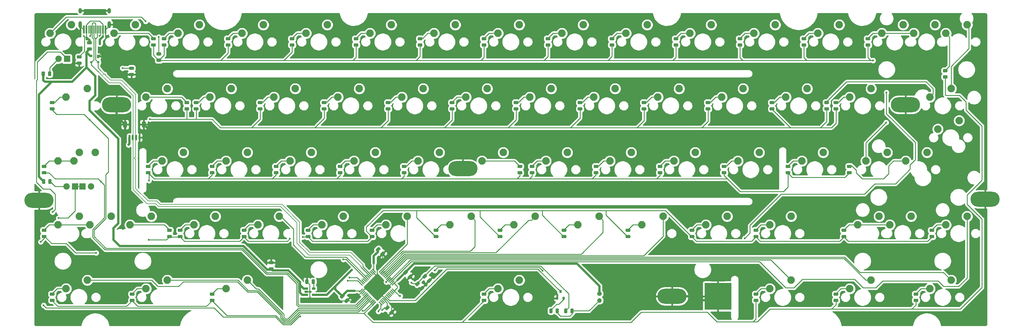
<source format=gbr>
G04 #@! TF.GenerationSoftware,KiCad,Pcbnew,(5.1.8-0-10_14)*
G04 #@! TF.CreationDate,2021-02-08T17:11:09+00:00*
G04 #@! TF.ProjectId,ccd60,63636436-302e-46b6-9963-61645f706362,rev?*
G04 #@! TF.SameCoordinates,Original*
G04 #@! TF.FileFunction,Copper,L2,Bot*
G04 #@! TF.FilePolarity,Positive*
%FSLAX46Y46*%
G04 Gerber Fmt 4.6, Leading zero omitted, Abs format (unit mm)*
G04 Created by KiCad (PCBNEW (5.1.8-0-10_14)) date 2021-02-08 17:11:09*
%MOMM*%
%LPD*%
G01*
G04 APERTURE LIST*
G04 #@! TA.AperFunction,ComponentPad*
%ADD10R,1.905000X1.905000*%
G04 #@! TD*
G04 #@! TA.AperFunction,ComponentPad*
%ADD11C,1.905000*%
G04 #@! TD*
G04 #@! TA.AperFunction,ComponentPad*
%ADD12C,2.250000*%
G04 #@! TD*
G04 #@! TA.AperFunction,SMDPad,CuDef*
%ADD13R,0.600000X2.450000*%
G04 #@! TD*
G04 #@! TA.AperFunction,SMDPad,CuDef*
%ADD14R,0.300000X2.450000*%
G04 #@! TD*
G04 #@! TA.AperFunction,ComponentPad*
%ADD15O,1.000000X2.100000*%
G04 #@! TD*
G04 #@! TA.AperFunction,ComponentPad*
%ADD16O,1.000000X1.600000*%
G04 #@! TD*
G04 #@! TA.AperFunction,SMDPad,CuDef*
%ADD17R,1.060000X0.650000*%
G04 #@! TD*
G04 #@! TA.AperFunction,SMDPad,CuDef*
%ADD18R,0.800000X0.900000*%
G04 #@! TD*
G04 #@! TA.AperFunction,ComponentPad*
%ADD19O,1.350000X1.350000*%
G04 #@! TD*
G04 #@! TA.AperFunction,ComponentPad*
%ADD20C,1.350000*%
G04 #@! TD*
G04 #@! TA.AperFunction,SMDPad,CuDef*
%ADD21R,0.700000X1.000000*%
G04 #@! TD*
G04 #@! TA.AperFunction,SMDPad,CuDef*
%ADD22R,0.700000X0.600000*%
G04 #@! TD*
G04 #@! TA.AperFunction,SMDPad,CuDef*
%ADD23R,8.000000X8.000000*%
G04 #@! TD*
G04 #@! TA.AperFunction,ComponentPad*
%ADD24O,8.700000X4.500000*%
G04 #@! TD*
G04 #@! TA.AperFunction,ViaPad*
%ADD25C,0.600000*%
G04 #@! TD*
G04 #@! TA.AperFunction,Conductor*
%ADD26C,0.254000*%
G04 #@! TD*
G04 #@! TA.AperFunction,Conductor*
%ADD27C,0.635000*%
G04 #@! TD*
G04 #@! TA.AperFunction,Conductor*
%ADD28C,0.250000*%
G04 #@! TD*
G04 #@! TA.AperFunction,Conductor*
%ADD29C,0.152400*%
G04 #@! TD*
G04 #@! TA.AperFunction,Conductor*
%ADD30C,0.100000*%
G04 #@! TD*
G04 APERTURE END LIST*
D10*
X83820000Y-107473750D03*
D11*
X81280000Y-107473750D03*
D12*
X78740000Y-99853750D03*
X85090000Y-97313750D03*
D10*
X88423750Y-145573750D03*
D11*
X90963750Y-145573750D03*
D12*
X85883750Y-137953750D03*
X92233750Y-135413750D03*
D10*
X86201250Y-145573750D03*
D11*
X83661250Y-145573750D03*
D12*
X81121250Y-137953750D03*
X87471250Y-135413750D03*
D13*
X95300000Y-98682500D03*
X88850000Y-98682500D03*
X94525000Y-98682500D03*
X89625000Y-98682500D03*
D14*
X90325000Y-98682500D03*
X93825000Y-98682500D03*
X90825000Y-98682500D03*
X93325000Y-98682500D03*
X91325000Y-98682500D03*
X92825000Y-98682500D03*
X92325000Y-98682500D03*
X91825000Y-98682500D03*
D15*
X87755000Y-97267500D03*
X96395000Y-97267500D03*
D16*
X87755000Y-93087500D03*
X96395000Y-93087500D03*
G04 #@! TA.AperFunction,SMDPad,CuDef*
G36*
G01*
X181662400Y-174188820D02*
X180725484Y-175125736D01*
G75*
G02*
X180619418Y-175125736I-53033J53033D01*
G01*
X180513352Y-175019670D01*
G75*
G02*
X180513352Y-174913604I53033J53033D01*
G01*
X181450268Y-173976688D01*
G75*
G02*
X181556334Y-173976688I53033J-53033D01*
G01*
X181662400Y-174082754D01*
G75*
G02*
X181662400Y-174188820I-53033J-53033D01*
G01*
G37*
G04 #@! TD.AperFunction*
G04 #@! TA.AperFunction,SMDPad,CuDef*
G36*
G01*
X181308846Y-173835266D02*
X180371930Y-174772182D01*
G75*
G02*
X180265864Y-174772182I-53033J53033D01*
G01*
X180159798Y-174666116D01*
G75*
G02*
X180159798Y-174560050I53033J53033D01*
G01*
X181096714Y-173623134D01*
G75*
G02*
X181202780Y-173623134I53033J-53033D01*
G01*
X181308846Y-173729200D01*
G75*
G02*
X181308846Y-173835266I-53033J-53033D01*
G01*
G37*
G04 #@! TD.AperFunction*
G04 #@! TA.AperFunction,SMDPad,CuDef*
G36*
G01*
X180955293Y-173481713D02*
X180018377Y-174418629D01*
G75*
G02*
X179912311Y-174418629I-53033J53033D01*
G01*
X179806245Y-174312563D01*
G75*
G02*
X179806245Y-174206497I53033J53033D01*
G01*
X180743161Y-173269581D01*
G75*
G02*
X180849227Y-173269581I53033J-53033D01*
G01*
X180955293Y-173375647D01*
G75*
G02*
X180955293Y-173481713I-53033J-53033D01*
G01*
G37*
G04 #@! TD.AperFunction*
G04 #@! TA.AperFunction,SMDPad,CuDef*
G36*
G01*
X180601739Y-173128159D02*
X179664823Y-174065075D01*
G75*
G02*
X179558757Y-174065075I-53033J53033D01*
G01*
X179452691Y-173959009D01*
G75*
G02*
X179452691Y-173852943I53033J53033D01*
G01*
X180389607Y-172916027D01*
G75*
G02*
X180495673Y-172916027I53033J-53033D01*
G01*
X180601739Y-173022093D01*
G75*
G02*
X180601739Y-173128159I-53033J-53033D01*
G01*
G37*
G04 #@! TD.AperFunction*
G04 #@! TA.AperFunction,SMDPad,CuDef*
G36*
G01*
X180248186Y-172774606D02*
X179311270Y-173711522D01*
G75*
G02*
X179205204Y-173711522I-53033J53033D01*
G01*
X179099138Y-173605456D01*
G75*
G02*
X179099138Y-173499390I53033J53033D01*
G01*
X180036054Y-172562474D01*
G75*
G02*
X180142120Y-172562474I53033J-53033D01*
G01*
X180248186Y-172668540D01*
G75*
G02*
X180248186Y-172774606I-53033J-53033D01*
G01*
G37*
G04 #@! TD.AperFunction*
G04 #@! TA.AperFunction,SMDPad,CuDef*
G36*
G01*
X179894633Y-172421053D02*
X178957717Y-173357969D01*
G75*
G02*
X178851651Y-173357969I-53033J53033D01*
G01*
X178745585Y-173251903D01*
G75*
G02*
X178745585Y-173145837I53033J53033D01*
G01*
X179682501Y-172208921D01*
G75*
G02*
X179788567Y-172208921I53033J-53033D01*
G01*
X179894633Y-172314987D01*
G75*
G02*
X179894633Y-172421053I-53033J-53033D01*
G01*
G37*
G04 #@! TD.AperFunction*
G04 #@! TA.AperFunction,SMDPad,CuDef*
G36*
G01*
X179541079Y-172067499D02*
X178604163Y-173004415D01*
G75*
G02*
X178498097Y-173004415I-53033J53033D01*
G01*
X178392031Y-172898349D01*
G75*
G02*
X178392031Y-172792283I53033J53033D01*
G01*
X179328947Y-171855367D01*
G75*
G02*
X179435013Y-171855367I53033J-53033D01*
G01*
X179541079Y-171961433D01*
G75*
G02*
X179541079Y-172067499I-53033J-53033D01*
G01*
G37*
G04 #@! TD.AperFunction*
G04 #@! TA.AperFunction,SMDPad,CuDef*
G36*
G01*
X179187526Y-171713946D02*
X178250610Y-172650862D01*
G75*
G02*
X178144544Y-172650862I-53033J53033D01*
G01*
X178038478Y-172544796D01*
G75*
G02*
X178038478Y-172438730I53033J53033D01*
G01*
X178975394Y-171501814D01*
G75*
G02*
X179081460Y-171501814I53033J-53033D01*
G01*
X179187526Y-171607880D01*
G75*
G02*
X179187526Y-171713946I-53033J-53033D01*
G01*
G37*
G04 #@! TD.AperFunction*
G04 #@! TA.AperFunction,SMDPad,CuDef*
G36*
G01*
X178833973Y-171360393D02*
X177897057Y-172297309D01*
G75*
G02*
X177790991Y-172297309I-53033J53033D01*
G01*
X177684925Y-172191243D01*
G75*
G02*
X177684925Y-172085177I53033J53033D01*
G01*
X178621841Y-171148261D01*
G75*
G02*
X178727907Y-171148261I53033J-53033D01*
G01*
X178833973Y-171254327D01*
G75*
G02*
X178833973Y-171360393I-53033J-53033D01*
G01*
G37*
G04 #@! TD.AperFunction*
G04 #@! TA.AperFunction,SMDPad,CuDef*
G36*
G01*
X178480419Y-171006839D02*
X177543503Y-171943755D01*
G75*
G02*
X177437437Y-171943755I-53033J53033D01*
G01*
X177331371Y-171837689D01*
G75*
G02*
X177331371Y-171731623I53033J53033D01*
G01*
X178268287Y-170794707D01*
G75*
G02*
X178374353Y-170794707I53033J-53033D01*
G01*
X178480419Y-170900773D01*
G75*
G02*
X178480419Y-171006839I-53033J-53033D01*
G01*
G37*
G04 #@! TD.AperFunction*
G04 #@! TA.AperFunction,SMDPad,CuDef*
G36*
G01*
X178126866Y-170653286D02*
X177189950Y-171590202D01*
G75*
G02*
X177083884Y-171590202I-53033J53033D01*
G01*
X176977818Y-171484136D01*
G75*
G02*
X176977818Y-171378070I53033J53033D01*
G01*
X177914734Y-170441154D01*
G75*
G02*
X178020800Y-170441154I53033J-53033D01*
G01*
X178126866Y-170547220D01*
G75*
G02*
X178126866Y-170653286I-53033J-53033D01*
G01*
G37*
G04 #@! TD.AperFunction*
G04 #@! TA.AperFunction,SMDPad,CuDef*
G36*
G01*
X177773312Y-170299732D02*
X176836396Y-171236648D01*
G75*
G02*
X176730330Y-171236648I-53033J53033D01*
G01*
X176624264Y-171130582D01*
G75*
G02*
X176624264Y-171024516I53033J53033D01*
G01*
X177561180Y-170087600D01*
G75*
G02*
X177667246Y-170087600I53033J-53033D01*
G01*
X177773312Y-170193666D01*
G75*
G02*
X177773312Y-170299732I-53033J-53033D01*
G01*
G37*
G04 #@! TD.AperFunction*
G04 #@! TA.AperFunction,SMDPad,CuDef*
G36*
G01*
X175775736Y-171130582D02*
X175669670Y-171236648D01*
G75*
G02*
X175563604Y-171236648I-53033J53033D01*
G01*
X174626688Y-170299732D01*
G75*
G02*
X174626688Y-170193666I53033J53033D01*
G01*
X174732754Y-170087600D01*
G75*
G02*
X174838820Y-170087600I53033J-53033D01*
G01*
X175775736Y-171024516D01*
G75*
G02*
X175775736Y-171130582I-53033J-53033D01*
G01*
G37*
G04 #@! TD.AperFunction*
G04 #@! TA.AperFunction,SMDPad,CuDef*
G36*
G01*
X175422182Y-171484136D02*
X175316116Y-171590202D01*
G75*
G02*
X175210050Y-171590202I-53033J53033D01*
G01*
X174273134Y-170653286D01*
G75*
G02*
X174273134Y-170547220I53033J53033D01*
G01*
X174379200Y-170441154D01*
G75*
G02*
X174485266Y-170441154I53033J-53033D01*
G01*
X175422182Y-171378070D01*
G75*
G02*
X175422182Y-171484136I-53033J-53033D01*
G01*
G37*
G04 #@! TD.AperFunction*
G04 #@! TA.AperFunction,SMDPad,CuDef*
G36*
G01*
X175068629Y-171837689D02*
X174962563Y-171943755D01*
G75*
G02*
X174856497Y-171943755I-53033J53033D01*
G01*
X173919581Y-171006839D01*
G75*
G02*
X173919581Y-170900773I53033J53033D01*
G01*
X174025647Y-170794707D01*
G75*
G02*
X174131713Y-170794707I53033J-53033D01*
G01*
X175068629Y-171731623D01*
G75*
G02*
X175068629Y-171837689I-53033J-53033D01*
G01*
G37*
G04 #@! TD.AperFunction*
G04 #@! TA.AperFunction,SMDPad,CuDef*
G36*
G01*
X174715075Y-172191243D02*
X174609009Y-172297309D01*
G75*
G02*
X174502943Y-172297309I-53033J53033D01*
G01*
X173566027Y-171360393D01*
G75*
G02*
X173566027Y-171254327I53033J53033D01*
G01*
X173672093Y-171148261D01*
G75*
G02*
X173778159Y-171148261I53033J-53033D01*
G01*
X174715075Y-172085177D01*
G75*
G02*
X174715075Y-172191243I-53033J-53033D01*
G01*
G37*
G04 #@! TD.AperFunction*
G04 #@! TA.AperFunction,SMDPad,CuDef*
G36*
G01*
X174361522Y-172544796D02*
X174255456Y-172650862D01*
G75*
G02*
X174149390Y-172650862I-53033J53033D01*
G01*
X173212474Y-171713946D01*
G75*
G02*
X173212474Y-171607880I53033J53033D01*
G01*
X173318540Y-171501814D01*
G75*
G02*
X173424606Y-171501814I53033J-53033D01*
G01*
X174361522Y-172438730D01*
G75*
G02*
X174361522Y-172544796I-53033J-53033D01*
G01*
G37*
G04 #@! TD.AperFunction*
G04 #@! TA.AperFunction,SMDPad,CuDef*
G36*
G01*
X174007969Y-172898349D02*
X173901903Y-173004415D01*
G75*
G02*
X173795837Y-173004415I-53033J53033D01*
G01*
X172858921Y-172067499D01*
G75*
G02*
X172858921Y-171961433I53033J53033D01*
G01*
X172964987Y-171855367D01*
G75*
G02*
X173071053Y-171855367I53033J-53033D01*
G01*
X174007969Y-172792283D01*
G75*
G02*
X174007969Y-172898349I-53033J-53033D01*
G01*
G37*
G04 #@! TD.AperFunction*
G04 #@! TA.AperFunction,SMDPad,CuDef*
G36*
G01*
X173654415Y-173251903D02*
X173548349Y-173357969D01*
G75*
G02*
X173442283Y-173357969I-53033J53033D01*
G01*
X172505367Y-172421053D01*
G75*
G02*
X172505367Y-172314987I53033J53033D01*
G01*
X172611433Y-172208921D01*
G75*
G02*
X172717499Y-172208921I53033J-53033D01*
G01*
X173654415Y-173145837D01*
G75*
G02*
X173654415Y-173251903I-53033J-53033D01*
G01*
G37*
G04 #@! TD.AperFunction*
G04 #@! TA.AperFunction,SMDPad,CuDef*
G36*
G01*
X173300862Y-173605456D02*
X173194796Y-173711522D01*
G75*
G02*
X173088730Y-173711522I-53033J53033D01*
G01*
X172151814Y-172774606D01*
G75*
G02*
X172151814Y-172668540I53033J53033D01*
G01*
X172257880Y-172562474D01*
G75*
G02*
X172363946Y-172562474I53033J-53033D01*
G01*
X173300862Y-173499390D01*
G75*
G02*
X173300862Y-173605456I-53033J-53033D01*
G01*
G37*
G04 #@! TD.AperFunction*
G04 #@! TA.AperFunction,SMDPad,CuDef*
G36*
G01*
X172947309Y-173959009D02*
X172841243Y-174065075D01*
G75*
G02*
X172735177Y-174065075I-53033J53033D01*
G01*
X171798261Y-173128159D01*
G75*
G02*
X171798261Y-173022093I53033J53033D01*
G01*
X171904327Y-172916027D01*
G75*
G02*
X172010393Y-172916027I53033J-53033D01*
G01*
X172947309Y-173852943D01*
G75*
G02*
X172947309Y-173959009I-53033J-53033D01*
G01*
G37*
G04 #@! TD.AperFunction*
G04 #@! TA.AperFunction,SMDPad,CuDef*
G36*
G01*
X172593755Y-174312563D02*
X172487689Y-174418629D01*
G75*
G02*
X172381623Y-174418629I-53033J53033D01*
G01*
X171444707Y-173481713D01*
G75*
G02*
X171444707Y-173375647I53033J53033D01*
G01*
X171550773Y-173269581D01*
G75*
G02*
X171656839Y-173269581I53033J-53033D01*
G01*
X172593755Y-174206497D01*
G75*
G02*
X172593755Y-174312563I-53033J-53033D01*
G01*
G37*
G04 #@! TD.AperFunction*
G04 #@! TA.AperFunction,SMDPad,CuDef*
G36*
G01*
X172240202Y-174666116D02*
X172134136Y-174772182D01*
G75*
G02*
X172028070Y-174772182I-53033J53033D01*
G01*
X171091154Y-173835266D01*
G75*
G02*
X171091154Y-173729200I53033J53033D01*
G01*
X171197220Y-173623134D01*
G75*
G02*
X171303286Y-173623134I53033J-53033D01*
G01*
X172240202Y-174560050D01*
G75*
G02*
X172240202Y-174666116I-53033J-53033D01*
G01*
G37*
G04 #@! TD.AperFunction*
G04 #@! TA.AperFunction,SMDPad,CuDef*
G36*
G01*
X171886648Y-175019670D02*
X171780582Y-175125736D01*
G75*
G02*
X171674516Y-175125736I-53033J53033D01*
G01*
X170737600Y-174188820D01*
G75*
G02*
X170737600Y-174082754I53033J53033D01*
G01*
X170843666Y-173976688D01*
G75*
G02*
X170949732Y-173976688I53033J-53033D01*
G01*
X171886648Y-174913604D01*
G75*
G02*
X171886648Y-175019670I-53033J-53033D01*
G01*
G37*
G04 #@! TD.AperFunction*
G04 #@! TA.AperFunction,SMDPad,CuDef*
G36*
G01*
X171886648Y-176186396D02*
X170949732Y-177123312D01*
G75*
G02*
X170843666Y-177123312I-53033J53033D01*
G01*
X170737600Y-177017246D01*
G75*
G02*
X170737600Y-176911180I53033J53033D01*
G01*
X171674516Y-175974264D01*
G75*
G02*
X171780582Y-175974264I53033J-53033D01*
G01*
X171886648Y-176080330D01*
G75*
G02*
X171886648Y-176186396I-53033J-53033D01*
G01*
G37*
G04 #@! TD.AperFunction*
G04 #@! TA.AperFunction,SMDPad,CuDef*
G36*
G01*
X172240202Y-176539950D02*
X171303286Y-177476866D01*
G75*
G02*
X171197220Y-177476866I-53033J53033D01*
G01*
X171091154Y-177370800D01*
G75*
G02*
X171091154Y-177264734I53033J53033D01*
G01*
X172028070Y-176327818D01*
G75*
G02*
X172134136Y-176327818I53033J-53033D01*
G01*
X172240202Y-176433884D01*
G75*
G02*
X172240202Y-176539950I-53033J-53033D01*
G01*
G37*
G04 #@! TD.AperFunction*
G04 #@! TA.AperFunction,SMDPad,CuDef*
G36*
G01*
X172593755Y-176893503D02*
X171656839Y-177830419D01*
G75*
G02*
X171550773Y-177830419I-53033J53033D01*
G01*
X171444707Y-177724353D01*
G75*
G02*
X171444707Y-177618287I53033J53033D01*
G01*
X172381623Y-176681371D01*
G75*
G02*
X172487689Y-176681371I53033J-53033D01*
G01*
X172593755Y-176787437D01*
G75*
G02*
X172593755Y-176893503I-53033J-53033D01*
G01*
G37*
G04 #@! TD.AperFunction*
G04 #@! TA.AperFunction,SMDPad,CuDef*
G36*
G01*
X172947309Y-177247057D02*
X172010393Y-178183973D01*
G75*
G02*
X171904327Y-178183973I-53033J53033D01*
G01*
X171798261Y-178077907D01*
G75*
G02*
X171798261Y-177971841I53033J53033D01*
G01*
X172735177Y-177034925D01*
G75*
G02*
X172841243Y-177034925I53033J-53033D01*
G01*
X172947309Y-177140991D01*
G75*
G02*
X172947309Y-177247057I-53033J-53033D01*
G01*
G37*
G04 #@! TD.AperFunction*
G04 #@! TA.AperFunction,SMDPad,CuDef*
G36*
G01*
X173300862Y-177600610D02*
X172363946Y-178537526D01*
G75*
G02*
X172257880Y-178537526I-53033J53033D01*
G01*
X172151814Y-178431460D01*
G75*
G02*
X172151814Y-178325394I53033J53033D01*
G01*
X173088730Y-177388478D01*
G75*
G02*
X173194796Y-177388478I53033J-53033D01*
G01*
X173300862Y-177494544D01*
G75*
G02*
X173300862Y-177600610I-53033J-53033D01*
G01*
G37*
G04 #@! TD.AperFunction*
G04 #@! TA.AperFunction,SMDPad,CuDef*
G36*
G01*
X173654415Y-177954163D02*
X172717499Y-178891079D01*
G75*
G02*
X172611433Y-178891079I-53033J53033D01*
G01*
X172505367Y-178785013D01*
G75*
G02*
X172505367Y-178678947I53033J53033D01*
G01*
X173442283Y-177742031D01*
G75*
G02*
X173548349Y-177742031I53033J-53033D01*
G01*
X173654415Y-177848097D01*
G75*
G02*
X173654415Y-177954163I-53033J-53033D01*
G01*
G37*
G04 #@! TD.AperFunction*
G04 #@! TA.AperFunction,SMDPad,CuDef*
G36*
G01*
X174007969Y-178307717D02*
X173071053Y-179244633D01*
G75*
G02*
X172964987Y-179244633I-53033J53033D01*
G01*
X172858921Y-179138567D01*
G75*
G02*
X172858921Y-179032501I53033J53033D01*
G01*
X173795837Y-178095585D01*
G75*
G02*
X173901903Y-178095585I53033J-53033D01*
G01*
X174007969Y-178201651D01*
G75*
G02*
X174007969Y-178307717I-53033J-53033D01*
G01*
G37*
G04 #@! TD.AperFunction*
G04 #@! TA.AperFunction,SMDPad,CuDef*
G36*
G01*
X174361522Y-178661270D02*
X173424606Y-179598186D01*
G75*
G02*
X173318540Y-179598186I-53033J53033D01*
G01*
X173212474Y-179492120D01*
G75*
G02*
X173212474Y-179386054I53033J53033D01*
G01*
X174149390Y-178449138D01*
G75*
G02*
X174255456Y-178449138I53033J-53033D01*
G01*
X174361522Y-178555204D01*
G75*
G02*
X174361522Y-178661270I-53033J-53033D01*
G01*
G37*
G04 #@! TD.AperFunction*
G04 #@! TA.AperFunction,SMDPad,CuDef*
G36*
G01*
X174715075Y-179014823D02*
X173778159Y-179951739D01*
G75*
G02*
X173672093Y-179951739I-53033J53033D01*
G01*
X173566027Y-179845673D01*
G75*
G02*
X173566027Y-179739607I53033J53033D01*
G01*
X174502943Y-178802691D01*
G75*
G02*
X174609009Y-178802691I53033J-53033D01*
G01*
X174715075Y-178908757D01*
G75*
G02*
X174715075Y-179014823I-53033J-53033D01*
G01*
G37*
G04 #@! TD.AperFunction*
G04 #@! TA.AperFunction,SMDPad,CuDef*
G36*
G01*
X175068629Y-179368377D02*
X174131713Y-180305293D01*
G75*
G02*
X174025647Y-180305293I-53033J53033D01*
G01*
X173919581Y-180199227D01*
G75*
G02*
X173919581Y-180093161I53033J53033D01*
G01*
X174856497Y-179156245D01*
G75*
G02*
X174962563Y-179156245I53033J-53033D01*
G01*
X175068629Y-179262311D01*
G75*
G02*
X175068629Y-179368377I-53033J-53033D01*
G01*
G37*
G04 #@! TD.AperFunction*
G04 #@! TA.AperFunction,SMDPad,CuDef*
G36*
G01*
X175422182Y-179721930D02*
X174485266Y-180658846D01*
G75*
G02*
X174379200Y-180658846I-53033J53033D01*
G01*
X174273134Y-180552780D01*
G75*
G02*
X174273134Y-180446714I53033J53033D01*
G01*
X175210050Y-179509798D01*
G75*
G02*
X175316116Y-179509798I53033J-53033D01*
G01*
X175422182Y-179615864D01*
G75*
G02*
X175422182Y-179721930I-53033J-53033D01*
G01*
G37*
G04 #@! TD.AperFunction*
G04 #@! TA.AperFunction,SMDPad,CuDef*
G36*
G01*
X175775736Y-180075484D02*
X174838820Y-181012400D01*
G75*
G02*
X174732754Y-181012400I-53033J53033D01*
G01*
X174626688Y-180906334D01*
G75*
G02*
X174626688Y-180800268I53033J53033D01*
G01*
X175563604Y-179863352D01*
G75*
G02*
X175669670Y-179863352I53033J-53033D01*
G01*
X175775736Y-179969418D01*
G75*
G02*
X175775736Y-180075484I-53033J-53033D01*
G01*
G37*
G04 #@! TD.AperFunction*
G04 #@! TA.AperFunction,SMDPad,CuDef*
G36*
G01*
X177773312Y-180906334D02*
X177667246Y-181012400D01*
G75*
G02*
X177561180Y-181012400I-53033J53033D01*
G01*
X176624264Y-180075484D01*
G75*
G02*
X176624264Y-179969418I53033J53033D01*
G01*
X176730330Y-179863352D01*
G75*
G02*
X176836396Y-179863352I53033J-53033D01*
G01*
X177773312Y-180800268D01*
G75*
G02*
X177773312Y-180906334I-53033J-53033D01*
G01*
G37*
G04 #@! TD.AperFunction*
G04 #@! TA.AperFunction,SMDPad,CuDef*
G36*
G01*
X178126866Y-180552780D02*
X178020800Y-180658846D01*
G75*
G02*
X177914734Y-180658846I-53033J53033D01*
G01*
X176977818Y-179721930D01*
G75*
G02*
X176977818Y-179615864I53033J53033D01*
G01*
X177083884Y-179509798D01*
G75*
G02*
X177189950Y-179509798I53033J-53033D01*
G01*
X178126866Y-180446714D01*
G75*
G02*
X178126866Y-180552780I-53033J-53033D01*
G01*
G37*
G04 #@! TD.AperFunction*
G04 #@! TA.AperFunction,SMDPad,CuDef*
G36*
G01*
X178480419Y-180199227D02*
X178374353Y-180305293D01*
G75*
G02*
X178268287Y-180305293I-53033J53033D01*
G01*
X177331371Y-179368377D01*
G75*
G02*
X177331371Y-179262311I53033J53033D01*
G01*
X177437437Y-179156245D01*
G75*
G02*
X177543503Y-179156245I53033J-53033D01*
G01*
X178480419Y-180093161D01*
G75*
G02*
X178480419Y-180199227I-53033J-53033D01*
G01*
G37*
G04 #@! TD.AperFunction*
G04 #@! TA.AperFunction,SMDPad,CuDef*
G36*
G01*
X178833973Y-179845673D02*
X178727907Y-179951739D01*
G75*
G02*
X178621841Y-179951739I-53033J53033D01*
G01*
X177684925Y-179014823D01*
G75*
G02*
X177684925Y-178908757I53033J53033D01*
G01*
X177790991Y-178802691D01*
G75*
G02*
X177897057Y-178802691I53033J-53033D01*
G01*
X178833973Y-179739607D01*
G75*
G02*
X178833973Y-179845673I-53033J-53033D01*
G01*
G37*
G04 #@! TD.AperFunction*
G04 #@! TA.AperFunction,SMDPad,CuDef*
G36*
G01*
X179187526Y-179492120D02*
X179081460Y-179598186D01*
G75*
G02*
X178975394Y-179598186I-53033J53033D01*
G01*
X178038478Y-178661270D01*
G75*
G02*
X178038478Y-178555204I53033J53033D01*
G01*
X178144544Y-178449138D01*
G75*
G02*
X178250610Y-178449138I53033J-53033D01*
G01*
X179187526Y-179386054D01*
G75*
G02*
X179187526Y-179492120I-53033J-53033D01*
G01*
G37*
G04 #@! TD.AperFunction*
G04 #@! TA.AperFunction,SMDPad,CuDef*
G36*
G01*
X179541079Y-179138567D02*
X179435013Y-179244633D01*
G75*
G02*
X179328947Y-179244633I-53033J53033D01*
G01*
X178392031Y-178307717D01*
G75*
G02*
X178392031Y-178201651I53033J53033D01*
G01*
X178498097Y-178095585D01*
G75*
G02*
X178604163Y-178095585I53033J-53033D01*
G01*
X179541079Y-179032501D01*
G75*
G02*
X179541079Y-179138567I-53033J-53033D01*
G01*
G37*
G04 #@! TD.AperFunction*
G04 #@! TA.AperFunction,SMDPad,CuDef*
G36*
G01*
X179894633Y-178785013D02*
X179788567Y-178891079D01*
G75*
G02*
X179682501Y-178891079I-53033J53033D01*
G01*
X178745585Y-177954163D01*
G75*
G02*
X178745585Y-177848097I53033J53033D01*
G01*
X178851651Y-177742031D01*
G75*
G02*
X178957717Y-177742031I53033J-53033D01*
G01*
X179894633Y-178678947D01*
G75*
G02*
X179894633Y-178785013I-53033J-53033D01*
G01*
G37*
G04 #@! TD.AperFunction*
G04 #@! TA.AperFunction,SMDPad,CuDef*
G36*
G01*
X180248186Y-178431460D02*
X180142120Y-178537526D01*
G75*
G02*
X180036054Y-178537526I-53033J53033D01*
G01*
X179099138Y-177600610D01*
G75*
G02*
X179099138Y-177494544I53033J53033D01*
G01*
X179205204Y-177388478D01*
G75*
G02*
X179311270Y-177388478I53033J-53033D01*
G01*
X180248186Y-178325394D01*
G75*
G02*
X180248186Y-178431460I-53033J-53033D01*
G01*
G37*
G04 #@! TD.AperFunction*
G04 #@! TA.AperFunction,SMDPad,CuDef*
G36*
G01*
X180601739Y-178077907D02*
X180495673Y-178183973D01*
G75*
G02*
X180389607Y-178183973I-53033J53033D01*
G01*
X179452691Y-177247057D01*
G75*
G02*
X179452691Y-177140991I53033J53033D01*
G01*
X179558757Y-177034925D01*
G75*
G02*
X179664823Y-177034925I53033J-53033D01*
G01*
X180601739Y-177971841D01*
G75*
G02*
X180601739Y-178077907I-53033J-53033D01*
G01*
G37*
G04 #@! TD.AperFunction*
G04 #@! TA.AperFunction,SMDPad,CuDef*
G36*
G01*
X180955293Y-177724353D02*
X180849227Y-177830419D01*
G75*
G02*
X180743161Y-177830419I-53033J53033D01*
G01*
X179806245Y-176893503D01*
G75*
G02*
X179806245Y-176787437I53033J53033D01*
G01*
X179912311Y-176681371D01*
G75*
G02*
X180018377Y-176681371I53033J-53033D01*
G01*
X180955293Y-177618287D01*
G75*
G02*
X180955293Y-177724353I-53033J-53033D01*
G01*
G37*
G04 #@! TD.AperFunction*
G04 #@! TA.AperFunction,SMDPad,CuDef*
G36*
G01*
X181308846Y-177370800D02*
X181202780Y-177476866D01*
G75*
G02*
X181096714Y-177476866I-53033J53033D01*
G01*
X180159798Y-176539950D01*
G75*
G02*
X180159798Y-176433884I53033J53033D01*
G01*
X180265864Y-176327818D01*
G75*
G02*
X180371930Y-176327818I53033J-53033D01*
G01*
X181308846Y-177264734D01*
G75*
G02*
X181308846Y-177370800I-53033J-53033D01*
G01*
G37*
G04 #@! TD.AperFunction*
G04 #@! TA.AperFunction,SMDPad,CuDef*
G36*
G01*
X181662400Y-177017246D02*
X181556334Y-177123312D01*
G75*
G02*
X181450268Y-177123312I-53033J53033D01*
G01*
X180513352Y-176186396D01*
G75*
G02*
X180513352Y-176080330I53033J53033D01*
G01*
X180619418Y-175974264D01*
G75*
G02*
X180725484Y-175974264I53033J-53033D01*
G01*
X181662400Y-176911180D01*
G75*
G02*
X181662400Y-177017246I-53033J-53033D01*
G01*
G37*
G04 #@! TD.AperFunction*
D17*
X157208400Y-177886400D03*
X157208400Y-175986400D03*
X155008400Y-175986400D03*
X155008400Y-176936400D03*
X155008400Y-177886400D03*
D12*
X327977500Y-135413750D03*
X321627500Y-137953750D03*
X343058750Y-128428750D03*
X349408750Y-125888750D03*
G04 #@! TA.AperFunction,SMDPad,CuDef*
G36*
G01*
X188790797Y-175886032D02*
X189436032Y-175240797D01*
G75*
G02*
X189780746Y-175240797I172357J-172357D01*
G01*
X190125461Y-175585512D01*
G75*
G02*
X190125461Y-175930226I-172357J-172357D01*
G01*
X189480226Y-176575461D01*
G75*
G02*
X189135512Y-176575461I-172357J172357D01*
G01*
X188790797Y-176230746D01*
G75*
G02*
X188790797Y-175886032I172357J172357D01*
G01*
G37*
G04 #@! TD.AperFunction*
G04 #@! TA.AperFunction,SMDPad,CuDef*
G36*
G01*
X187464971Y-174560206D02*
X188110206Y-173914971D01*
G75*
G02*
X188454920Y-173914971I172357J-172357D01*
G01*
X188799635Y-174259686D01*
G75*
G02*
X188799635Y-174604400I-172357J-172357D01*
G01*
X188154400Y-175249635D01*
G75*
G02*
X187809686Y-175249635I-172357J172357D01*
G01*
X187464971Y-174904920D01*
G75*
G02*
X187464971Y-174560206I172357J172357D01*
G01*
G37*
G04 #@! TD.AperFunction*
G04 #@! TA.AperFunction,SMDPad,CuDef*
G36*
G01*
X155709200Y-173482950D02*
X155709200Y-174395450D01*
G75*
G02*
X155465450Y-174639200I-243750J0D01*
G01*
X154977950Y-174639200D01*
G75*
G02*
X154734200Y-174395450I0J243750D01*
G01*
X154734200Y-173482950D01*
G75*
G02*
X154977950Y-173239200I243750J0D01*
G01*
X155465450Y-173239200D01*
G75*
G02*
X155709200Y-173482950I0J-243750D01*
G01*
G37*
G04 #@! TD.AperFunction*
G04 #@! TA.AperFunction,SMDPad,CuDef*
G36*
G01*
X157584200Y-173482950D02*
X157584200Y-174395450D01*
G75*
G02*
X157340450Y-174639200I-243750J0D01*
G01*
X156852950Y-174639200D01*
G75*
G02*
X156609200Y-174395450I0J243750D01*
G01*
X156609200Y-173482950D01*
G75*
G02*
X156852950Y-173239200I243750J0D01*
G01*
X157340450Y-173239200D01*
G75*
G02*
X157584200Y-173482950I0J-243750D01*
G01*
G37*
G04 #@! TD.AperFunction*
G04 #@! TA.AperFunction,SMDPad,CuDef*
G36*
G01*
X145056250Y-168750000D02*
X144143750Y-168750000D01*
G75*
G02*
X143900000Y-168506250I0J243750D01*
G01*
X143900000Y-168018750D01*
G75*
G02*
X144143750Y-167775000I243750J0D01*
G01*
X145056250Y-167775000D01*
G75*
G02*
X145300000Y-168018750I0J-243750D01*
G01*
X145300000Y-168506250D01*
G75*
G02*
X145056250Y-168750000I-243750J0D01*
G01*
G37*
G04 #@! TD.AperFunction*
G04 #@! TA.AperFunction,SMDPad,CuDef*
G36*
G01*
X145056250Y-170625000D02*
X144143750Y-170625000D01*
G75*
G02*
X143900000Y-170381250I0J243750D01*
G01*
X143900000Y-169893750D01*
G75*
G02*
X144143750Y-169650000I243750J0D01*
G01*
X145056250Y-169650000D01*
G75*
G02*
X145300000Y-169893750I0J-243750D01*
G01*
X145300000Y-170381250D01*
G75*
G02*
X145056250Y-170625000I-243750J0D01*
G01*
G37*
G04 #@! TD.AperFunction*
G04 #@! TA.AperFunction,SMDPad,CuDef*
G36*
G01*
X179790365Y-183050032D02*
X180435600Y-182404797D01*
G75*
G02*
X180780314Y-182404797I172357J-172357D01*
G01*
X181125029Y-182749512D01*
G75*
G02*
X181125029Y-183094226I-172357J-172357D01*
G01*
X180479794Y-183739461D01*
G75*
G02*
X180135080Y-183739461I-172357J172357D01*
G01*
X179790365Y-183394746D01*
G75*
G02*
X179790365Y-183050032I172357J172357D01*
G01*
G37*
G04 #@! TD.AperFunction*
G04 #@! TA.AperFunction,SMDPad,CuDef*
G36*
G01*
X178464539Y-181724206D02*
X179109774Y-181078971D01*
G75*
G02*
X179454488Y-181078971I172357J-172357D01*
G01*
X179799203Y-181423686D01*
G75*
G02*
X179799203Y-181768400I-172357J-172357D01*
G01*
X179153968Y-182413635D01*
G75*
G02*
X178809254Y-182413635I-172357J172357D01*
G01*
X178464539Y-182068920D01*
G75*
G02*
X178464539Y-181724206I172357J172357D01*
G01*
G37*
G04 #@! TD.AperFunction*
G04 #@! TA.AperFunction,SMDPad,CuDef*
G36*
G01*
X185270797Y-172466032D02*
X185916032Y-171820797D01*
G75*
G02*
X186260746Y-171820797I172357J-172357D01*
G01*
X186605461Y-172165512D01*
G75*
G02*
X186605461Y-172510226I-172357J-172357D01*
G01*
X185960226Y-173155461D01*
G75*
G02*
X185615512Y-173155461I-172357J172357D01*
G01*
X185270797Y-172810746D01*
G75*
G02*
X185270797Y-172466032I172357J172357D01*
G01*
G37*
G04 #@! TD.AperFunction*
G04 #@! TA.AperFunction,SMDPad,CuDef*
G36*
G01*
X183944971Y-171140206D02*
X184590206Y-170494971D01*
G75*
G02*
X184934920Y-170494971I172357J-172357D01*
G01*
X185279635Y-170839686D01*
G75*
G02*
X185279635Y-171184400I-172357J-172357D01*
G01*
X184634400Y-171829635D01*
G75*
G02*
X184289686Y-171829635I-172357J172357D01*
G01*
X183944971Y-171484920D01*
G75*
G02*
X183944971Y-171140206I172357J172357D01*
G01*
G37*
G04 #@! TD.AperFunction*
G04 #@! TA.AperFunction,SMDPad,CuDef*
G36*
G01*
X177084381Y-165639216D02*
X177729616Y-164993981D01*
G75*
G02*
X178074330Y-164993981I172357J-172357D01*
G01*
X178419045Y-165338696D01*
G75*
G02*
X178419045Y-165683410I-172357J-172357D01*
G01*
X177773810Y-166328645D01*
G75*
G02*
X177429096Y-166328645I-172357J172357D01*
G01*
X177084381Y-165983930D01*
G75*
G02*
X177084381Y-165639216I172357J172357D01*
G01*
G37*
G04 #@! TD.AperFunction*
G04 #@! TA.AperFunction,SMDPad,CuDef*
G36*
G01*
X175758555Y-164313390D02*
X176403790Y-163668155D01*
G75*
G02*
X176748504Y-163668155I172357J-172357D01*
G01*
X177093219Y-164012870D01*
G75*
G02*
X177093219Y-164357584I-172357J-172357D01*
G01*
X176447984Y-165002819D01*
G75*
G02*
X176103270Y-165002819I-172357J172357D01*
G01*
X175758555Y-164658104D01*
G75*
G02*
X175758555Y-164313390I172357J172357D01*
G01*
G37*
G04 #@! TD.AperFunction*
G04 #@! TA.AperFunction,SMDPad,CuDef*
G36*
G01*
X166416381Y-179609216D02*
X167061616Y-178963981D01*
G75*
G02*
X167406330Y-178963981I172357J-172357D01*
G01*
X167751045Y-179308696D01*
G75*
G02*
X167751045Y-179653410I-172357J-172357D01*
G01*
X167105810Y-180298645D01*
G75*
G02*
X166761096Y-180298645I-172357J172357D01*
G01*
X166416381Y-179953930D01*
G75*
G02*
X166416381Y-179609216I172357J172357D01*
G01*
G37*
G04 #@! TD.AperFunction*
G04 #@! TA.AperFunction,SMDPad,CuDef*
G36*
G01*
X165090555Y-178283390D02*
X165735790Y-177638155D01*
G75*
G02*
X166080504Y-177638155I172357J-172357D01*
G01*
X166425219Y-177982870D01*
G75*
G02*
X166425219Y-178327584I-172357J-172357D01*
G01*
X165779984Y-178972819D01*
G75*
G02*
X165435270Y-178972819I-172357J172357D01*
G01*
X165090555Y-178628104D01*
G75*
G02*
X165090555Y-178283390I172357J172357D01*
G01*
G37*
G04 #@! TD.AperFunction*
G04 #@! TA.AperFunction,SMDPad,CuDef*
G36*
G01*
X111581250Y-106475000D02*
X110668750Y-106475000D01*
G75*
G02*
X110425000Y-106231250I0J243750D01*
G01*
X110425000Y-105743750D01*
G75*
G02*
X110668750Y-105500000I243750J0D01*
G01*
X111581250Y-105500000D01*
G75*
G02*
X111825000Y-105743750I0J-243750D01*
G01*
X111825000Y-106231250D01*
G75*
G02*
X111581250Y-106475000I-243750J0D01*
G01*
G37*
G04 #@! TD.AperFunction*
G04 #@! TA.AperFunction,SMDPad,CuDef*
G36*
G01*
X111581250Y-108350000D02*
X110668750Y-108350000D01*
G75*
G02*
X110425000Y-108106250I0J243750D01*
G01*
X110425000Y-107618750D01*
G75*
G02*
X110668750Y-107375000I243750J0D01*
G01*
X111581250Y-107375000D01*
G75*
G02*
X111825000Y-107618750I0J-243750D01*
G01*
X111825000Y-108106250D01*
G75*
G02*
X111581250Y-108350000I-243750J0D01*
G01*
G37*
G04 #@! TD.AperFunction*
G04 #@! TA.AperFunction,SMDPad,CuDef*
G36*
G01*
X109993750Y-101943750D02*
X109081250Y-101943750D01*
G75*
G02*
X108837500Y-101700000I0J243750D01*
G01*
X108837500Y-101212500D01*
G75*
G02*
X109081250Y-100968750I243750J0D01*
G01*
X109993750Y-100968750D01*
G75*
G02*
X110237500Y-101212500I0J-243750D01*
G01*
X110237500Y-101700000D01*
G75*
G02*
X109993750Y-101943750I-243750J0D01*
G01*
G37*
G04 #@! TD.AperFunction*
G04 #@! TA.AperFunction,SMDPad,CuDef*
G36*
G01*
X109993750Y-103818750D02*
X109081250Y-103818750D01*
G75*
G02*
X108837500Y-103575000I0J243750D01*
G01*
X108837500Y-103087500D01*
G75*
G02*
X109081250Y-102843750I243750J0D01*
G01*
X109993750Y-102843750D01*
G75*
G02*
X110237500Y-103087500I0J-243750D01*
G01*
X110237500Y-103575000D01*
G75*
G02*
X109993750Y-103818750I-243750J0D01*
G01*
G37*
G04 #@! TD.AperFunction*
G04 #@! TA.AperFunction,SMDPad,CuDef*
G36*
G01*
X113168750Y-101943750D02*
X112256250Y-101943750D01*
G75*
G02*
X112012500Y-101700000I0J243750D01*
G01*
X112012500Y-101212500D01*
G75*
G02*
X112256250Y-100968750I243750J0D01*
G01*
X113168750Y-100968750D01*
G75*
G02*
X113412500Y-101212500I0J-243750D01*
G01*
X113412500Y-101700000D01*
G75*
G02*
X113168750Y-101943750I-243750J0D01*
G01*
G37*
G04 #@! TD.AperFunction*
G04 #@! TA.AperFunction,SMDPad,CuDef*
G36*
G01*
X113168750Y-103818750D02*
X112256250Y-103818750D01*
G75*
G02*
X112012500Y-103575000I0J243750D01*
G01*
X112012500Y-103087500D01*
G75*
G02*
X112256250Y-102843750I243750J0D01*
G01*
X113168750Y-102843750D01*
G75*
G02*
X113412500Y-103087500I0J-243750D01*
G01*
X113412500Y-103575000D01*
G75*
G02*
X113168750Y-103818750I-243750J0D01*
G01*
G37*
G04 #@! TD.AperFunction*
G04 #@! TA.AperFunction,SMDPad,CuDef*
G36*
G01*
X132218750Y-101943750D02*
X131306250Y-101943750D01*
G75*
G02*
X131062500Y-101700000I0J243750D01*
G01*
X131062500Y-101212500D01*
G75*
G02*
X131306250Y-100968750I243750J0D01*
G01*
X132218750Y-100968750D01*
G75*
G02*
X132462500Y-101212500I0J-243750D01*
G01*
X132462500Y-101700000D01*
G75*
G02*
X132218750Y-101943750I-243750J0D01*
G01*
G37*
G04 #@! TD.AperFunction*
G04 #@! TA.AperFunction,SMDPad,CuDef*
G36*
G01*
X132218750Y-103818750D02*
X131306250Y-103818750D01*
G75*
G02*
X131062500Y-103575000I0J243750D01*
G01*
X131062500Y-103087500D01*
G75*
G02*
X131306250Y-102843750I243750J0D01*
G01*
X132218750Y-102843750D01*
G75*
G02*
X132462500Y-103087500I0J-243750D01*
G01*
X132462500Y-103575000D01*
G75*
G02*
X132218750Y-103818750I-243750J0D01*
G01*
G37*
G04 #@! TD.AperFunction*
G04 #@! TA.AperFunction,SMDPad,CuDef*
G36*
G01*
X151268750Y-101943750D02*
X150356250Y-101943750D01*
G75*
G02*
X150112500Y-101700000I0J243750D01*
G01*
X150112500Y-101212500D01*
G75*
G02*
X150356250Y-100968750I243750J0D01*
G01*
X151268750Y-100968750D01*
G75*
G02*
X151512500Y-101212500I0J-243750D01*
G01*
X151512500Y-101700000D01*
G75*
G02*
X151268750Y-101943750I-243750J0D01*
G01*
G37*
G04 #@! TD.AperFunction*
G04 #@! TA.AperFunction,SMDPad,CuDef*
G36*
G01*
X151268750Y-103818750D02*
X150356250Y-103818750D01*
G75*
G02*
X150112500Y-103575000I0J243750D01*
G01*
X150112500Y-103087500D01*
G75*
G02*
X150356250Y-102843750I243750J0D01*
G01*
X151268750Y-102843750D01*
G75*
G02*
X151512500Y-103087500I0J-243750D01*
G01*
X151512500Y-103575000D01*
G75*
G02*
X151268750Y-103818750I-243750J0D01*
G01*
G37*
G04 #@! TD.AperFunction*
G04 #@! TA.AperFunction,SMDPad,CuDef*
G36*
G01*
X170318750Y-101943750D02*
X169406250Y-101943750D01*
G75*
G02*
X169162500Y-101700000I0J243750D01*
G01*
X169162500Y-101212500D01*
G75*
G02*
X169406250Y-100968750I243750J0D01*
G01*
X170318750Y-100968750D01*
G75*
G02*
X170562500Y-101212500I0J-243750D01*
G01*
X170562500Y-101700000D01*
G75*
G02*
X170318750Y-101943750I-243750J0D01*
G01*
G37*
G04 #@! TD.AperFunction*
G04 #@! TA.AperFunction,SMDPad,CuDef*
G36*
G01*
X170318750Y-103818750D02*
X169406250Y-103818750D01*
G75*
G02*
X169162500Y-103575000I0J243750D01*
G01*
X169162500Y-103087500D01*
G75*
G02*
X169406250Y-102843750I243750J0D01*
G01*
X170318750Y-102843750D01*
G75*
G02*
X170562500Y-103087500I0J-243750D01*
G01*
X170562500Y-103575000D01*
G75*
G02*
X170318750Y-103818750I-243750J0D01*
G01*
G37*
G04 #@! TD.AperFunction*
G04 #@! TA.AperFunction,SMDPad,CuDef*
G36*
G01*
X189368750Y-101943750D02*
X188456250Y-101943750D01*
G75*
G02*
X188212500Y-101700000I0J243750D01*
G01*
X188212500Y-101212500D01*
G75*
G02*
X188456250Y-100968750I243750J0D01*
G01*
X189368750Y-100968750D01*
G75*
G02*
X189612500Y-101212500I0J-243750D01*
G01*
X189612500Y-101700000D01*
G75*
G02*
X189368750Y-101943750I-243750J0D01*
G01*
G37*
G04 #@! TD.AperFunction*
G04 #@! TA.AperFunction,SMDPad,CuDef*
G36*
G01*
X189368750Y-103818750D02*
X188456250Y-103818750D01*
G75*
G02*
X188212500Y-103575000I0J243750D01*
G01*
X188212500Y-103087500D01*
G75*
G02*
X188456250Y-102843750I243750J0D01*
G01*
X189368750Y-102843750D01*
G75*
G02*
X189612500Y-103087500I0J-243750D01*
G01*
X189612500Y-103575000D01*
G75*
G02*
X189368750Y-103818750I-243750J0D01*
G01*
G37*
G04 #@! TD.AperFunction*
G04 #@! TA.AperFunction,SMDPad,CuDef*
G36*
G01*
X208418750Y-101943750D02*
X207506250Y-101943750D01*
G75*
G02*
X207262500Y-101700000I0J243750D01*
G01*
X207262500Y-101212500D01*
G75*
G02*
X207506250Y-100968750I243750J0D01*
G01*
X208418750Y-100968750D01*
G75*
G02*
X208662500Y-101212500I0J-243750D01*
G01*
X208662500Y-101700000D01*
G75*
G02*
X208418750Y-101943750I-243750J0D01*
G01*
G37*
G04 #@! TD.AperFunction*
G04 #@! TA.AperFunction,SMDPad,CuDef*
G36*
G01*
X208418750Y-103818750D02*
X207506250Y-103818750D01*
G75*
G02*
X207262500Y-103575000I0J243750D01*
G01*
X207262500Y-103087500D01*
G75*
G02*
X207506250Y-102843750I243750J0D01*
G01*
X208418750Y-102843750D01*
G75*
G02*
X208662500Y-103087500I0J-243750D01*
G01*
X208662500Y-103575000D01*
G75*
G02*
X208418750Y-103818750I-243750J0D01*
G01*
G37*
G04 #@! TD.AperFunction*
G04 #@! TA.AperFunction,SMDPad,CuDef*
G36*
G01*
X227468750Y-101943750D02*
X226556250Y-101943750D01*
G75*
G02*
X226312500Y-101700000I0J243750D01*
G01*
X226312500Y-101212500D01*
G75*
G02*
X226556250Y-100968750I243750J0D01*
G01*
X227468750Y-100968750D01*
G75*
G02*
X227712500Y-101212500I0J-243750D01*
G01*
X227712500Y-101700000D01*
G75*
G02*
X227468750Y-101943750I-243750J0D01*
G01*
G37*
G04 #@! TD.AperFunction*
G04 #@! TA.AperFunction,SMDPad,CuDef*
G36*
G01*
X227468750Y-103818750D02*
X226556250Y-103818750D01*
G75*
G02*
X226312500Y-103575000I0J243750D01*
G01*
X226312500Y-103087500D01*
G75*
G02*
X226556250Y-102843750I243750J0D01*
G01*
X227468750Y-102843750D01*
G75*
G02*
X227712500Y-103087500I0J-243750D01*
G01*
X227712500Y-103575000D01*
G75*
G02*
X227468750Y-103818750I-243750J0D01*
G01*
G37*
G04 #@! TD.AperFunction*
G04 #@! TA.AperFunction,SMDPad,CuDef*
G36*
G01*
X246518750Y-101943750D02*
X245606250Y-101943750D01*
G75*
G02*
X245362500Y-101700000I0J243750D01*
G01*
X245362500Y-101212500D01*
G75*
G02*
X245606250Y-100968750I243750J0D01*
G01*
X246518750Y-100968750D01*
G75*
G02*
X246762500Y-101212500I0J-243750D01*
G01*
X246762500Y-101700000D01*
G75*
G02*
X246518750Y-101943750I-243750J0D01*
G01*
G37*
G04 #@! TD.AperFunction*
G04 #@! TA.AperFunction,SMDPad,CuDef*
G36*
G01*
X246518750Y-103818750D02*
X245606250Y-103818750D01*
G75*
G02*
X245362500Y-103575000I0J243750D01*
G01*
X245362500Y-103087500D01*
G75*
G02*
X245606250Y-102843750I243750J0D01*
G01*
X246518750Y-102843750D01*
G75*
G02*
X246762500Y-103087500I0J-243750D01*
G01*
X246762500Y-103575000D01*
G75*
G02*
X246518750Y-103818750I-243750J0D01*
G01*
G37*
G04 #@! TD.AperFunction*
G04 #@! TA.AperFunction,SMDPad,CuDef*
G36*
G01*
X265568750Y-101943750D02*
X264656250Y-101943750D01*
G75*
G02*
X264412500Y-101700000I0J243750D01*
G01*
X264412500Y-101212500D01*
G75*
G02*
X264656250Y-100968750I243750J0D01*
G01*
X265568750Y-100968750D01*
G75*
G02*
X265812500Y-101212500I0J-243750D01*
G01*
X265812500Y-101700000D01*
G75*
G02*
X265568750Y-101943750I-243750J0D01*
G01*
G37*
G04 #@! TD.AperFunction*
G04 #@! TA.AperFunction,SMDPad,CuDef*
G36*
G01*
X265568750Y-103818750D02*
X264656250Y-103818750D01*
G75*
G02*
X264412500Y-103575000I0J243750D01*
G01*
X264412500Y-103087500D01*
G75*
G02*
X264656250Y-102843750I243750J0D01*
G01*
X265568750Y-102843750D01*
G75*
G02*
X265812500Y-103087500I0J-243750D01*
G01*
X265812500Y-103575000D01*
G75*
G02*
X265568750Y-103818750I-243750J0D01*
G01*
G37*
G04 #@! TD.AperFunction*
G04 #@! TA.AperFunction,SMDPad,CuDef*
G36*
G01*
X284618750Y-101943750D02*
X283706250Y-101943750D01*
G75*
G02*
X283462500Y-101700000I0J243750D01*
G01*
X283462500Y-101212500D01*
G75*
G02*
X283706250Y-100968750I243750J0D01*
G01*
X284618750Y-100968750D01*
G75*
G02*
X284862500Y-101212500I0J-243750D01*
G01*
X284862500Y-101700000D01*
G75*
G02*
X284618750Y-101943750I-243750J0D01*
G01*
G37*
G04 #@! TD.AperFunction*
G04 #@! TA.AperFunction,SMDPad,CuDef*
G36*
G01*
X284618750Y-103818750D02*
X283706250Y-103818750D01*
G75*
G02*
X283462500Y-103575000I0J243750D01*
G01*
X283462500Y-103087500D01*
G75*
G02*
X283706250Y-102843750I243750J0D01*
G01*
X284618750Y-102843750D01*
G75*
G02*
X284862500Y-103087500I0J-243750D01*
G01*
X284862500Y-103575000D01*
G75*
G02*
X284618750Y-103818750I-243750J0D01*
G01*
G37*
G04 #@! TD.AperFunction*
G04 #@! TA.AperFunction,SMDPad,CuDef*
G36*
G01*
X303668750Y-101943750D02*
X302756250Y-101943750D01*
G75*
G02*
X302512500Y-101700000I0J243750D01*
G01*
X302512500Y-101212500D01*
G75*
G02*
X302756250Y-100968750I243750J0D01*
G01*
X303668750Y-100968750D01*
G75*
G02*
X303912500Y-101212500I0J-243750D01*
G01*
X303912500Y-101700000D01*
G75*
G02*
X303668750Y-101943750I-243750J0D01*
G01*
G37*
G04 #@! TD.AperFunction*
G04 #@! TA.AperFunction,SMDPad,CuDef*
G36*
G01*
X303668750Y-103818750D02*
X302756250Y-103818750D01*
G75*
G02*
X302512500Y-103575000I0J243750D01*
G01*
X302512500Y-103087500D01*
G75*
G02*
X302756250Y-102843750I243750J0D01*
G01*
X303668750Y-102843750D01*
G75*
G02*
X303912500Y-103087500I0J-243750D01*
G01*
X303912500Y-103575000D01*
G75*
G02*
X303668750Y-103818750I-243750J0D01*
G01*
G37*
G04 #@! TD.AperFunction*
G04 #@! TA.AperFunction,SMDPad,CuDef*
G36*
G01*
X322718750Y-101943750D02*
X321806250Y-101943750D01*
G75*
G02*
X321562500Y-101700000I0J243750D01*
G01*
X321562500Y-101212500D01*
G75*
G02*
X321806250Y-100968750I243750J0D01*
G01*
X322718750Y-100968750D01*
G75*
G02*
X322962500Y-101212500I0J-243750D01*
G01*
X322962500Y-101700000D01*
G75*
G02*
X322718750Y-101943750I-243750J0D01*
G01*
G37*
G04 #@! TD.AperFunction*
G04 #@! TA.AperFunction,SMDPad,CuDef*
G36*
G01*
X322718750Y-103818750D02*
X321806250Y-103818750D01*
G75*
G02*
X321562500Y-103575000I0J243750D01*
G01*
X321562500Y-103087500D01*
G75*
G02*
X321806250Y-102843750I243750J0D01*
G01*
X322718750Y-102843750D01*
G75*
G02*
X322962500Y-103087500I0J-243750D01*
G01*
X322962500Y-103575000D01*
G75*
G02*
X322718750Y-103818750I-243750J0D01*
G01*
G37*
G04 #@! TD.AperFunction*
G04 #@! TA.AperFunction,SMDPad,CuDef*
G36*
G01*
X79831250Y-120993750D02*
X78918750Y-120993750D01*
G75*
G02*
X78675000Y-120750000I0J243750D01*
G01*
X78675000Y-120262500D01*
G75*
G02*
X78918750Y-120018750I243750J0D01*
G01*
X79831250Y-120018750D01*
G75*
G02*
X80075000Y-120262500I0J-243750D01*
G01*
X80075000Y-120750000D01*
G75*
G02*
X79831250Y-120993750I-243750J0D01*
G01*
G37*
G04 #@! TD.AperFunction*
G04 #@! TA.AperFunction,SMDPad,CuDef*
G36*
G01*
X79831250Y-122868750D02*
X78918750Y-122868750D01*
G75*
G02*
X78675000Y-122625000I0J243750D01*
G01*
X78675000Y-122137500D01*
G75*
G02*
X78918750Y-121893750I243750J0D01*
G01*
X79831250Y-121893750D01*
G75*
G02*
X80075000Y-122137500I0J-243750D01*
G01*
X80075000Y-122625000D01*
G75*
G02*
X79831250Y-122868750I-243750J0D01*
G01*
G37*
G04 #@! TD.AperFunction*
G04 #@! TA.AperFunction,SMDPad,CuDef*
G36*
G01*
X119915780Y-120993750D02*
X119003280Y-120993750D01*
G75*
G02*
X118759530Y-120750000I0J243750D01*
G01*
X118759530Y-120262500D01*
G75*
G02*
X119003280Y-120018750I243750J0D01*
G01*
X119915780Y-120018750D01*
G75*
G02*
X120159530Y-120262500I0J-243750D01*
G01*
X120159530Y-120750000D01*
G75*
G02*
X119915780Y-120993750I-243750J0D01*
G01*
G37*
G04 #@! TD.AperFunction*
G04 #@! TA.AperFunction,SMDPad,CuDef*
G36*
G01*
X119915780Y-122868750D02*
X119003280Y-122868750D01*
G75*
G02*
X118759530Y-122625000I0J243750D01*
G01*
X118759530Y-122137500D01*
G75*
G02*
X119003280Y-121893750I243750J0D01*
G01*
X119915780Y-121893750D01*
G75*
G02*
X120159530Y-122137500I0J-243750D01*
G01*
X120159530Y-122625000D01*
G75*
G02*
X119915780Y-122868750I-243750J0D01*
G01*
G37*
G04 #@! TD.AperFunction*
G04 #@! TA.AperFunction,SMDPad,CuDef*
G36*
G01*
X122693750Y-120993750D02*
X121781250Y-120993750D01*
G75*
G02*
X121537500Y-120750000I0J243750D01*
G01*
X121537500Y-120262500D01*
G75*
G02*
X121781250Y-120018750I243750J0D01*
G01*
X122693750Y-120018750D01*
G75*
G02*
X122937500Y-120262500I0J-243750D01*
G01*
X122937500Y-120750000D01*
G75*
G02*
X122693750Y-120993750I-243750J0D01*
G01*
G37*
G04 #@! TD.AperFunction*
G04 #@! TA.AperFunction,SMDPad,CuDef*
G36*
G01*
X122693750Y-122868750D02*
X121781250Y-122868750D01*
G75*
G02*
X121537500Y-122625000I0J243750D01*
G01*
X121537500Y-122137500D01*
G75*
G02*
X121781250Y-121893750I243750J0D01*
G01*
X122693750Y-121893750D01*
G75*
G02*
X122937500Y-122137500I0J-243750D01*
G01*
X122937500Y-122625000D01*
G75*
G02*
X122693750Y-122868750I-243750J0D01*
G01*
G37*
G04 #@! TD.AperFunction*
G04 #@! TA.AperFunction,SMDPad,CuDef*
G36*
G01*
X141743750Y-120993750D02*
X140831250Y-120993750D01*
G75*
G02*
X140587500Y-120750000I0J243750D01*
G01*
X140587500Y-120262500D01*
G75*
G02*
X140831250Y-120018750I243750J0D01*
G01*
X141743750Y-120018750D01*
G75*
G02*
X141987500Y-120262500I0J-243750D01*
G01*
X141987500Y-120750000D01*
G75*
G02*
X141743750Y-120993750I-243750J0D01*
G01*
G37*
G04 #@! TD.AperFunction*
G04 #@! TA.AperFunction,SMDPad,CuDef*
G36*
G01*
X141743750Y-122868750D02*
X140831250Y-122868750D01*
G75*
G02*
X140587500Y-122625000I0J243750D01*
G01*
X140587500Y-122137500D01*
G75*
G02*
X140831250Y-121893750I243750J0D01*
G01*
X141743750Y-121893750D01*
G75*
G02*
X141987500Y-122137500I0J-243750D01*
G01*
X141987500Y-122625000D01*
G75*
G02*
X141743750Y-122868750I-243750J0D01*
G01*
G37*
G04 #@! TD.AperFunction*
G04 #@! TA.AperFunction,SMDPad,CuDef*
G36*
G01*
X160793750Y-120993750D02*
X159881250Y-120993750D01*
G75*
G02*
X159637500Y-120750000I0J243750D01*
G01*
X159637500Y-120262500D01*
G75*
G02*
X159881250Y-120018750I243750J0D01*
G01*
X160793750Y-120018750D01*
G75*
G02*
X161037500Y-120262500I0J-243750D01*
G01*
X161037500Y-120750000D01*
G75*
G02*
X160793750Y-120993750I-243750J0D01*
G01*
G37*
G04 #@! TD.AperFunction*
G04 #@! TA.AperFunction,SMDPad,CuDef*
G36*
G01*
X160793750Y-122868750D02*
X159881250Y-122868750D01*
G75*
G02*
X159637500Y-122625000I0J243750D01*
G01*
X159637500Y-122137500D01*
G75*
G02*
X159881250Y-121893750I243750J0D01*
G01*
X160793750Y-121893750D01*
G75*
G02*
X161037500Y-122137500I0J-243750D01*
G01*
X161037500Y-122625000D01*
G75*
G02*
X160793750Y-122868750I-243750J0D01*
G01*
G37*
G04 #@! TD.AperFunction*
G04 #@! TA.AperFunction,SMDPad,CuDef*
G36*
G01*
X179843750Y-120993750D02*
X178931250Y-120993750D01*
G75*
G02*
X178687500Y-120750000I0J243750D01*
G01*
X178687500Y-120262500D01*
G75*
G02*
X178931250Y-120018750I243750J0D01*
G01*
X179843750Y-120018750D01*
G75*
G02*
X180087500Y-120262500I0J-243750D01*
G01*
X180087500Y-120750000D01*
G75*
G02*
X179843750Y-120993750I-243750J0D01*
G01*
G37*
G04 #@! TD.AperFunction*
G04 #@! TA.AperFunction,SMDPad,CuDef*
G36*
G01*
X179843750Y-122868750D02*
X178931250Y-122868750D01*
G75*
G02*
X178687500Y-122625000I0J243750D01*
G01*
X178687500Y-122137500D01*
G75*
G02*
X178931250Y-121893750I243750J0D01*
G01*
X179843750Y-121893750D01*
G75*
G02*
X180087500Y-122137500I0J-243750D01*
G01*
X180087500Y-122625000D01*
G75*
G02*
X179843750Y-122868750I-243750J0D01*
G01*
G37*
G04 #@! TD.AperFunction*
G04 #@! TA.AperFunction,SMDPad,CuDef*
G36*
G01*
X198893750Y-120993750D02*
X197981250Y-120993750D01*
G75*
G02*
X197737500Y-120750000I0J243750D01*
G01*
X197737500Y-120262500D01*
G75*
G02*
X197981250Y-120018750I243750J0D01*
G01*
X198893750Y-120018750D01*
G75*
G02*
X199137500Y-120262500I0J-243750D01*
G01*
X199137500Y-120750000D01*
G75*
G02*
X198893750Y-120993750I-243750J0D01*
G01*
G37*
G04 #@! TD.AperFunction*
G04 #@! TA.AperFunction,SMDPad,CuDef*
G36*
G01*
X198893750Y-122868750D02*
X197981250Y-122868750D01*
G75*
G02*
X197737500Y-122625000I0J243750D01*
G01*
X197737500Y-122137500D01*
G75*
G02*
X197981250Y-121893750I243750J0D01*
G01*
X198893750Y-121893750D01*
G75*
G02*
X199137500Y-122137500I0J-243750D01*
G01*
X199137500Y-122625000D01*
G75*
G02*
X198893750Y-122868750I-243750J0D01*
G01*
G37*
G04 #@! TD.AperFunction*
G04 #@! TA.AperFunction,SMDPad,CuDef*
G36*
G01*
X217943750Y-120993750D02*
X217031250Y-120993750D01*
G75*
G02*
X216787500Y-120750000I0J243750D01*
G01*
X216787500Y-120262500D01*
G75*
G02*
X217031250Y-120018750I243750J0D01*
G01*
X217943750Y-120018750D01*
G75*
G02*
X218187500Y-120262500I0J-243750D01*
G01*
X218187500Y-120750000D01*
G75*
G02*
X217943750Y-120993750I-243750J0D01*
G01*
G37*
G04 #@! TD.AperFunction*
G04 #@! TA.AperFunction,SMDPad,CuDef*
G36*
G01*
X217943750Y-122868750D02*
X217031250Y-122868750D01*
G75*
G02*
X216787500Y-122625000I0J243750D01*
G01*
X216787500Y-122137500D01*
G75*
G02*
X217031250Y-121893750I243750J0D01*
G01*
X217943750Y-121893750D01*
G75*
G02*
X218187500Y-122137500I0J-243750D01*
G01*
X218187500Y-122625000D01*
G75*
G02*
X217943750Y-122868750I-243750J0D01*
G01*
G37*
G04 #@! TD.AperFunction*
G04 #@! TA.AperFunction,SMDPad,CuDef*
G36*
G01*
X236993750Y-120993750D02*
X236081250Y-120993750D01*
G75*
G02*
X235837500Y-120750000I0J243750D01*
G01*
X235837500Y-120262500D01*
G75*
G02*
X236081250Y-120018750I243750J0D01*
G01*
X236993750Y-120018750D01*
G75*
G02*
X237237500Y-120262500I0J-243750D01*
G01*
X237237500Y-120750000D01*
G75*
G02*
X236993750Y-120993750I-243750J0D01*
G01*
G37*
G04 #@! TD.AperFunction*
G04 #@! TA.AperFunction,SMDPad,CuDef*
G36*
G01*
X236993750Y-122868750D02*
X236081250Y-122868750D01*
G75*
G02*
X235837500Y-122625000I0J243750D01*
G01*
X235837500Y-122137500D01*
G75*
G02*
X236081250Y-121893750I243750J0D01*
G01*
X236993750Y-121893750D01*
G75*
G02*
X237237500Y-122137500I0J-243750D01*
G01*
X237237500Y-122625000D01*
G75*
G02*
X236993750Y-122868750I-243750J0D01*
G01*
G37*
G04 #@! TD.AperFunction*
G04 #@! TA.AperFunction,SMDPad,CuDef*
G36*
G01*
X256043750Y-120993750D02*
X255131250Y-120993750D01*
G75*
G02*
X254887500Y-120750000I0J243750D01*
G01*
X254887500Y-120262500D01*
G75*
G02*
X255131250Y-120018750I243750J0D01*
G01*
X256043750Y-120018750D01*
G75*
G02*
X256287500Y-120262500I0J-243750D01*
G01*
X256287500Y-120750000D01*
G75*
G02*
X256043750Y-120993750I-243750J0D01*
G01*
G37*
G04 #@! TD.AperFunction*
G04 #@! TA.AperFunction,SMDPad,CuDef*
G36*
G01*
X256043750Y-122868750D02*
X255131250Y-122868750D01*
G75*
G02*
X254887500Y-122625000I0J243750D01*
G01*
X254887500Y-122137500D01*
G75*
G02*
X255131250Y-121893750I243750J0D01*
G01*
X256043750Y-121893750D01*
G75*
G02*
X256287500Y-122137500I0J-243750D01*
G01*
X256287500Y-122625000D01*
G75*
G02*
X256043750Y-122868750I-243750J0D01*
G01*
G37*
G04 #@! TD.AperFunction*
G04 #@! TA.AperFunction,SMDPad,CuDef*
G36*
G01*
X275093750Y-120993750D02*
X274181250Y-120993750D01*
G75*
G02*
X273937500Y-120750000I0J243750D01*
G01*
X273937500Y-120262500D01*
G75*
G02*
X274181250Y-120018750I243750J0D01*
G01*
X275093750Y-120018750D01*
G75*
G02*
X275337500Y-120262500I0J-243750D01*
G01*
X275337500Y-120750000D01*
G75*
G02*
X275093750Y-120993750I-243750J0D01*
G01*
G37*
G04 #@! TD.AperFunction*
G04 #@! TA.AperFunction,SMDPad,CuDef*
G36*
G01*
X275093750Y-122868750D02*
X274181250Y-122868750D01*
G75*
G02*
X273937500Y-122625000I0J243750D01*
G01*
X273937500Y-122137500D01*
G75*
G02*
X274181250Y-121893750I243750J0D01*
G01*
X275093750Y-121893750D01*
G75*
G02*
X275337500Y-122137500I0J-243750D01*
G01*
X275337500Y-122625000D01*
G75*
G02*
X275093750Y-122868750I-243750J0D01*
G01*
G37*
G04 #@! TD.AperFunction*
G04 #@! TA.AperFunction,SMDPad,CuDef*
G36*
G01*
X294143750Y-120993750D02*
X293231250Y-120993750D01*
G75*
G02*
X292987500Y-120750000I0J243750D01*
G01*
X292987500Y-120262500D01*
G75*
G02*
X293231250Y-120018750I243750J0D01*
G01*
X294143750Y-120018750D01*
G75*
G02*
X294387500Y-120262500I0J-243750D01*
G01*
X294387500Y-120750000D01*
G75*
G02*
X294143750Y-120993750I-243750J0D01*
G01*
G37*
G04 #@! TD.AperFunction*
G04 #@! TA.AperFunction,SMDPad,CuDef*
G36*
G01*
X294143750Y-122868750D02*
X293231250Y-122868750D01*
G75*
G02*
X292987500Y-122625000I0J243750D01*
G01*
X292987500Y-122137500D01*
G75*
G02*
X293231250Y-121893750I243750J0D01*
G01*
X294143750Y-121893750D01*
G75*
G02*
X294387500Y-122137500I0J-243750D01*
G01*
X294387500Y-122625000D01*
G75*
G02*
X294143750Y-122868750I-243750J0D01*
G01*
G37*
G04 #@! TD.AperFunction*
G04 #@! TA.AperFunction,SMDPad,CuDef*
G36*
G01*
X313193750Y-120993750D02*
X312281250Y-120993750D01*
G75*
G02*
X312037500Y-120750000I0J243750D01*
G01*
X312037500Y-120262500D01*
G75*
G02*
X312281250Y-120018750I243750J0D01*
G01*
X313193750Y-120018750D01*
G75*
G02*
X313437500Y-120262500I0J-243750D01*
G01*
X313437500Y-120750000D01*
G75*
G02*
X313193750Y-120993750I-243750J0D01*
G01*
G37*
G04 #@! TD.AperFunction*
G04 #@! TA.AperFunction,SMDPad,CuDef*
G36*
G01*
X313193750Y-122868750D02*
X312281250Y-122868750D01*
G75*
G02*
X312037500Y-122625000I0J243750D01*
G01*
X312037500Y-122137500D01*
G75*
G02*
X312281250Y-121893750I243750J0D01*
G01*
X313193750Y-121893750D01*
G75*
G02*
X313437500Y-122137500I0J-243750D01*
G01*
X313437500Y-122625000D01*
G75*
G02*
X313193750Y-122868750I-243750J0D01*
G01*
G37*
G04 #@! TD.AperFunction*
G04 #@! TA.AperFunction,SMDPad,CuDef*
G36*
G01*
X310416580Y-120980000D02*
X309504080Y-120980000D01*
G75*
G02*
X309260330Y-120736250I0J243750D01*
G01*
X309260330Y-120248750D01*
G75*
G02*
X309504080Y-120005000I243750J0D01*
G01*
X310416580Y-120005000D01*
G75*
G02*
X310660330Y-120248750I0J-243750D01*
G01*
X310660330Y-120736250D01*
G75*
G02*
X310416580Y-120980000I-243750J0D01*
G01*
G37*
G04 #@! TD.AperFunction*
G04 #@! TA.AperFunction,SMDPad,CuDef*
G36*
G01*
X310416580Y-122855000D02*
X309504080Y-122855000D01*
G75*
G02*
X309260330Y-122611250I0J243750D01*
G01*
X309260330Y-122123750D01*
G75*
G02*
X309504080Y-121880000I243750J0D01*
G01*
X310416580Y-121880000D01*
G75*
G02*
X310660330Y-122123750I0J-243750D01*
G01*
X310660330Y-122611250D01*
G75*
G02*
X310416580Y-122855000I-243750J0D01*
G01*
G37*
G04 #@! TD.AperFunction*
G04 #@! TA.AperFunction,SMDPad,CuDef*
G36*
G01*
X77450000Y-140043750D02*
X76537500Y-140043750D01*
G75*
G02*
X76293750Y-139800000I0J243750D01*
G01*
X76293750Y-139312500D01*
G75*
G02*
X76537500Y-139068750I243750J0D01*
G01*
X77450000Y-139068750D01*
G75*
G02*
X77693750Y-139312500I0J-243750D01*
G01*
X77693750Y-139800000D01*
G75*
G02*
X77450000Y-140043750I-243750J0D01*
G01*
G37*
G04 #@! TD.AperFunction*
G04 #@! TA.AperFunction,SMDPad,CuDef*
G36*
G01*
X77450000Y-141918750D02*
X76537500Y-141918750D01*
G75*
G02*
X76293750Y-141675000I0J243750D01*
G01*
X76293750Y-141187500D01*
G75*
G02*
X76537500Y-140943750I243750J0D01*
G01*
X77450000Y-140943750D01*
G75*
G02*
X77693750Y-141187500I0J-243750D01*
G01*
X77693750Y-141675000D01*
G75*
G02*
X77450000Y-141918750I-243750J0D01*
G01*
G37*
G04 #@! TD.AperFunction*
G04 #@! TA.AperFunction,SMDPad,CuDef*
G36*
G01*
X108406250Y-140043750D02*
X107493750Y-140043750D01*
G75*
G02*
X107250000Y-139800000I0J243750D01*
G01*
X107250000Y-139312500D01*
G75*
G02*
X107493750Y-139068750I243750J0D01*
G01*
X108406250Y-139068750D01*
G75*
G02*
X108650000Y-139312500I0J-243750D01*
G01*
X108650000Y-139800000D01*
G75*
G02*
X108406250Y-140043750I-243750J0D01*
G01*
G37*
G04 #@! TD.AperFunction*
G04 #@! TA.AperFunction,SMDPad,CuDef*
G36*
G01*
X108406250Y-141918750D02*
X107493750Y-141918750D01*
G75*
G02*
X107250000Y-141675000I0J243750D01*
G01*
X107250000Y-141187500D01*
G75*
G02*
X107493750Y-140943750I243750J0D01*
G01*
X108406250Y-140943750D01*
G75*
G02*
X108650000Y-141187500I0J-243750D01*
G01*
X108650000Y-141675000D01*
G75*
G02*
X108406250Y-141918750I-243750J0D01*
G01*
G37*
G04 #@! TD.AperFunction*
G04 #@! TA.AperFunction,SMDPad,CuDef*
G36*
G01*
X127456250Y-140043750D02*
X126543750Y-140043750D01*
G75*
G02*
X126300000Y-139800000I0J243750D01*
G01*
X126300000Y-139312500D01*
G75*
G02*
X126543750Y-139068750I243750J0D01*
G01*
X127456250Y-139068750D01*
G75*
G02*
X127700000Y-139312500I0J-243750D01*
G01*
X127700000Y-139800000D01*
G75*
G02*
X127456250Y-140043750I-243750J0D01*
G01*
G37*
G04 #@! TD.AperFunction*
G04 #@! TA.AperFunction,SMDPad,CuDef*
G36*
G01*
X127456250Y-141918750D02*
X126543750Y-141918750D01*
G75*
G02*
X126300000Y-141675000I0J243750D01*
G01*
X126300000Y-141187500D01*
G75*
G02*
X126543750Y-140943750I243750J0D01*
G01*
X127456250Y-140943750D01*
G75*
G02*
X127700000Y-141187500I0J-243750D01*
G01*
X127700000Y-141675000D01*
G75*
G02*
X127456250Y-141918750I-243750J0D01*
G01*
G37*
G04 #@! TD.AperFunction*
G04 #@! TA.AperFunction,SMDPad,CuDef*
G36*
G01*
X146506250Y-140043750D02*
X145593750Y-140043750D01*
G75*
G02*
X145350000Y-139800000I0J243750D01*
G01*
X145350000Y-139312500D01*
G75*
G02*
X145593750Y-139068750I243750J0D01*
G01*
X146506250Y-139068750D01*
G75*
G02*
X146750000Y-139312500I0J-243750D01*
G01*
X146750000Y-139800000D01*
G75*
G02*
X146506250Y-140043750I-243750J0D01*
G01*
G37*
G04 #@! TD.AperFunction*
G04 #@! TA.AperFunction,SMDPad,CuDef*
G36*
G01*
X146506250Y-141918750D02*
X145593750Y-141918750D01*
G75*
G02*
X145350000Y-141675000I0J243750D01*
G01*
X145350000Y-141187500D01*
G75*
G02*
X145593750Y-140943750I243750J0D01*
G01*
X146506250Y-140943750D01*
G75*
G02*
X146750000Y-141187500I0J-243750D01*
G01*
X146750000Y-141675000D01*
G75*
G02*
X146506250Y-141918750I-243750J0D01*
G01*
G37*
G04 #@! TD.AperFunction*
G04 #@! TA.AperFunction,SMDPad,CuDef*
G36*
G01*
X165556250Y-140043750D02*
X164643750Y-140043750D01*
G75*
G02*
X164400000Y-139800000I0J243750D01*
G01*
X164400000Y-139312500D01*
G75*
G02*
X164643750Y-139068750I243750J0D01*
G01*
X165556250Y-139068750D01*
G75*
G02*
X165800000Y-139312500I0J-243750D01*
G01*
X165800000Y-139800000D01*
G75*
G02*
X165556250Y-140043750I-243750J0D01*
G01*
G37*
G04 #@! TD.AperFunction*
G04 #@! TA.AperFunction,SMDPad,CuDef*
G36*
G01*
X165556250Y-141918750D02*
X164643750Y-141918750D01*
G75*
G02*
X164400000Y-141675000I0J243750D01*
G01*
X164400000Y-141187500D01*
G75*
G02*
X164643750Y-140943750I243750J0D01*
G01*
X165556250Y-140943750D01*
G75*
G02*
X165800000Y-141187500I0J-243750D01*
G01*
X165800000Y-141675000D01*
G75*
G02*
X165556250Y-141918750I-243750J0D01*
G01*
G37*
G04 #@! TD.AperFunction*
G04 #@! TA.AperFunction,SMDPad,CuDef*
G36*
G01*
X184606250Y-140043750D02*
X183693750Y-140043750D01*
G75*
G02*
X183450000Y-139800000I0J243750D01*
G01*
X183450000Y-139312500D01*
G75*
G02*
X183693750Y-139068750I243750J0D01*
G01*
X184606250Y-139068750D01*
G75*
G02*
X184850000Y-139312500I0J-243750D01*
G01*
X184850000Y-139800000D01*
G75*
G02*
X184606250Y-140043750I-243750J0D01*
G01*
G37*
G04 #@! TD.AperFunction*
G04 #@! TA.AperFunction,SMDPad,CuDef*
G36*
G01*
X184606250Y-141918750D02*
X183693750Y-141918750D01*
G75*
G02*
X183450000Y-141675000I0J243750D01*
G01*
X183450000Y-141187500D01*
G75*
G02*
X183693750Y-140943750I243750J0D01*
G01*
X184606250Y-140943750D01*
G75*
G02*
X184850000Y-141187500I0J-243750D01*
G01*
X184850000Y-141675000D01*
G75*
G02*
X184606250Y-141918750I-243750J0D01*
G01*
G37*
G04 #@! TD.AperFunction*
G04 #@! TA.AperFunction,SMDPad,CuDef*
G36*
G01*
X219103180Y-140043750D02*
X218190680Y-140043750D01*
G75*
G02*
X217946930Y-139800000I0J243750D01*
G01*
X217946930Y-139312500D01*
G75*
G02*
X218190680Y-139068750I243750J0D01*
G01*
X219103180Y-139068750D01*
G75*
G02*
X219346930Y-139312500I0J-243750D01*
G01*
X219346930Y-139800000D01*
G75*
G02*
X219103180Y-140043750I-243750J0D01*
G01*
G37*
G04 #@! TD.AperFunction*
G04 #@! TA.AperFunction,SMDPad,CuDef*
G36*
G01*
X219103180Y-141918750D02*
X218190680Y-141918750D01*
G75*
G02*
X217946930Y-141675000I0J243750D01*
G01*
X217946930Y-141187500D01*
G75*
G02*
X218190680Y-140943750I243750J0D01*
G01*
X219103180Y-140943750D01*
G75*
G02*
X219346930Y-141187500I0J-243750D01*
G01*
X219346930Y-141675000D01*
G75*
G02*
X219103180Y-141918750I-243750J0D01*
G01*
G37*
G04 #@! TD.AperFunction*
G04 #@! TA.AperFunction,SMDPad,CuDef*
G36*
G01*
X222706250Y-140043750D02*
X221793750Y-140043750D01*
G75*
G02*
X221550000Y-139800000I0J243750D01*
G01*
X221550000Y-139312500D01*
G75*
G02*
X221793750Y-139068750I243750J0D01*
G01*
X222706250Y-139068750D01*
G75*
G02*
X222950000Y-139312500I0J-243750D01*
G01*
X222950000Y-139800000D01*
G75*
G02*
X222706250Y-140043750I-243750J0D01*
G01*
G37*
G04 #@! TD.AperFunction*
G04 #@! TA.AperFunction,SMDPad,CuDef*
G36*
G01*
X222706250Y-141918750D02*
X221793750Y-141918750D01*
G75*
G02*
X221550000Y-141675000I0J243750D01*
G01*
X221550000Y-141187500D01*
G75*
G02*
X221793750Y-140943750I243750J0D01*
G01*
X222706250Y-140943750D01*
G75*
G02*
X222950000Y-141187500I0J-243750D01*
G01*
X222950000Y-141675000D01*
G75*
G02*
X222706250Y-141918750I-243750J0D01*
G01*
G37*
G04 #@! TD.AperFunction*
G04 #@! TA.AperFunction,SMDPad,CuDef*
G36*
G01*
X241756250Y-140043750D02*
X240843750Y-140043750D01*
G75*
G02*
X240600000Y-139800000I0J243750D01*
G01*
X240600000Y-139312500D01*
G75*
G02*
X240843750Y-139068750I243750J0D01*
G01*
X241756250Y-139068750D01*
G75*
G02*
X242000000Y-139312500I0J-243750D01*
G01*
X242000000Y-139800000D01*
G75*
G02*
X241756250Y-140043750I-243750J0D01*
G01*
G37*
G04 #@! TD.AperFunction*
G04 #@! TA.AperFunction,SMDPad,CuDef*
G36*
G01*
X241756250Y-141918750D02*
X240843750Y-141918750D01*
G75*
G02*
X240600000Y-141675000I0J243750D01*
G01*
X240600000Y-141187500D01*
G75*
G02*
X240843750Y-140943750I243750J0D01*
G01*
X241756250Y-140943750D01*
G75*
G02*
X242000000Y-141187500I0J-243750D01*
G01*
X242000000Y-141675000D01*
G75*
G02*
X241756250Y-141918750I-243750J0D01*
G01*
G37*
G04 #@! TD.AperFunction*
G04 #@! TA.AperFunction,SMDPad,CuDef*
G36*
G01*
X260806250Y-140043750D02*
X259893750Y-140043750D01*
G75*
G02*
X259650000Y-139800000I0J243750D01*
G01*
X259650000Y-139312500D01*
G75*
G02*
X259893750Y-139068750I243750J0D01*
G01*
X260806250Y-139068750D01*
G75*
G02*
X261050000Y-139312500I0J-243750D01*
G01*
X261050000Y-139800000D01*
G75*
G02*
X260806250Y-140043750I-243750J0D01*
G01*
G37*
G04 #@! TD.AperFunction*
G04 #@! TA.AperFunction,SMDPad,CuDef*
G36*
G01*
X260806250Y-141918750D02*
X259893750Y-141918750D01*
G75*
G02*
X259650000Y-141675000I0J243750D01*
G01*
X259650000Y-141187500D01*
G75*
G02*
X259893750Y-140943750I243750J0D01*
G01*
X260806250Y-140943750D01*
G75*
G02*
X261050000Y-141187500I0J-243750D01*
G01*
X261050000Y-141675000D01*
G75*
G02*
X260806250Y-141918750I-243750J0D01*
G01*
G37*
G04 #@! TD.AperFunction*
G04 #@! TA.AperFunction,SMDPad,CuDef*
G36*
G01*
X279856250Y-140043750D02*
X278943750Y-140043750D01*
G75*
G02*
X278700000Y-139800000I0J243750D01*
G01*
X278700000Y-139312500D01*
G75*
G02*
X278943750Y-139068750I243750J0D01*
G01*
X279856250Y-139068750D01*
G75*
G02*
X280100000Y-139312500I0J-243750D01*
G01*
X280100000Y-139800000D01*
G75*
G02*
X279856250Y-140043750I-243750J0D01*
G01*
G37*
G04 #@! TD.AperFunction*
G04 #@! TA.AperFunction,SMDPad,CuDef*
G36*
G01*
X279856250Y-141918750D02*
X278943750Y-141918750D01*
G75*
G02*
X278700000Y-141675000I0J243750D01*
G01*
X278700000Y-141187500D01*
G75*
G02*
X278943750Y-140943750I243750J0D01*
G01*
X279856250Y-140943750D01*
G75*
G02*
X280100000Y-141187500I0J-243750D01*
G01*
X280100000Y-141675000D01*
G75*
G02*
X279856250Y-141918750I-243750J0D01*
G01*
G37*
G04 #@! TD.AperFunction*
G04 #@! TA.AperFunction,SMDPad,CuDef*
G36*
G01*
X298906250Y-140043750D02*
X297993750Y-140043750D01*
G75*
G02*
X297750000Y-139800000I0J243750D01*
G01*
X297750000Y-139312500D01*
G75*
G02*
X297993750Y-139068750I243750J0D01*
G01*
X298906250Y-139068750D01*
G75*
G02*
X299150000Y-139312500I0J-243750D01*
G01*
X299150000Y-139800000D01*
G75*
G02*
X298906250Y-140043750I-243750J0D01*
G01*
G37*
G04 #@! TD.AperFunction*
G04 #@! TA.AperFunction,SMDPad,CuDef*
G36*
G01*
X298906250Y-141918750D02*
X297993750Y-141918750D01*
G75*
G02*
X297750000Y-141675000I0J243750D01*
G01*
X297750000Y-141187500D01*
G75*
G02*
X297993750Y-140943750I243750J0D01*
G01*
X298906250Y-140943750D01*
G75*
G02*
X299150000Y-141187500I0J-243750D01*
G01*
X299150000Y-141675000D01*
G75*
G02*
X298906250Y-141918750I-243750J0D01*
G01*
G37*
G04 #@! TD.AperFunction*
G04 #@! TA.AperFunction,SMDPad,CuDef*
G36*
G01*
X317162500Y-140043750D02*
X316250000Y-140043750D01*
G75*
G02*
X316006250Y-139800000I0J243750D01*
G01*
X316006250Y-139312500D01*
G75*
G02*
X316250000Y-139068750I243750J0D01*
G01*
X317162500Y-139068750D01*
G75*
G02*
X317406250Y-139312500I0J-243750D01*
G01*
X317406250Y-139800000D01*
G75*
G02*
X317162500Y-140043750I-243750J0D01*
G01*
G37*
G04 #@! TD.AperFunction*
G04 #@! TA.AperFunction,SMDPad,CuDef*
G36*
G01*
X317162500Y-141918750D02*
X316250000Y-141918750D01*
G75*
G02*
X316006250Y-141675000I0J243750D01*
G01*
X316006250Y-141187500D01*
G75*
G02*
X316250000Y-140943750I243750J0D01*
G01*
X317162500Y-140943750D01*
G75*
G02*
X317406250Y-141187500I0J-243750D01*
G01*
X317406250Y-141675000D01*
G75*
G02*
X317162500Y-141918750I-243750J0D01*
G01*
G37*
G04 #@! TD.AperFunction*
G04 #@! TA.AperFunction,SMDPad,CuDef*
G36*
G01*
X77450000Y-159093750D02*
X76537500Y-159093750D01*
G75*
G02*
X76293750Y-158850000I0J243750D01*
G01*
X76293750Y-158362500D01*
G75*
G02*
X76537500Y-158118750I243750J0D01*
G01*
X77450000Y-158118750D01*
G75*
G02*
X77693750Y-158362500I0J-243750D01*
G01*
X77693750Y-158850000D01*
G75*
G02*
X77450000Y-159093750I-243750J0D01*
G01*
G37*
G04 #@! TD.AperFunction*
G04 #@! TA.AperFunction,SMDPad,CuDef*
G36*
G01*
X77450000Y-160968750D02*
X76537500Y-160968750D01*
G75*
G02*
X76293750Y-160725000I0J243750D01*
G01*
X76293750Y-160237500D01*
G75*
G02*
X76537500Y-159993750I243750J0D01*
G01*
X77450000Y-159993750D01*
G75*
G02*
X77693750Y-160237500I0J-243750D01*
G01*
X77693750Y-160725000D01*
G75*
G02*
X77450000Y-160968750I-243750J0D01*
G01*
G37*
G04 #@! TD.AperFunction*
G04 #@! TA.AperFunction,SMDPad,CuDef*
G36*
G01*
X114756250Y-159093750D02*
X113843750Y-159093750D01*
G75*
G02*
X113600000Y-158850000I0J243750D01*
G01*
X113600000Y-158362500D01*
G75*
G02*
X113843750Y-158118750I243750J0D01*
G01*
X114756250Y-158118750D01*
G75*
G02*
X115000000Y-158362500I0J-243750D01*
G01*
X115000000Y-158850000D01*
G75*
G02*
X114756250Y-159093750I-243750J0D01*
G01*
G37*
G04 #@! TD.AperFunction*
G04 #@! TA.AperFunction,SMDPad,CuDef*
G36*
G01*
X114756250Y-160968750D02*
X113843750Y-160968750D01*
G75*
G02*
X113600000Y-160725000I0J243750D01*
G01*
X113600000Y-160237500D01*
G75*
G02*
X113843750Y-159993750I243750J0D01*
G01*
X114756250Y-159993750D01*
G75*
G02*
X115000000Y-160237500I0J-243750D01*
G01*
X115000000Y-160725000D01*
G75*
G02*
X114756250Y-160968750I-243750J0D01*
G01*
G37*
G04 #@! TD.AperFunction*
G04 #@! TA.AperFunction,SMDPad,CuDef*
G36*
G01*
X117931250Y-159093750D02*
X117018750Y-159093750D01*
G75*
G02*
X116775000Y-158850000I0J243750D01*
G01*
X116775000Y-158362500D01*
G75*
G02*
X117018750Y-158118750I243750J0D01*
G01*
X117931250Y-158118750D01*
G75*
G02*
X118175000Y-158362500I0J-243750D01*
G01*
X118175000Y-158850000D01*
G75*
G02*
X117931250Y-159093750I-243750J0D01*
G01*
G37*
G04 #@! TD.AperFunction*
G04 #@! TA.AperFunction,SMDPad,CuDef*
G36*
G01*
X117931250Y-160968750D02*
X117018750Y-160968750D01*
G75*
G02*
X116775000Y-160725000I0J243750D01*
G01*
X116775000Y-160237500D01*
G75*
G02*
X117018750Y-159993750I243750J0D01*
G01*
X117931250Y-159993750D01*
G75*
G02*
X118175000Y-160237500I0J-243750D01*
G01*
X118175000Y-160725000D01*
G75*
G02*
X117931250Y-160968750I-243750J0D01*
G01*
G37*
G04 #@! TD.AperFunction*
G04 #@! TA.AperFunction,SMDPad,CuDef*
G36*
G01*
X136981250Y-159093750D02*
X136068750Y-159093750D01*
G75*
G02*
X135825000Y-158850000I0J243750D01*
G01*
X135825000Y-158362500D01*
G75*
G02*
X136068750Y-158118750I243750J0D01*
G01*
X136981250Y-158118750D01*
G75*
G02*
X137225000Y-158362500I0J-243750D01*
G01*
X137225000Y-158850000D01*
G75*
G02*
X136981250Y-159093750I-243750J0D01*
G01*
G37*
G04 #@! TD.AperFunction*
G04 #@! TA.AperFunction,SMDPad,CuDef*
G36*
G01*
X136981250Y-160968750D02*
X136068750Y-160968750D01*
G75*
G02*
X135825000Y-160725000I0J243750D01*
G01*
X135825000Y-160237500D01*
G75*
G02*
X136068750Y-159993750I243750J0D01*
G01*
X136981250Y-159993750D01*
G75*
G02*
X137225000Y-160237500I0J-243750D01*
G01*
X137225000Y-160725000D01*
G75*
G02*
X136981250Y-160968750I-243750J0D01*
G01*
G37*
G04 #@! TD.AperFunction*
G04 #@! TA.AperFunction,SMDPad,CuDef*
G36*
G01*
X156031250Y-159093750D02*
X155118750Y-159093750D01*
G75*
G02*
X154875000Y-158850000I0J243750D01*
G01*
X154875000Y-158362500D01*
G75*
G02*
X155118750Y-158118750I243750J0D01*
G01*
X156031250Y-158118750D01*
G75*
G02*
X156275000Y-158362500I0J-243750D01*
G01*
X156275000Y-158850000D01*
G75*
G02*
X156031250Y-159093750I-243750J0D01*
G01*
G37*
G04 #@! TD.AperFunction*
G04 #@! TA.AperFunction,SMDPad,CuDef*
G36*
G01*
X156031250Y-160968750D02*
X155118750Y-160968750D01*
G75*
G02*
X154875000Y-160725000I0J243750D01*
G01*
X154875000Y-160237500D01*
G75*
G02*
X155118750Y-159993750I243750J0D01*
G01*
X156031250Y-159993750D01*
G75*
G02*
X156275000Y-160237500I0J-243750D01*
G01*
X156275000Y-160725000D01*
G75*
G02*
X156031250Y-160968750I-243750J0D01*
G01*
G37*
G04 #@! TD.AperFunction*
G04 #@! TA.AperFunction,SMDPad,CuDef*
G36*
G01*
X175081250Y-159093750D02*
X174168750Y-159093750D01*
G75*
G02*
X173925000Y-158850000I0J243750D01*
G01*
X173925000Y-158362500D01*
G75*
G02*
X174168750Y-158118750I243750J0D01*
G01*
X175081250Y-158118750D01*
G75*
G02*
X175325000Y-158362500I0J-243750D01*
G01*
X175325000Y-158850000D01*
G75*
G02*
X175081250Y-159093750I-243750J0D01*
G01*
G37*
G04 #@! TD.AperFunction*
G04 #@! TA.AperFunction,SMDPad,CuDef*
G36*
G01*
X175081250Y-160968750D02*
X174168750Y-160968750D01*
G75*
G02*
X173925000Y-160725000I0J243750D01*
G01*
X173925000Y-160237500D01*
G75*
G02*
X174168750Y-159993750I243750J0D01*
G01*
X175081250Y-159993750D01*
G75*
G02*
X175325000Y-160237500I0J-243750D01*
G01*
X175325000Y-160725000D01*
G75*
G02*
X175081250Y-160968750I-243750J0D01*
G01*
G37*
G04 #@! TD.AperFunction*
G04 #@! TA.AperFunction,SMDPad,CuDef*
G36*
G01*
X194131250Y-159093750D02*
X193218750Y-159093750D01*
G75*
G02*
X192975000Y-158850000I0J243750D01*
G01*
X192975000Y-158362500D01*
G75*
G02*
X193218750Y-158118750I243750J0D01*
G01*
X194131250Y-158118750D01*
G75*
G02*
X194375000Y-158362500I0J-243750D01*
G01*
X194375000Y-158850000D01*
G75*
G02*
X194131250Y-159093750I-243750J0D01*
G01*
G37*
G04 #@! TD.AperFunction*
G04 #@! TA.AperFunction,SMDPad,CuDef*
G36*
G01*
X194131250Y-160968750D02*
X193218750Y-160968750D01*
G75*
G02*
X192975000Y-160725000I0J243750D01*
G01*
X192975000Y-160237500D01*
G75*
G02*
X193218750Y-159993750I243750J0D01*
G01*
X194131250Y-159993750D01*
G75*
G02*
X194375000Y-160237500I0J-243750D01*
G01*
X194375000Y-160725000D01*
G75*
G02*
X194131250Y-160968750I-243750J0D01*
G01*
G37*
G04 #@! TD.AperFunction*
G04 #@! TA.AperFunction,SMDPad,CuDef*
G36*
G01*
X213181250Y-159093750D02*
X212268750Y-159093750D01*
G75*
G02*
X212025000Y-158850000I0J243750D01*
G01*
X212025000Y-158362500D01*
G75*
G02*
X212268750Y-158118750I243750J0D01*
G01*
X213181250Y-158118750D01*
G75*
G02*
X213425000Y-158362500I0J-243750D01*
G01*
X213425000Y-158850000D01*
G75*
G02*
X213181250Y-159093750I-243750J0D01*
G01*
G37*
G04 #@! TD.AperFunction*
G04 #@! TA.AperFunction,SMDPad,CuDef*
G36*
G01*
X213181250Y-160968750D02*
X212268750Y-160968750D01*
G75*
G02*
X212025000Y-160725000I0J243750D01*
G01*
X212025000Y-160237500D01*
G75*
G02*
X212268750Y-159993750I243750J0D01*
G01*
X213181250Y-159993750D01*
G75*
G02*
X213425000Y-160237500I0J-243750D01*
G01*
X213425000Y-160725000D01*
G75*
G02*
X213181250Y-160968750I-243750J0D01*
G01*
G37*
G04 #@! TD.AperFunction*
G04 #@! TA.AperFunction,SMDPad,CuDef*
G36*
G01*
X232231250Y-159093750D02*
X231318750Y-159093750D01*
G75*
G02*
X231075000Y-158850000I0J243750D01*
G01*
X231075000Y-158362500D01*
G75*
G02*
X231318750Y-158118750I243750J0D01*
G01*
X232231250Y-158118750D01*
G75*
G02*
X232475000Y-158362500I0J-243750D01*
G01*
X232475000Y-158850000D01*
G75*
G02*
X232231250Y-159093750I-243750J0D01*
G01*
G37*
G04 #@! TD.AperFunction*
G04 #@! TA.AperFunction,SMDPad,CuDef*
G36*
G01*
X232231250Y-160968750D02*
X231318750Y-160968750D01*
G75*
G02*
X231075000Y-160725000I0J243750D01*
G01*
X231075000Y-160237500D01*
G75*
G02*
X231318750Y-159993750I243750J0D01*
G01*
X232231250Y-159993750D01*
G75*
G02*
X232475000Y-160237500I0J-243750D01*
G01*
X232475000Y-160725000D01*
G75*
G02*
X232231250Y-160968750I-243750J0D01*
G01*
G37*
G04 #@! TD.AperFunction*
G04 #@! TA.AperFunction,SMDPad,CuDef*
G36*
G01*
X251281250Y-159093750D02*
X250368750Y-159093750D01*
G75*
G02*
X250125000Y-158850000I0J243750D01*
G01*
X250125000Y-158362500D01*
G75*
G02*
X250368750Y-158118750I243750J0D01*
G01*
X251281250Y-158118750D01*
G75*
G02*
X251525000Y-158362500I0J-243750D01*
G01*
X251525000Y-158850000D01*
G75*
G02*
X251281250Y-159093750I-243750J0D01*
G01*
G37*
G04 #@! TD.AperFunction*
G04 #@! TA.AperFunction,SMDPad,CuDef*
G36*
G01*
X251281250Y-160968750D02*
X250368750Y-160968750D01*
G75*
G02*
X250125000Y-160725000I0J243750D01*
G01*
X250125000Y-160237500D01*
G75*
G02*
X250368750Y-159993750I243750J0D01*
G01*
X251281250Y-159993750D01*
G75*
G02*
X251525000Y-160237500I0J-243750D01*
G01*
X251525000Y-160725000D01*
G75*
G02*
X251281250Y-160968750I-243750J0D01*
G01*
G37*
G04 #@! TD.AperFunction*
G04 #@! TA.AperFunction,SMDPad,CuDef*
G36*
G01*
X270331250Y-159093750D02*
X269418750Y-159093750D01*
G75*
G02*
X269175000Y-158850000I0J243750D01*
G01*
X269175000Y-158362500D01*
G75*
G02*
X269418750Y-158118750I243750J0D01*
G01*
X270331250Y-158118750D01*
G75*
G02*
X270575000Y-158362500I0J-243750D01*
G01*
X270575000Y-158850000D01*
G75*
G02*
X270331250Y-159093750I-243750J0D01*
G01*
G37*
G04 #@! TD.AperFunction*
G04 #@! TA.AperFunction,SMDPad,CuDef*
G36*
G01*
X270331250Y-160968750D02*
X269418750Y-160968750D01*
G75*
G02*
X269175000Y-160725000I0J243750D01*
G01*
X269175000Y-160237500D01*
G75*
G02*
X269418750Y-159993750I243750J0D01*
G01*
X270331250Y-159993750D01*
G75*
G02*
X270575000Y-160237500I0J-243750D01*
G01*
X270575000Y-160725000D01*
G75*
G02*
X270331250Y-160968750I-243750J0D01*
G01*
G37*
G04 #@! TD.AperFunction*
G04 #@! TA.AperFunction,SMDPad,CuDef*
G36*
G01*
X289381250Y-159093750D02*
X288468750Y-159093750D01*
G75*
G02*
X288225000Y-158850000I0J243750D01*
G01*
X288225000Y-158362500D01*
G75*
G02*
X288468750Y-158118750I243750J0D01*
G01*
X289381250Y-158118750D01*
G75*
G02*
X289625000Y-158362500I0J-243750D01*
G01*
X289625000Y-158850000D01*
G75*
G02*
X289381250Y-159093750I-243750J0D01*
G01*
G37*
G04 #@! TD.AperFunction*
G04 #@! TA.AperFunction,SMDPad,CuDef*
G36*
G01*
X289381250Y-160968750D02*
X288468750Y-160968750D01*
G75*
G02*
X288225000Y-160725000I0J243750D01*
G01*
X288225000Y-160237500D01*
G75*
G02*
X288468750Y-159993750I243750J0D01*
G01*
X289381250Y-159993750D01*
G75*
G02*
X289625000Y-160237500I0J-243750D01*
G01*
X289625000Y-160725000D01*
G75*
G02*
X289381250Y-160968750I-243750J0D01*
G01*
G37*
G04 #@! TD.AperFunction*
G04 #@! TA.AperFunction,SMDPad,CuDef*
G36*
G01*
X315575000Y-159093750D02*
X314662500Y-159093750D01*
G75*
G02*
X314418750Y-158850000I0J243750D01*
G01*
X314418750Y-158362500D01*
G75*
G02*
X314662500Y-158118750I243750J0D01*
G01*
X315575000Y-158118750D01*
G75*
G02*
X315818750Y-158362500I0J-243750D01*
G01*
X315818750Y-158850000D01*
G75*
G02*
X315575000Y-159093750I-243750J0D01*
G01*
G37*
G04 #@! TD.AperFunction*
G04 #@! TA.AperFunction,SMDPad,CuDef*
G36*
G01*
X315575000Y-160968750D02*
X314662500Y-160968750D01*
G75*
G02*
X314418750Y-160725000I0J243750D01*
G01*
X314418750Y-160237500D01*
G75*
G02*
X314662500Y-159993750I243750J0D01*
G01*
X315575000Y-159993750D01*
G75*
G02*
X315818750Y-160237500I0J-243750D01*
G01*
X315818750Y-160725000D01*
G75*
G02*
X315575000Y-160968750I-243750J0D01*
G01*
G37*
G04 #@! TD.AperFunction*
G04 #@! TA.AperFunction,SMDPad,CuDef*
G36*
G01*
X341768750Y-159093750D02*
X340856250Y-159093750D01*
G75*
G02*
X340612500Y-158850000I0J243750D01*
G01*
X340612500Y-158362500D01*
G75*
G02*
X340856250Y-158118750I243750J0D01*
G01*
X341768750Y-158118750D01*
G75*
G02*
X342012500Y-158362500I0J-243750D01*
G01*
X342012500Y-158850000D01*
G75*
G02*
X341768750Y-159093750I-243750J0D01*
G01*
G37*
G04 #@! TD.AperFunction*
G04 #@! TA.AperFunction,SMDPad,CuDef*
G36*
G01*
X341768750Y-160968750D02*
X340856250Y-160968750D01*
G75*
G02*
X340612500Y-160725000I0J243750D01*
G01*
X340612500Y-160237500D01*
G75*
G02*
X340856250Y-159993750I243750J0D01*
G01*
X341768750Y-159993750D01*
G75*
G02*
X342012500Y-160237500I0J-243750D01*
G01*
X342012500Y-160725000D01*
G75*
G02*
X341768750Y-160968750I-243750J0D01*
G01*
G37*
G04 #@! TD.AperFunction*
G04 #@! TA.AperFunction,SMDPad,CuDef*
G36*
G01*
X79831250Y-178143750D02*
X78918750Y-178143750D01*
G75*
G02*
X78675000Y-177900000I0J243750D01*
G01*
X78675000Y-177412500D01*
G75*
G02*
X78918750Y-177168750I243750J0D01*
G01*
X79831250Y-177168750D01*
G75*
G02*
X80075000Y-177412500I0J-243750D01*
G01*
X80075000Y-177900000D01*
G75*
G02*
X79831250Y-178143750I-243750J0D01*
G01*
G37*
G04 #@! TD.AperFunction*
G04 #@! TA.AperFunction,SMDPad,CuDef*
G36*
G01*
X79831250Y-180018750D02*
X78918750Y-180018750D01*
G75*
G02*
X78675000Y-179775000I0J243750D01*
G01*
X78675000Y-179287500D01*
G75*
G02*
X78918750Y-179043750I243750J0D01*
G01*
X79831250Y-179043750D01*
G75*
G02*
X80075000Y-179287500I0J-243750D01*
G01*
X80075000Y-179775000D01*
G75*
G02*
X79831250Y-180018750I-243750J0D01*
G01*
G37*
G04 #@! TD.AperFunction*
G04 #@! TA.AperFunction,SMDPad,CuDef*
G36*
G01*
X103643750Y-178143750D02*
X102731250Y-178143750D01*
G75*
G02*
X102487500Y-177900000I0J243750D01*
G01*
X102487500Y-177412500D01*
G75*
G02*
X102731250Y-177168750I243750J0D01*
G01*
X103643750Y-177168750D01*
G75*
G02*
X103887500Y-177412500I0J-243750D01*
G01*
X103887500Y-177900000D01*
G75*
G02*
X103643750Y-178143750I-243750J0D01*
G01*
G37*
G04 #@! TD.AperFunction*
G04 #@! TA.AperFunction,SMDPad,CuDef*
G36*
G01*
X103643750Y-180018750D02*
X102731250Y-180018750D01*
G75*
G02*
X102487500Y-179775000I0J243750D01*
G01*
X102487500Y-179287500D01*
G75*
G02*
X102731250Y-179043750I243750J0D01*
G01*
X103643750Y-179043750D01*
G75*
G02*
X103887500Y-179287500I0J-243750D01*
G01*
X103887500Y-179775000D01*
G75*
G02*
X103643750Y-180018750I-243750J0D01*
G01*
G37*
G04 #@! TD.AperFunction*
G04 #@! TA.AperFunction,SMDPad,CuDef*
G36*
G01*
X127456250Y-178143750D02*
X126543750Y-178143750D01*
G75*
G02*
X126300000Y-177900000I0J243750D01*
G01*
X126300000Y-177412500D01*
G75*
G02*
X126543750Y-177168750I243750J0D01*
G01*
X127456250Y-177168750D01*
G75*
G02*
X127700000Y-177412500I0J-243750D01*
G01*
X127700000Y-177900000D01*
G75*
G02*
X127456250Y-178143750I-243750J0D01*
G01*
G37*
G04 #@! TD.AperFunction*
G04 #@! TA.AperFunction,SMDPad,CuDef*
G36*
G01*
X127456250Y-180018750D02*
X126543750Y-180018750D01*
G75*
G02*
X126300000Y-179775000I0J243750D01*
G01*
X126300000Y-179287500D01*
G75*
G02*
X126543750Y-179043750I243750J0D01*
G01*
X127456250Y-179043750D01*
G75*
G02*
X127700000Y-179287500I0J-243750D01*
G01*
X127700000Y-179775000D01*
G75*
G02*
X127456250Y-180018750I-243750J0D01*
G01*
G37*
G04 #@! TD.AperFunction*
G04 #@! TA.AperFunction,SMDPad,CuDef*
G36*
G01*
X208418750Y-178143750D02*
X207506250Y-178143750D01*
G75*
G02*
X207262500Y-177900000I0J243750D01*
G01*
X207262500Y-177412500D01*
G75*
G02*
X207506250Y-177168750I243750J0D01*
G01*
X208418750Y-177168750D01*
G75*
G02*
X208662500Y-177412500I0J-243750D01*
G01*
X208662500Y-177900000D01*
G75*
G02*
X208418750Y-178143750I-243750J0D01*
G01*
G37*
G04 #@! TD.AperFunction*
G04 #@! TA.AperFunction,SMDPad,CuDef*
G36*
G01*
X208418750Y-180018750D02*
X207506250Y-180018750D01*
G75*
G02*
X207262500Y-179775000I0J243750D01*
G01*
X207262500Y-179287500D01*
G75*
G02*
X207506250Y-179043750I243750J0D01*
G01*
X208418750Y-179043750D01*
G75*
G02*
X208662500Y-179287500I0J-243750D01*
G01*
X208662500Y-179775000D01*
G75*
G02*
X208418750Y-180018750I-243750J0D01*
G01*
G37*
G04 #@! TD.AperFunction*
G04 #@! TA.AperFunction,SMDPad,CuDef*
G36*
G01*
X289381250Y-178143750D02*
X288468750Y-178143750D01*
G75*
G02*
X288225000Y-177900000I0J243750D01*
G01*
X288225000Y-177412500D01*
G75*
G02*
X288468750Y-177168750I243750J0D01*
G01*
X289381250Y-177168750D01*
G75*
G02*
X289625000Y-177412500I0J-243750D01*
G01*
X289625000Y-177900000D01*
G75*
G02*
X289381250Y-178143750I-243750J0D01*
G01*
G37*
G04 #@! TD.AperFunction*
G04 #@! TA.AperFunction,SMDPad,CuDef*
G36*
G01*
X289381250Y-180018750D02*
X288468750Y-180018750D01*
G75*
G02*
X288225000Y-179775000I0J243750D01*
G01*
X288225000Y-179287500D01*
G75*
G02*
X288468750Y-179043750I243750J0D01*
G01*
X289381250Y-179043750D01*
G75*
G02*
X289625000Y-179287500I0J-243750D01*
G01*
X289625000Y-179775000D01*
G75*
G02*
X289381250Y-180018750I-243750J0D01*
G01*
G37*
G04 #@! TD.AperFunction*
G04 #@! TA.AperFunction,SMDPad,CuDef*
G36*
G01*
X313193750Y-178143750D02*
X312281250Y-178143750D01*
G75*
G02*
X312037500Y-177900000I0J243750D01*
G01*
X312037500Y-177412500D01*
G75*
G02*
X312281250Y-177168750I243750J0D01*
G01*
X313193750Y-177168750D01*
G75*
G02*
X313437500Y-177412500I0J-243750D01*
G01*
X313437500Y-177900000D01*
G75*
G02*
X313193750Y-178143750I-243750J0D01*
G01*
G37*
G04 #@! TD.AperFunction*
G04 #@! TA.AperFunction,SMDPad,CuDef*
G36*
G01*
X313193750Y-180018750D02*
X312281250Y-180018750D01*
G75*
G02*
X312037500Y-179775000I0J243750D01*
G01*
X312037500Y-179287500D01*
G75*
G02*
X312281250Y-179043750I243750J0D01*
G01*
X313193750Y-179043750D01*
G75*
G02*
X313437500Y-179287500I0J-243750D01*
G01*
X313437500Y-179775000D01*
G75*
G02*
X313193750Y-180018750I-243750J0D01*
G01*
G37*
G04 #@! TD.AperFunction*
G04 #@! TA.AperFunction,SMDPad,CuDef*
G36*
G01*
X337006250Y-178143750D02*
X336093750Y-178143750D01*
G75*
G02*
X335850000Y-177900000I0J243750D01*
G01*
X335850000Y-177412500D01*
G75*
G02*
X336093750Y-177168750I243750J0D01*
G01*
X337006250Y-177168750D01*
G75*
G02*
X337250000Y-177412500I0J-243750D01*
G01*
X337250000Y-177900000D01*
G75*
G02*
X337006250Y-178143750I-243750J0D01*
G01*
G37*
G04 #@! TD.AperFunction*
G04 #@! TA.AperFunction,SMDPad,CuDef*
G36*
G01*
X337006250Y-180018750D02*
X336093750Y-180018750D01*
G75*
G02*
X335850000Y-179775000I0J243750D01*
G01*
X335850000Y-179287500D01*
G75*
G02*
X336093750Y-179043750I243750J0D01*
G01*
X337006250Y-179043750D01*
G75*
G02*
X337250000Y-179287500I0J-243750D01*
G01*
X337250000Y-179775000D01*
G75*
G02*
X337006250Y-180018750I-243750J0D01*
G01*
G37*
G04 #@! TD.AperFunction*
G04 #@! TA.AperFunction,SMDPad,CuDef*
G36*
G01*
X345737500Y-111468750D02*
X344825000Y-111468750D01*
G75*
G02*
X344581250Y-111225000I0J243750D01*
G01*
X344581250Y-110737500D01*
G75*
G02*
X344825000Y-110493750I243750J0D01*
G01*
X345737500Y-110493750D01*
G75*
G02*
X345981250Y-110737500I0J-243750D01*
G01*
X345981250Y-111225000D01*
G75*
G02*
X345737500Y-111468750I-243750J0D01*
G01*
G37*
G04 #@! TD.AperFunction*
G04 #@! TA.AperFunction,SMDPad,CuDef*
G36*
G01*
X345737500Y-113343750D02*
X344825000Y-113343750D01*
G75*
G02*
X344581250Y-113100000I0J243750D01*
G01*
X344581250Y-112612500D01*
G75*
G02*
X344825000Y-112368750I243750J0D01*
G01*
X345737500Y-112368750D01*
G75*
G02*
X345981250Y-112612500I0J-243750D01*
G01*
X345981250Y-113100000D01*
G75*
G02*
X345737500Y-113343750I-243750J0D01*
G01*
G37*
G04 #@! TD.AperFunction*
G04 #@! TA.AperFunction,SMDPad,CuDef*
G36*
G01*
X233675000Y-183106250D02*
X233675000Y-182193750D01*
G75*
G02*
X233918750Y-181950000I243750J0D01*
G01*
X234406250Y-181950000D01*
G75*
G02*
X234650000Y-182193750I0J-243750D01*
G01*
X234650000Y-183106250D01*
G75*
G02*
X234406250Y-183350000I-243750J0D01*
G01*
X233918750Y-183350000D01*
G75*
G02*
X233675000Y-183106250I0J243750D01*
G01*
G37*
G04 #@! TD.AperFunction*
G04 #@! TA.AperFunction,SMDPad,CuDef*
G36*
G01*
X231800000Y-183106250D02*
X231800000Y-182193750D01*
G75*
G02*
X232043750Y-181950000I243750J0D01*
G01*
X232531250Y-181950000D01*
G75*
G02*
X232775000Y-182193750I0J-243750D01*
G01*
X232775000Y-183106250D01*
G75*
G02*
X232531250Y-183350000I-243750J0D01*
G01*
X232043750Y-183350000D01*
G75*
G02*
X231800000Y-183106250I0J243750D01*
G01*
G37*
G04 #@! TD.AperFunction*
G04 #@! TA.AperFunction,SMDPad,CuDef*
G36*
G01*
X90031630Y-104034810D02*
X90944130Y-104034810D01*
G75*
G02*
X91187880Y-104278560I0J-243750D01*
G01*
X91187880Y-104766060D01*
G75*
G02*
X90944130Y-105009810I-243750J0D01*
G01*
X90031630Y-105009810D01*
G75*
G02*
X89787880Y-104766060I0J243750D01*
G01*
X89787880Y-104278560D01*
G75*
G02*
X90031630Y-104034810I243750J0D01*
G01*
G37*
G04 #@! TD.AperFunction*
G04 #@! TA.AperFunction,SMDPad,CuDef*
G36*
G01*
X90031630Y-102159810D02*
X90944130Y-102159810D01*
G75*
G02*
X91187880Y-102403560I0J-243750D01*
G01*
X91187880Y-102891060D01*
G75*
G02*
X90944130Y-103134810I-243750J0D01*
G01*
X90031630Y-103134810D01*
G75*
G02*
X89787880Y-102891060I0J243750D01*
G01*
X89787880Y-102403560D01*
G75*
G02*
X90031630Y-102159810I243750J0D01*
G01*
G37*
G04 #@! TD.AperFunction*
X104140000Y-97313750D03*
X97790000Y-99853750D03*
X123190000Y-97313750D03*
X116840000Y-99853750D03*
X142240000Y-97313750D03*
X135890000Y-99853750D03*
X161290000Y-97313750D03*
X154940000Y-99853750D03*
X180340000Y-97313750D03*
X173990000Y-99853750D03*
X199390000Y-97313750D03*
X193040000Y-99853750D03*
X218440000Y-97313750D03*
X212090000Y-99853750D03*
X237490000Y-97313750D03*
X231140000Y-99853750D03*
X256540000Y-97313750D03*
X250190000Y-99853750D03*
X275590000Y-97313750D03*
X269240000Y-99853750D03*
X294640000Y-97313750D03*
X288290000Y-99853750D03*
X313690000Y-97313750D03*
X307340000Y-99853750D03*
X342265000Y-97313750D03*
X335915000Y-99853750D03*
X89852500Y-116363750D03*
X83502500Y-118903750D03*
X113665000Y-116363750D03*
X107315000Y-118903750D03*
X132715000Y-116363750D03*
X126365000Y-118903750D03*
X151765000Y-116363750D03*
X145415000Y-118903750D03*
X170815000Y-116363750D03*
X164465000Y-118903750D03*
X189865000Y-116363750D03*
X183515000Y-118903750D03*
X208915000Y-116363750D03*
X202565000Y-118903750D03*
X227965000Y-116363750D03*
X221615000Y-118903750D03*
X247015000Y-116363750D03*
X240665000Y-118903750D03*
X266065000Y-116363750D03*
X259715000Y-118903750D03*
X285115000Y-116363750D03*
X278765000Y-118903750D03*
X304165000Y-116363750D03*
X297815000Y-118903750D03*
X323215000Y-116363750D03*
X316865000Y-118903750D03*
X347027500Y-116363750D03*
X340677500Y-118903750D03*
X118427500Y-135413750D03*
X112077500Y-137953750D03*
X137477500Y-135413750D03*
X131127500Y-137953750D03*
X156527500Y-135413750D03*
X150177500Y-137953750D03*
X175577500Y-135413750D03*
X169227500Y-137953750D03*
X194627500Y-135413750D03*
X188277500Y-137953750D03*
X213677500Y-135413750D03*
X207327500Y-137953750D03*
X232727500Y-135413750D03*
X226377500Y-137953750D03*
X251777500Y-135413750D03*
X245427500Y-137953750D03*
X270827500Y-135413750D03*
X264477500Y-137953750D03*
X289877500Y-135413750D03*
X283527500Y-137953750D03*
X308927500Y-135413750D03*
X302577500Y-137953750D03*
X339883750Y-135413750D03*
X333533750Y-137953750D03*
X87471250Y-154463750D03*
X81121250Y-157003750D03*
X108902500Y-154463750D03*
X102552500Y-157003750D03*
X127952500Y-154463750D03*
X121602500Y-157003750D03*
X147002500Y-154463750D03*
X140652500Y-157003750D03*
X166052500Y-154463750D03*
X159702500Y-157003750D03*
X185102500Y-154463750D03*
X178752500Y-157003750D03*
X204152500Y-154463750D03*
X197802500Y-157003750D03*
X223202500Y-154463750D03*
X216852500Y-157003750D03*
X242252500Y-154463750D03*
X235902500Y-157003750D03*
X261302500Y-154463750D03*
X254952500Y-157003750D03*
X280352500Y-154463750D03*
X274002500Y-157003750D03*
X299402500Y-154463750D03*
X293052500Y-157003750D03*
X325596250Y-154463750D03*
X319246250Y-157003750D03*
X351790000Y-154463750D03*
X345440000Y-157003750D03*
X89852500Y-173513750D03*
X83502500Y-176053750D03*
X113665000Y-173513750D03*
X107315000Y-176053750D03*
X137477500Y-173513750D03*
X131127500Y-176053750D03*
X218440000Y-173513750D03*
X212090000Y-176053750D03*
X299402500Y-173513750D03*
X293052500Y-176053750D03*
X323215000Y-173513750D03*
X316865000Y-176053750D03*
X347027500Y-173513750D03*
X340677500Y-176053750D03*
X351790000Y-97313750D03*
X345440000Y-99853750D03*
X332740000Y-97313750D03*
X326390000Y-99853750D03*
X96996250Y-154463750D03*
X90646250Y-157003750D03*
X335121250Y-154463750D03*
X328771250Y-157003750D03*
D18*
X230700000Y-176900000D03*
X229750000Y-178900000D03*
X231650000Y-178900000D03*
G04 #@! TA.AperFunction,SMDPad,CuDef*
G36*
G01*
X228375000Y-182193750D02*
X228375000Y-183106250D01*
G75*
G02*
X228131250Y-183350000I-243750J0D01*
G01*
X227643750Y-183350000D01*
G75*
G02*
X227400000Y-183106250I0J243750D01*
G01*
X227400000Y-182193750D01*
G75*
G02*
X227643750Y-181950000I243750J0D01*
G01*
X228131250Y-181950000D01*
G75*
G02*
X228375000Y-182193750I0J-243750D01*
G01*
G37*
G04 #@! TD.AperFunction*
G04 #@! TA.AperFunction,SMDPad,CuDef*
G36*
G01*
X230250000Y-182193750D02*
X230250000Y-183106250D01*
G75*
G02*
X230006250Y-183350000I-243750J0D01*
G01*
X229518750Y-183350000D01*
G75*
G02*
X229275000Y-183106250I0J243750D01*
G01*
X229275000Y-182193750D01*
G75*
G02*
X229518750Y-181950000I243750J0D01*
G01*
X230006250Y-181950000D01*
G75*
G02*
X230250000Y-182193750I0J-243750D01*
G01*
G37*
G04 #@! TD.AperFunction*
G04 #@! TA.AperFunction,SMDPad,CuDef*
G36*
G01*
X190970797Y-173626032D02*
X191616032Y-172980797D01*
G75*
G02*
X191960746Y-172980797I172357J-172357D01*
G01*
X192305461Y-173325512D01*
G75*
G02*
X192305461Y-173670226I-172357J-172357D01*
G01*
X191660226Y-174315461D01*
G75*
G02*
X191315512Y-174315461I-172357J172357D01*
G01*
X190970797Y-173970746D01*
G75*
G02*
X190970797Y-173626032I172357J172357D01*
G01*
G37*
G04 #@! TD.AperFunction*
G04 #@! TA.AperFunction,SMDPad,CuDef*
G36*
G01*
X189644971Y-172300206D02*
X190290206Y-171654971D01*
G75*
G02*
X190634920Y-171654971I172357J-172357D01*
G01*
X190979635Y-171999686D01*
G75*
G02*
X190979635Y-172344400I-172357J-172357D01*
G01*
X190334400Y-172989635D01*
G75*
G02*
X189989686Y-172989635I-172357J172357D01*
G01*
X189644971Y-172644920D01*
G75*
G02*
X189644971Y-172300206I172357J172357D01*
G01*
G37*
G04 #@! TD.AperFunction*
G04 #@! TA.AperFunction,SMDPad,CuDef*
G36*
G01*
X87876250Y-107370000D02*
X86963750Y-107370000D01*
G75*
G02*
X86720000Y-107126250I0J243750D01*
G01*
X86720000Y-106638750D01*
G75*
G02*
X86963750Y-106395000I243750J0D01*
G01*
X87876250Y-106395000D01*
G75*
G02*
X88120000Y-106638750I0J-243750D01*
G01*
X88120000Y-107126250D01*
G75*
G02*
X87876250Y-107370000I-243750J0D01*
G01*
G37*
G04 #@! TD.AperFunction*
G04 #@! TA.AperFunction,SMDPad,CuDef*
G36*
G01*
X87876250Y-109245000D02*
X86963750Y-109245000D01*
G75*
G02*
X86720000Y-109001250I0J243750D01*
G01*
X86720000Y-108513750D01*
G75*
G02*
X86963750Y-108270000I243750J0D01*
G01*
X87876250Y-108270000D01*
G75*
G02*
X88120000Y-108513750I0J-243750D01*
G01*
X88120000Y-109001250D01*
G75*
G02*
X87876250Y-109245000I-243750J0D01*
G01*
G37*
G04 #@! TD.AperFunction*
G04 #@! TA.AperFunction,SMDPad,CuDef*
G36*
G01*
X103476250Y-110765000D02*
X102563750Y-110765000D01*
G75*
G02*
X102320000Y-110521250I0J243750D01*
G01*
X102320000Y-110033750D01*
G75*
G02*
X102563750Y-109790000I243750J0D01*
G01*
X103476250Y-109790000D01*
G75*
G02*
X103720000Y-110033750I0J-243750D01*
G01*
X103720000Y-110521250D01*
G75*
G02*
X103476250Y-110765000I-243750J0D01*
G01*
G37*
G04 #@! TD.AperFunction*
G04 #@! TA.AperFunction,SMDPad,CuDef*
G36*
G01*
X103476250Y-112640000D02*
X102563750Y-112640000D01*
G75*
G02*
X102320000Y-112396250I0J243750D01*
G01*
X102320000Y-111908750D01*
G75*
G02*
X102563750Y-111665000I243750J0D01*
G01*
X103476250Y-111665000D01*
G75*
G02*
X103720000Y-111908750I0J-243750D01*
G01*
X103720000Y-112396250D01*
G75*
G02*
X103476250Y-112640000I-243750J0D01*
G01*
G37*
G04 #@! TD.AperFunction*
G04 #@! TA.AperFunction,SMDPad,CuDef*
G36*
G01*
X78123200Y-112368650D02*
X78123200Y-111456150D01*
G75*
G02*
X78366950Y-111212400I243750J0D01*
G01*
X78854450Y-111212400D01*
G75*
G02*
X79098200Y-111456150I0J-243750D01*
G01*
X79098200Y-112368650D01*
G75*
G02*
X78854450Y-112612400I-243750J0D01*
G01*
X78366950Y-112612400D01*
G75*
G02*
X78123200Y-112368650I0J243750D01*
G01*
G37*
G04 #@! TD.AperFunction*
G04 #@! TA.AperFunction,SMDPad,CuDef*
G36*
G01*
X76248200Y-112368650D02*
X76248200Y-111456150D01*
G75*
G02*
X76491950Y-111212400I243750J0D01*
G01*
X76979450Y-111212400D01*
G75*
G02*
X77223200Y-111456150I0J-243750D01*
G01*
X77223200Y-112368650D01*
G75*
G02*
X76979450Y-112612400I-243750J0D01*
G01*
X76491950Y-112612400D01*
G75*
G02*
X76248200Y-112368650I0J243750D01*
G01*
G37*
G04 #@! TD.AperFunction*
G04 #@! TA.AperFunction,SMDPad,CuDef*
G36*
G01*
X77337480Y-143609550D02*
X77337480Y-144522050D01*
G75*
G02*
X77093730Y-144765800I-243750J0D01*
G01*
X76606230Y-144765800D01*
G75*
G02*
X76362480Y-144522050I0J243750D01*
G01*
X76362480Y-143609550D01*
G75*
G02*
X76606230Y-143365800I243750J0D01*
G01*
X77093730Y-143365800D01*
G75*
G02*
X77337480Y-143609550I0J-243750D01*
G01*
G37*
G04 #@! TD.AperFunction*
G04 #@! TA.AperFunction,SMDPad,CuDef*
G36*
G01*
X79212480Y-143609550D02*
X79212480Y-144522050D01*
G75*
G02*
X78968730Y-144765800I-243750J0D01*
G01*
X78481230Y-144765800D01*
G75*
G02*
X78237480Y-144522050I0J243750D01*
G01*
X78237480Y-143609550D01*
G75*
G02*
X78481230Y-143365800I243750J0D01*
G01*
X78968730Y-143365800D01*
G75*
G02*
X79212480Y-143609550I0J-243750D01*
G01*
G37*
G04 #@! TD.AperFunction*
D19*
X242316000Y-179546000D03*
D20*
X242316000Y-177546000D03*
D21*
X93050000Y-106755500D03*
D22*
X91050000Y-106555500D03*
X93050000Y-108455500D03*
X91050000Y-108455500D03*
D23*
X277596600Y-178321830D03*
G04 #@! TA.AperFunction,SMDPad,CuDef*
G36*
G01*
X102086000Y-131561750D02*
X102086000Y-130311750D01*
G75*
G02*
X102236000Y-130161750I150000J0D01*
G01*
X102536000Y-130161750D01*
G75*
G02*
X102686000Y-130311750I0J-150000D01*
G01*
X102686000Y-131561750D01*
G75*
G02*
X102536000Y-131711750I-150000J0D01*
G01*
X102236000Y-131711750D01*
G75*
G02*
X102086000Y-131561750I0J150000D01*
G01*
G37*
G04 #@! TD.AperFunction*
G04 #@! TA.AperFunction,SMDPad,CuDef*
G36*
G01*
X103086000Y-131561750D02*
X103086000Y-130311750D01*
G75*
G02*
X103236000Y-130161750I150000J0D01*
G01*
X103536000Y-130161750D01*
G75*
G02*
X103686000Y-130311750I0J-150000D01*
G01*
X103686000Y-131561750D01*
G75*
G02*
X103536000Y-131711750I-150000J0D01*
G01*
X103236000Y-131711750D01*
G75*
G02*
X103086000Y-131561750I0J150000D01*
G01*
G37*
G04 #@! TD.AperFunction*
G04 #@! TA.AperFunction,SMDPad,CuDef*
G36*
G01*
X104086000Y-131561750D02*
X104086000Y-130311750D01*
G75*
G02*
X104236000Y-130161750I150000J0D01*
G01*
X104536000Y-130161750D01*
G75*
G02*
X104686000Y-130311750I0J-150000D01*
G01*
X104686000Y-131561750D01*
G75*
G02*
X104536000Y-131711750I-150000J0D01*
G01*
X104236000Y-131711750D01*
G75*
G02*
X104086000Y-131561750I0J150000D01*
G01*
G37*
G04 #@! TD.AperFunction*
G04 #@! TA.AperFunction,SMDPad,CuDef*
G36*
G01*
X105086000Y-131561750D02*
X105086000Y-130311750D01*
G75*
G02*
X105236000Y-130161750I150000J0D01*
G01*
X105536000Y-130161750D01*
G75*
G02*
X105686000Y-130311750I0J-150000D01*
G01*
X105686000Y-131561750D01*
G75*
G02*
X105536000Y-131711750I-150000J0D01*
G01*
X105236000Y-131711750D01*
G75*
G02*
X105086000Y-131561750I0J150000D01*
G01*
G37*
G04 #@! TD.AperFunction*
G04 #@! TA.AperFunction,SMDPad,CuDef*
G36*
G01*
X100486000Y-127711751D02*
X100486000Y-126411749D01*
G75*
G02*
X100735999Y-126161750I249999J0D01*
G01*
X101436001Y-126161750D01*
G75*
G02*
X101686000Y-126411749I0J-249999D01*
G01*
X101686000Y-127711751D01*
G75*
G02*
X101436001Y-127961750I-249999J0D01*
G01*
X100735999Y-127961750D01*
G75*
G02*
X100486000Y-127711751I0J249999D01*
G01*
G37*
G04 #@! TD.AperFunction*
G04 #@! TA.AperFunction,SMDPad,CuDef*
G36*
G01*
X106086000Y-127711751D02*
X106086000Y-126411749D01*
G75*
G02*
X106335999Y-126161750I249999J0D01*
G01*
X107036001Y-126161750D01*
G75*
G02*
X107286000Y-126411749I0J-249999D01*
G01*
X107286000Y-127711751D01*
G75*
G02*
X107036001Y-127961750I-249999J0D01*
G01*
X106335999Y-127961750D01*
G75*
G02*
X106086000Y-127711751I0J249999D01*
G01*
G37*
G04 #@! TD.AperFunction*
D24*
X98577400Y-121171830D03*
X75463400Y-149683330D03*
X201676000Y-140239750D03*
X263931400Y-178321830D03*
X357149400Y-149365830D03*
X333438500Y-121126250D03*
D25*
X98044000Y-112680750D03*
X100584000Y-130333750D03*
X109728000Y-129063750D03*
X179197000Y-175164750D03*
X185928000Y-175545750D03*
X198041110Y-145256430D03*
X98028190Y-176212810D03*
X107553230Y-123825090D03*
X178866800Y-174040800D03*
X186359800Y-174224950D03*
X186275864Y-169375000D03*
X168605200Y-170434000D03*
X175133000Y-168402000D03*
X183007000Y-178181000D03*
X177673000Y-182372000D03*
X111125000Y-100953430D03*
X107213400Y-96279830D03*
X285572200Y-161010600D03*
X225374200Y-170662600D03*
X193300350Y-170618150D03*
X176504600Y-182829200D03*
X327787000Y-117506750D03*
X323818250Y-107950000D03*
X90512900Y-125616830D03*
X108496100Y-125444250D03*
X93890000Y-144080000D03*
X108204000Y-143795750D03*
X150130000Y-161150000D03*
X153990000Y-160620000D03*
X153238200Y-184327800D03*
X108140500Y-161480500D03*
X171831000Y-182589030D03*
X92481400Y-165367830D03*
X75971400Y-162065830D03*
X76835000Y-181006750D03*
X327685400Y-126455030D03*
X166065200Y-167335200D03*
X88800000Y-100680000D03*
X90660000Y-100680000D03*
X100330000Y-110267750D03*
X93472000Y-100615750D03*
X167436800Y-173634400D03*
X79502000Y-153193750D03*
X167944800Y-172720000D03*
X81280000Y-154971750D03*
X89662000Y-101631750D03*
X93599000Y-103028750D03*
X102108000Y-133127750D03*
D26*
X96395000Y-97587500D02*
X95300000Y-98682500D01*
X96395000Y-97267500D02*
X96395000Y-97587500D01*
X94996000Y-104809500D02*
X93050000Y-106755500D01*
X94996000Y-101758750D02*
X94996000Y-104809500D01*
X95300000Y-101454750D02*
X94996000Y-101758750D01*
X95300000Y-98682500D02*
X95300000Y-101454750D01*
D27*
X98572250Y-112152500D02*
X103020000Y-112152500D01*
X98044000Y-112680750D02*
X98572250Y-112152500D01*
X98577400Y-124553150D02*
X101086000Y-127061750D01*
X98577400Y-121171830D02*
X98577400Y-124553150D01*
X101086000Y-129831750D02*
X100584000Y-130333750D01*
X101086000Y-127061750D02*
X101086000Y-129831750D01*
X108688000Y-129063750D02*
X106686000Y-127061750D01*
X109728000Y-129063750D02*
X108688000Y-129063750D01*
D26*
X174847658Y-171015678D02*
X174847658Y-171069408D01*
X176530000Y-176940660D02*
X178613002Y-179023662D01*
X180734322Y-174197658D02*
X180672092Y-174197658D01*
X177929090Y-176940660D02*
X176530000Y-176940660D01*
X171665678Y-176902342D02*
X171665678Y-176854072D01*
X176530000Y-174783750D02*
X176530000Y-176940660D01*
X173736000Y-174783750D02*
X176530000Y-174783750D01*
X171665678Y-176854072D02*
X173736000Y-174783750D01*
X176530000Y-172751750D02*
X176530000Y-174783750D01*
X171665678Y-176902342D02*
X171617408Y-176902342D01*
X168888437Y-179631313D02*
X167083713Y-179631313D01*
X171617408Y-176902342D02*
X168888437Y-179631313D01*
X178613002Y-179023662D02*
X178613002Y-179025752D01*
X180457697Y-180870447D02*
X180457697Y-183072129D01*
X178613002Y-179025752D02*
X180457697Y-180870447D01*
X177751713Y-165661313D02*
X177751713Y-168863037D01*
X176149000Y-170465750D02*
X176149000Y-172370750D01*
X176149000Y-172370750D02*
X176530000Y-172751750D01*
X177751713Y-168863037D02*
X176149000Y-170465750D01*
X174847658Y-171069408D02*
X176149000Y-172370750D01*
X179324000Y-175037750D02*
X179197000Y-175164750D01*
X179832000Y-175037750D02*
X179324000Y-175037750D01*
X180672092Y-174197658D02*
X179832000Y-175037750D01*
X179832000Y-175037750D02*
X177929090Y-176940660D01*
X185928000Y-172498258D02*
X185938129Y-172488129D01*
X156083000Y-178466750D02*
X156083000Y-177196750D01*
X157247563Y-179631313D02*
X156083000Y-178466750D01*
X155822650Y-176936400D02*
X155008400Y-176936400D01*
X156083000Y-177196750D02*
X155822650Y-176936400D01*
X167083713Y-179631313D02*
X157247563Y-179631313D01*
X156083000Y-174800500D02*
X155221700Y-173939200D01*
X156083000Y-177196750D02*
X156083000Y-174800500D01*
D27*
X276435680Y-179482750D02*
X277596600Y-178321830D01*
X272034000Y-179482750D02*
X276435680Y-179482750D01*
X270873080Y-178321830D02*
X272034000Y-179482750D01*
X263931400Y-178321830D02*
X270873080Y-178321830D01*
D26*
X87755000Y-97743550D02*
X88722200Y-98710750D01*
X87755000Y-97267500D02*
X87755000Y-97743550D01*
D27*
X186880500Y-176498250D02*
X185928000Y-175545750D01*
X188074300Y-176498250D02*
X186880500Y-176498250D01*
X188664421Y-175908129D02*
X188074300Y-176498250D01*
X189458129Y-175908129D02*
X188664421Y-175908129D01*
D26*
X193517900Y-169202100D02*
X193654680Y-169202100D01*
X233172000Y-181678000D02*
X232200000Y-182650000D01*
X224839670Y-169202100D02*
X233172000Y-177534430D01*
X233172000Y-177534430D02*
X233172000Y-181678000D01*
X193654680Y-169202100D02*
X224839670Y-169202100D01*
X179795234Y-173004416D02*
X179806245Y-173004416D01*
X178866800Y-173932850D02*
X179795234Y-173004416D01*
X178866800Y-174040800D02*
X178866800Y-173932850D01*
X193309240Y-169202100D02*
X193654680Y-169202100D01*
X192481340Y-170030000D02*
X193309240Y-169202100D01*
X192480864Y-170030000D02*
X192481340Y-170030000D01*
X188070432Y-174440432D02*
X192480864Y-170030000D01*
X188070432Y-174520432D02*
X188070432Y-174440432D01*
X188070004Y-174520860D02*
X188070432Y-174520432D01*
X186655710Y-174520860D02*
X188070004Y-174520860D01*
X186359800Y-174224950D02*
X186655710Y-174520860D01*
X157208400Y-173963400D02*
X157184200Y-173939200D01*
X157208400Y-175986400D02*
X157208400Y-173963400D01*
D27*
X144575000Y-170200000D02*
X144600000Y-170225000D01*
X153843400Y-177886400D02*
X155008400Y-177886400D01*
X153177240Y-177220240D02*
X153843400Y-177886400D01*
X154256700Y-175986400D02*
X153177240Y-174906940D01*
X155008400Y-175986400D02*
X154256700Y-175986400D01*
X153177240Y-174906940D02*
X153177240Y-177220240D01*
X153177240Y-174068740D02*
X153177240Y-174906940D01*
X149727920Y-170619420D02*
X153177240Y-174068740D01*
X144600000Y-170225000D02*
X144994420Y-170619420D01*
X144994420Y-170619420D02*
X149727920Y-170619420D01*
X89625000Y-107850000D02*
X89625000Y-109775000D01*
X91050000Y-106555500D02*
X90919500Y-106555500D01*
X89625000Y-107850000D02*
X89625000Y-105447000D01*
X89625000Y-105447000D02*
X90424000Y-104648000D01*
X90733500Y-106555500D02*
X89625000Y-105447000D01*
X91050000Y-106555500D02*
X90733500Y-106555500D01*
X144653000Y-170307000D02*
X144526000Y-170180000D01*
X99533680Y-163322000D02*
X136334500Y-163322000D01*
X143319500Y-170307000D02*
X144653000Y-170307000D01*
X97663000Y-161451320D02*
X99533680Y-163322000D01*
X97663000Y-157949900D02*
X97663000Y-161451320D01*
X99060000Y-131349750D02*
X99060000Y-156552900D01*
X90551000Y-122840750D02*
X99060000Y-131349750D01*
X92202000Y-118395750D02*
X90551000Y-120046750D01*
X92202000Y-112572800D02*
X92202000Y-118395750D01*
X136334500Y-163322000D02*
X143319500Y-170307000D01*
X99060000Y-156552900D02*
X97663000Y-157949900D01*
X89625000Y-109995800D02*
X92202000Y-112572800D01*
X90551000Y-120046750D02*
X90551000Y-122840750D01*
X89625000Y-107850000D02*
X89625000Y-109995800D01*
X85344000Y-114331750D02*
X80264000Y-114331750D01*
X89625000Y-110050750D02*
X85344000Y-114331750D01*
X89625000Y-109995800D02*
X89625000Y-110050750D01*
X76735700Y-113851450D02*
X76735700Y-111912400D01*
X77216000Y-114331750D02*
X76735700Y-113851450D01*
X80264000Y-114331750D02*
X77216000Y-114331750D01*
X75438000Y-142653820D02*
X76849980Y-144065800D01*
X75438000Y-118141750D02*
X75438000Y-142653820D01*
X79248000Y-114331750D02*
X75438000Y-118141750D01*
X80264000Y-114331750D02*
X79248000Y-114331750D01*
D26*
X181220458Y-174418629D02*
X181231371Y-174418629D01*
X181231371Y-174418629D02*
X182200000Y-173450000D01*
D27*
X184550432Y-171100432D02*
X184549568Y-171100432D01*
X184549568Y-171100432D02*
X183450000Y-172200000D01*
X186275864Y-169375000D02*
X184550432Y-171100432D01*
D26*
X171179542Y-176681371D02*
X169468629Y-176681371D01*
D27*
X163705540Y-175333660D02*
X168605200Y-170434000D01*
X163705540Y-175333660D02*
X163705540Y-175338740D01*
X161157880Y-177886400D02*
X157208400Y-177886400D01*
X163705540Y-175338740D02*
X161157880Y-177886400D01*
X165696016Y-178243616D02*
X165696016Y-178230916D01*
X163705540Y-176240440D02*
X163705540Y-175333660D01*
X165696016Y-178230916D02*
X163705540Y-176240440D01*
X167246300Y-176669700D02*
X169435780Y-176669700D01*
X166261700Y-177654300D02*
X167246300Y-176669700D01*
X165696016Y-178243616D02*
X166261700Y-177677932D01*
X166261700Y-177677932D02*
X166261700Y-177654300D01*
D26*
X182158640Y-175743189D02*
X181220458Y-176681371D01*
X181220458Y-174418629D02*
X182158640Y-175356811D01*
X182158640Y-175356811D02*
X182158640Y-175743189D01*
D27*
X183450000Y-172200000D02*
X182200000Y-173450000D01*
X176364016Y-165085984D02*
X176364016Y-164273616D01*
X175133000Y-166317000D02*
X176364016Y-165085984D01*
D26*
X175133000Y-168402000D02*
X175068629Y-168466371D01*
X175068629Y-168466371D02*
X175068629Y-170529542D01*
D27*
X175133000Y-168402000D02*
X175133000Y-166317000D01*
D26*
X178392031Y-179509798D02*
X178392031Y-179535031D01*
X179070000Y-180213000D02*
X179070000Y-181684432D01*
X178392031Y-179535031D02*
X179070000Y-180213000D01*
X181220458Y-176681371D02*
X181253371Y-176681371D01*
X181253371Y-176681371D02*
X182753000Y-178181000D01*
X182753000Y-178181000D02*
X183007000Y-178181000D01*
X178360568Y-181684432D02*
X179070000Y-181684432D01*
X177673000Y-182372000D02*
X178360568Y-181684432D01*
D27*
X187086304Y-168564560D02*
X186275864Y-169375000D01*
X235632130Y-168564560D02*
X187086304Y-168564560D01*
X242341400Y-175273830D02*
X235632130Y-168564560D01*
X242341400Y-177520600D02*
X242341400Y-175273830D01*
X242316000Y-177546000D02*
X242341400Y-177520600D01*
D26*
X83343750Y-95250000D02*
X78740000Y-99853750D01*
D28*
X83583920Y-95009830D02*
X83343750Y-95250000D01*
D26*
X111125000Y-105987500D02*
X111125000Y-100953430D01*
D28*
X111125000Y-105900000D02*
X111125000Y-100953430D01*
D26*
X105943400Y-95009830D02*
X103657400Y-95009830D01*
X107213400Y-96279830D02*
X105943400Y-95009830D01*
D28*
X103657400Y-95009830D02*
X83583920Y-95009830D01*
X109537500Y-106362500D02*
X111125000Y-107950000D01*
X109537500Y-103418750D02*
X109537500Y-106362500D01*
X112712500Y-106362500D02*
X112712500Y-103418750D01*
X111125000Y-107950000D02*
X112712500Y-106362500D01*
X111125000Y-107950000D02*
X127231250Y-107950000D01*
D26*
X194274440Y-169644060D02*
X193300350Y-170618150D01*
X224355660Y-169644060D02*
X194274440Y-169644060D01*
X225374200Y-170662600D02*
X224355660Y-169644060D01*
X176504600Y-182829200D02*
X176504600Y-182549800D01*
X177198788Y-181855612D02*
X177198788Y-180437876D01*
X176504600Y-182549800D02*
X177198788Y-181855612D01*
X334822800Y-140411200D02*
X334822800Y-139090400D01*
X330454000Y-144780000D02*
X334822800Y-140411200D01*
X321233800Y-147853400D02*
X324307200Y-144780000D01*
X296468800Y-147853400D02*
X321233800Y-147853400D01*
X324307200Y-144780000D02*
X330454000Y-144780000D01*
X287147000Y-157175200D02*
X296468800Y-147853400D01*
X287147000Y-159435800D02*
X287147000Y-157175200D01*
X285572200Y-161010600D02*
X287147000Y-159435800D01*
X322262500Y-107112930D02*
X323099570Y-107950000D01*
X322262500Y-103331250D02*
X322262500Y-107112930D01*
X303212500Y-103331250D02*
X303212500Y-107085270D01*
X303212500Y-107085270D02*
X304077230Y-107950000D01*
X304077230Y-107950000D02*
X323099570Y-107950000D01*
X284162500Y-107085270D02*
X285027230Y-107950000D01*
X284162500Y-103331250D02*
X284162500Y-107085270D01*
X285027230Y-107950000D02*
X304077230Y-107950000D01*
X265723230Y-107950000D02*
X285027230Y-107950000D01*
X131762500Y-105739070D02*
X129551570Y-107950000D01*
X131762500Y-103331250D02*
X131762500Y-105739070D01*
X127231250Y-107950000D02*
X129551570Y-107950000D01*
X150812500Y-105512730D02*
X148375230Y-107950000D01*
X150812500Y-103331250D02*
X150812500Y-105512730D01*
X129551570Y-107950000D02*
X148375230Y-107950000D01*
X169862500Y-107009070D02*
X168921570Y-107950000D01*
X169862500Y-103331250D02*
X169862500Y-107009070D01*
X148375230Y-107950000D02*
X168921570Y-107950000D01*
X188912500Y-103331250D02*
X188912500Y-106782730D01*
X188912500Y-106782730D02*
X187745230Y-107950000D01*
X168921570Y-107950000D02*
X187745230Y-107950000D01*
X207962500Y-103331250D02*
X207962500Y-107009070D01*
X207962500Y-107009070D02*
X207021570Y-107950000D01*
X187745230Y-107950000D02*
X207021570Y-107950000D01*
X227012500Y-106755070D02*
X225817570Y-107950000D01*
X227012500Y-103331250D02*
X227012500Y-106755070D01*
X207021570Y-107950000D02*
X225817570Y-107950000D01*
X246062500Y-106782730D02*
X244895230Y-107950000D01*
X246062500Y-103331250D02*
X246062500Y-106782730D01*
X225817570Y-107950000D02*
X244895230Y-107950000D01*
X265112500Y-107009070D02*
X264171570Y-107950000D01*
X265112500Y-103331250D02*
X265112500Y-107009070D01*
X264171570Y-107950000D02*
X265723230Y-107950000D01*
X244895230Y-107950000D02*
X264171570Y-107950000D01*
X336381725Y-137531475D02*
X336381725Y-132451475D01*
X334822800Y-139090400D02*
X336381725Y-137531475D01*
X327787000Y-123856750D02*
X327787000Y-117506750D01*
X336381725Y-132451475D02*
X327787000Y-123856750D01*
X323099570Y-107950000D02*
X323818250Y-107950000D01*
X81690000Y-118903750D02*
X83502500Y-118903750D01*
X80175000Y-120418750D02*
X81690000Y-118903750D01*
X79375000Y-120418750D02*
X80175000Y-120418750D01*
X78508750Y-137953750D02*
X76993750Y-139468750D01*
X81121250Y-137953750D02*
X78508750Y-137953750D01*
X85883750Y-137953750D02*
X81121250Y-137953750D01*
X78508750Y-157003750D02*
X81121250Y-157003750D01*
X76993750Y-158518750D02*
X78508750Y-157003750D01*
X81121250Y-157003750D02*
X90646250Y-157003750D01*
X80890000Y-176053750D02*
X79375000Y-177568750D01*
X83502500Y-176053750D02*
X80890000Y-176053750D01*
D28*
X108022500Y-99853750D02*
X97790000Y-99853750D01*
X109537500Y-101368750D02*
X108022500Y-99853750D01*
D26*
X117857030Y-118903750D02*
X119459530Y-120506250D01*
X107315000Y-118903750D02*
X117857030Y-118903750D01*
X109465000Y-137953750D02*
X112077500Y-137953750D01*
X107950000Y-139468750D02*
X109465000Y-137953750D01*
X112785000Y-157003750D02*
X102552500Y-157003750D01*
X114300000Y-158518750D02*
X112785000Y-157003750D01*
X104702500Y-176053750D02*
X107315000Y-176053750D01*
X103187500Y-177568750D02*
X104702500Y-176053750D01*
D28*
X114227500Y-99853750D02*
X116840000Y-99853750D01*
X112712500Y-101368750D02*
X114227500Y-99853750D01*
D26*
X124552500Y-118903750D02*
X126365000Y-118903750D01*
X123037500Y-120418750D02*
X124552500Y-118903750D01*
X122237500Y-120418750D02*
X123037500Y-120418750D01*
X128515000Y-137953750D02*
X127000000Y-139468750D01*
X131127500Y-137953750D02*
X128515000Y-137953750D01*
X118990000Y-157003750D02*
X121602500Y-157003750D01*
X117475000Y-158518750D02*
X118990000Y-157003750D01*
X128515000Y-176053750D02*
X131127500Y-176053750D01*
X127000000Y-177568750D02*
X128515000Y-176053750D01*
X299189666Y-127970916D02*
X293687500Y-122468750D01*
X312737500Y-126643571D02*
X311410155Y-127970916D01*
X312737500Y-122468750D02*
X312737500Y-126643571D01*
X311410155Y-127970916D02*
X311158114Y-127970916D01*
X311158114Y-127970916D02*
X299189666Y-127970916D01*
X122237500Y-122381250D02*
X122237500Y-125486302D01*
X141287500Y-125486302D02*
X138802886Y-127970916D01*
X141287500Y-122381250D02*
X141287500Y-125486302D01*
X160337500Y-125232302D02*
X157598886Y-127970916D01*
X160337500Y-122381250D02*
X160337500Y-125232302D01*
X138802886Y-127970916D02*
X157598886Y-127970916D01*
X179387500Y-125883530D02*
X177300114Y-127970916D01*
X179387500Y-122381250D02*
X179387500Y-125883530D01*
X157598886Y-127970916D02*
X177300114Y-127970916D01*
X198437500Y-125756530D02*
X196223114Y-127970916D01*
X198437500Y-122381250D02*
X198437500Y-125756530D01*
X177300114Y-127970916D02*
X196223114Y-127970916D01*
X217487500Y-122381250D02*
X217487500Y-125629530D01*
X217487500Y-125629530D02*
X215146114Y-127970916D01*
X196223114Y-127970916D02*
X215146114Y-127970916D01*
X236537500Y-125121530D02*
X233688114Y-127970916D01*
X236537500Y-122381250D02*
X236537500Y-125121530D01*
X215146114Y-127970916D02*
X233688114Y-127970916D01*
X255587500Y-125867302D02*
X253483886Y-127970916D01*
X255587500Y-122381250D02*
X255587500Y-125867302D01*
X233688114Y-127970916D02*
X253483886Y-127970916D01*
X274637500Y-126137530D02*
X272804114Y-127970916D01*
X274637500Y-122381250D02*
X274637500Y-126137530D01*
X253483886Y-127970916D02*
X272804114Y-127970916D01*
X172576816Y-178095584D02*
X172593755Y-178095584D01*
X169734370Y-180938030D02*
X172576816Y-178095584D01*
X152794830Y-180938030D02*
X169734370Y-180938030D01*
X95377000Y-163957000D02*
X136089422Y-163957000D01*
X149453600Y-171246800D02*
X152552400Y-174345600D01*
X152552400Y-174345600D02*
X152552400Y-180695600D01*
X152552400Y-180695600D02*
X152794830Y-180938030D01*
X143379222Y-171246800D02*
X149453600Y-171246800D01*
X96139000Y-141224000D02*
X95377000Y-141986000D01*
X95377000Y-155067000D02*
X91884500Y-158559500D01*
X136089422Y-163957000D02*
X143379222Y-171246800D01*
X95377000Y-141986000D02*
X95377000Y-155067000D01*
X91884500Y-158559500D02*
X91884500Y-160464500D01*
X96139000Y-131242930D02*
X96139000Y-141224000D01*
X91884500Y-160464500D02*
X95377000Y-163957000D01*
X90512900Y-125616830D02*
X96139000Y-131242930D01*
X79375000Y-122675000D02*
X79375000Y-122468750D01*
X80702800Y-124002800D02*
X79375000Y-122675000D01*
X90512900Y-125616830D02*
X88898870Y-124002800D01*
X88898870Y-124002800D02*
X80702800Y-124002800D01*
X119459530Y-122381250D02*
X119459530Y-125428220D01*
X122216052Y-125507750D02*
X122237500Y-125486302D01*
X127000000Y-125507750D02*
X129463166Y-127970916D01*
X122216052Y-125507750D02*
X127000000Y-125507750D01*
X129463166Y-127970916D02*
X138802886Y-127970916D01*
X309960330Y-126163592D02*
X308153006Y-127970916D01*
X308153006Y-127970916D02*
X311410155Y-127970916D01*
X309960330Y-122367500D02*
X309960330Y-126163592D01*
X272804114Y-127970916D02*
X308153006Y-127970916D01*
X108559600Y-125507750D02*
X122216052Y-125507750D01*
X108496100Y-125444250D02*
X108559600Y-125507750D01*
D28*
X133277500Y-99853750D02*
X135890000Y-99853750D01*
X131762500Y-101368750D02*
X133277500Y-99853750D01*
D26*
X143602500Y-118903750D02*
X145415000Y-118903750D01*
X142087500Y-120418750D02*
X143602500Y-118903750D01*
X141287500Y-120418750D02*
X142087500Y-120418750D01*
X147565000Y-137953750D02*
X150177500Y-137953750D01*
X146050000Y-139468750D02*
X147565000Y-137953750D01*
X138040000Y-157003750D02*
X140652500Y-157003750D01*
X136525000Y-158518750D02*
X138040000Y-157003750D01*
D28*
X152327500Y-99853750D02*
X154940000Y-99853750D01*
X150812500Y-101368750D02*
X152327500Y-99853750D01*
D26*
X162652500Y-118903750D02*
X164465000Y-118903750D01*
X160337500Y-120418750D02*
X161137500Y-120418750D01*
X161137500Y-120418750D02*
X162652500Y-118903750D01*
X166615000Y-137953750D02*
X169227500Y-137953750D01*
X165100000Y-139468750D02*
X166615000Y-137953750D01*
X157090000Y-157003750D02*
X155575000Y-158518750D01*
X159702500Y-157003750D02*
X157090000Y-157003750D01*
D28*
X171377500Y-99853750D02*
X169862500Y-101368750D01*
X173990000Y-99853750D02*
X171377500Y-99853750D01*
D26*
X181702500Y-118903750D02*
X183515000Y-118903750D01*
X180187500Y-120418750D02*
X181702500Y-118903750D01*
X179387500Y-120418750D02*
X180187500Y-120418750D01*
X186465000Y-137953750D02*
X188277500Y-137953750D01*
X184950000Y-139468750D02*
X186465000Y-137953750D01*
X184150000Y-139468750D02*
X184950000Y-139468750D01*
X176140000Y-157003750D02*
X178752500Y-157003750D01*
X174625000Y-158518750D02*
X176140000Y-157003750D01*
X191449010Y-99853750D02*
X193040000Y-99853750D01*
X189712500Y-101368750D02*
X191227500Y-99853750D01*
X188912500Y-101368750D02*
X189712500Y-101368750D01*
X191227500Y-99853750D02*
X191449010Y-99853750D01*
X152692158Y-181446030D02*
X169926000Y-181446030D01*
X152120589Y-180874461D02*
X152692158Y-181446030D01*
X149252940Y-171681140D02*
X152120589Y-174548789D01*
X152120589Y-174548789D02*
X152120589Y-180874461D01*
X143182340Y-171681140D02*
X149252940Y-171681140D01*
X95123000Y-164401500D02*
X135902700Y-164401500D01*
X135902700Y-164401500D02*
X143182340Y-171681140D01*
X91440000Y-160718500D02*
X95123000Y-164401500D01*
X91440000Y-158369000D02*
X91440000Y-160718500D01*
X93890000Y-144080000D02*
X94919800Y-145109800D01*
X94919800Y-154889200D02*
X91440000Y-158369000D01*
X94919800Y-145109800D02*
X94919800Y-154889200D01*
X173055475Y-178316555D02*
X169926000Y-181446030D01*
X173079891Y-178316555D02*
X173055475Y-178316555D01*
X315423549Y-142792451D02*
X316697250Y-141518750D01*
X298450000Y-141518750D02*
X299723701Y-142792451D01*
X297093452Y-147050120D02*
X298450000Y-145693572D01*
X299723701Y-142792451D02*
X315423549Y-142792451D01*
X284256370Y-147050120D02*
X297093452Y-147050120D01*
X298450000Y-145693572D02*
X298450000Y-141518750D01*
X107950000Y-141431250D02*
X109737780Y-143219030D01*
X279400000Y-141431250D02*
X279400000Y-142193750D01*
X280547640Y-143341390D02*
X284256370Y-147050120D01*
X279400000Y-142193750D02*
X280547640Y-143341390D01*
X280425280Y-143219030D02*
X280547640Y-143341390D01*
X260350000Y-142203030D02*
X259334000Y-143219030D01*
X260350000Y-141431250D02*
X260350000Y-142203030D01*
X259334000Y-143219030D02*
X280425280Y-143219030D01*
X241300000Y-142076030D02*
X240157000Y-143219030D01*
X241300000Y-141431250D02*
X241300000Y-142076030D01*
X240157000Y-143219030D02*
X259334000Y-143219030D01*
X222250000Y-142457030D02*
X221488000Y-143219030D01*
X222250000Y-141431250D02*
X222250000Y-142457030D01*
X221488000Y-143219030D02*
X240157000Y-143219030D01*
X218646930Y-142377100D02*
X217805000Y-143219030D01*
X218646930Y-141431250D02*
X218646930Y-142377100D01*
X217805000Y-143219030D02*
X221488000Y-143219030D01*
X184150000Y-142457030D02*
X183388000Y-143219030D01*
X184150000Y-141431250D02*
X184150000Y-142457030D01*
X183388000Y-143219030D02*
X217805000Y-143219030D01*
X165100000Y-142203030D02*
X164084000Y-143219030D01*
X165100000Y-141431250D02*
X165100000Y-142203030D01*
X164084000Y-143219030D02*
X183388000Y-143219030D01*
X146050000Y-141431250D02*
X146050000Y-142076030D01*
X146050000Y-142076030D02*
X144907000Y-143219030D01*
X144907000Y-143219030D02*
X164084000Y-143219030D01*
X127000000Y-142076030D02*
X125857000Y-143219030D01*
X127000000Y-141431250D02*
X127000000Y-142076030D01*
X125857000Y-143219030D02*
X144907000Y-143219030D01*
X109737780Y-143219030D02*
X125857000Y-143219030D01*
X93097750Y-143287750D02*
X93890000Y-144080000D01*
X80264000Y-143287750D02*
X93097750Y-143287750D01*
X78407500Y-141431250D02*
X80264000Y-143287750D01*
X76993750Y-141431250D02*
X78407500Y-141431250D01*
X107950000Y-141518750D02*
X108573372Y-142142122D01*
X108204000Y-141772750D02*
X107950000Y-141518750D01*
X108204000Y-143795750D02*
X108204000Y-141772750D01*
X199952500Y-118903750D02*
X202565000Y-118903750D01*
X198437500Y-120418750D02*
X199952500Y-118903750D01*
X217044430Y-137953750D02*
X218646930Y-139556250D01*
X207327500Y-137953750D02*
X217044430Y-137953750D01*
X195190000Y-157003750D02*
X197802500Y-157003750D01*
X193675000Y-158518750D02*
X195190000Y-157003750D01*
X209477500Y-176053750D02*
X212090000Y-176053750D01*
X207962500Y-177568750D02*
X209477500Y-176053750D01*
D28*
X209477500Y-99853750D02*
X207962500Y-101368750D01*
X212090000Y-99853750D02*
X209477500Y-99853750D01*
D26*
X219802500Y-118903750D02*
X221615000Y-118903750D01*
X218287500Y-120418750D02*
X219802500Y-118903750D01*
X217487500Y-120418750D02*
X218287500Y-120418750D01*
X223765000Y-137953750D02*
X222250000Y-139468750D01*
X226377500Y-137953750D02*
X223765000Y-137953750D01*
X214240000Y-157003750D02*
X216852500Y-157003750D01*
X212725000Y-158518750D02*
X214240000Y-157003750D01*
D28*
X228527500Y-99853750D02*
X231140000Y-99853750D01*
X227012500Y-101368750D02*
X228527500Y-99853750D01*
D26*
X238852500Y-118903750D02*
X240665000Y-118903750D01*
X237337500Y-120418750D02*
X238852500Y-118903750D01*
X236537500Y-120418750D02*
X237337500Y-120418750D01*
X243615000Y-137953750D02*
X245427500Y-137953750D01*
X242100000Y-139468750D02*
X243615000Y-137953750D01*
X241300000Y-139468750D02*
X242100000Y-139468750D01*
X233290000Y-157003750D02*
X235902500Y-157003750D01*
X231775000Y-158518750D02*
X233290000Y-157003750D01*
X257902500Y-118903750D02*
X259715000Y-118903750D01*
X256387500Y-120418750D02*
X257902500Y-118903750D01*
X255587500Y-120418750D02*
X256387500Y-120418750D01*
X261865000Y-137953750D02*
X260350000Y-139468750D01*
X264477500Y-137953750D02*
X261865000Y-137953750D01*
X114300000Y-160568750D02*
X117475000Y-160568750D01*
X118098372Y-161192122D02*
X117475000Y-160568750D01*
X135251299Y-161842451D02*
X118748701Y-161842451D01*
X136525000Y-160568750D02*
X135251299Y-161842451D01*
X156198372Y-161192122D02*
X155575000Y-160568750D01*
X173351299Y-161842451D02*
X156848701Y-161842451D01*
X174625000Y-160568750D02*
X173351299Y-161842451D01*
X270498372Y-161192122D02*
X269875000Y-160568750D01*
X287651299Y-161842451D02*
X271148701Y-161842451D01*
X288925000Y-160568750D02*
X287651299Y-161842451D01*
X289548372Y-161192122D02*
X288925000Y-160568750D01*
X313845049Y-161842451D02*
X290198701Y-161842451D01*
X315118750Y-160568750D02*
X313845049Y-161842451D01*
X315742122Y-161192122D02*
X315118750Y-160568750D01*
X340038799Y-161842451D02*
X316392451Y-161842451D01*
X341312500Y-160568750D02*
X340038799Y-161842451D01*
X149437549Y-161842451D02*
X150130000Y-161150000D01*
X136525000Y-160568750D02*
X137798701Y-161842451D01*
X137798701Y-161842451D02*
X149437549Y-161842451D01*
X155523750Y-160620000D02*
X155575000Y-160568750D01*
X153990000Y-160620000D02*
X155523750Y-160620000D01*
X250825000Y-160568750D02*
X250825000Y-160566100D01*
X244309900Y-154051000D02*
X244309900Y-152692100D01*
X250825000Y-160566100D02*
X244309900Y-154051000D01*
X231775000Y-160568750D02*
X231775000Y-160566100D01*
X225336100Y-154127200D02*
X225336100Y-152692100D01*
X231775000Y-160566100D02*
X225336100Y-154127200D01*
X212725000Y-160566100D02*
X206756000Y-154597100D01*
X212725000Y-160568750D02*
X212725000Y-160566100D01*
X206756000Y-154597100D02*
X206756000Y-152704800D01*
X172872400Y-158816150D02*
X174625000Y-160568750D01*
X172872400Y-157683200D02*
X172872400Y-158816150D01*
X177863500Y-152692100D02*
X172872400Y-157683200D01*
X269875000Y-160568750D02*
X261998350Y-152692100D01*
X193675000Y-160568750D02*
X193675000Y-160566100D01*
X187921900Y-154813000D02*
X187921900Y-152692100D01*
X193675000Y-160566100D02*
X187921900Y-154813000D01*
X261998350Y-152692100D02*
X187921900Y-152692100D01*
X187921900Y-152692100D02*
X177863500Y-152692100D01*
X316392451Y-161842451D02*
X315742122Y-161192122D01*
X290198701Y-161842451D02*
X289548372Y-161192122D01*
X271148701Y-161842451D02*
X270498372Y-161192122D01*
X156848701Y-161842451D02*
X156198372Y-161192122D01*
X118748701Y-161842451D02*
X118098372Y-161192122D01*
X113388250Y-161480500D02*
X114300000Y-160568750D01*
X108140500Y-161480500D02*
X113388250Y-161480500D01*
X174715076Y-180224524D02*
X174715076Y-180216905D01*
X172350570Y-182589030D02*
X174715076Y-180224524D01*
X171831000Y-182589030D02*
X172350570Y-182589030D01*
X76993750Y-161043480D02*
X76993750Y-160481250D01*
X75971400Y-162065830D02*
X76993750Y-161043480D01*
X77180820Y-160481250D02*
X76993750Y-160481250D01*
X79273400Y-162573830D02*
X77180820Y-160481250D01*
X83591400Y-162573830D02*
X79273400Y-162573830D01*
X86385400Y-165367830D02*
X83591400Y-162573830D01*
X92481400Y-165367830D02*
X86385400Y-165367830D01*
X152946100Y-184327800D02*
X153238200Y-184327800D01*
X150482300Y-186791600D02*
X152946100Y-184327800D01*
X148145500Y-186791600D02*
X150482300Y-186791600D01*
X145853900Y-184500000D02*
X148145500Y-186791600D01*
X76835000Y-181006750D02*
X77604480Y-181776230D01*
X77604480Y-181776230D02*
X127584200Y-181776230D01*
X127584200Y-181776230D02*
X130307970Y-184500000D01*
X130307970Y-184500000D02*
X145853900Y-184500000D01*
X252340000Y-157003750D02*
X254952500Y-157003750D01*
X250825000Y-158518750D02*
X252340000Y-157003750D01*
D28*
X266627500Y-99853750D02*
X265112500Y-101368750D01*
X269240000Y-99853750D02*
X266627500Y-99853750D01*
D26*
X276952500Y-118903750D02*
X278765000Y-118903750D01*
X274637500Y-120418750D02*
X275437500Y-120418750D01*
X275437500Y-120418750D02*
X276952500Y-118903750D01*
X281715000Y-137953750D02*
X283527500Y-137953750D01*
X280200000Y-139468750D02*
X281715000Y-137953750D01*
X279400000Y-139468750D02*
X280200000Y-139468750D01*
X271390000Y-157003750D02*
X274002500Y-157003750D01*
X269875000Y-158518750D02*
X271390000Y-157003750D01*
X290440000Y-176053750D02*
X293052500Y-176053750D01*
X288925000Y-177568750D02*
X290440000Y-176053750D01*
D28*
X285677500Y-99853750D02*
X284162500Y-101368750D01*
X288290000Y-99853750D02*
X285677500Y-99853750D01*
D26*
X296002500Y-118903750D02*
X297815000Y-118903750D01*
X294487500Y-120418750D02*
X296002500Y-118903750D01*
X293687500Y-120418750D02*
X294487500Y-120418750D01*
X299965000Y-137953750D02*
X298450000Y-139468750D01*
X302577500Y-137953750D02*
X299965000Y-137953750D01*
X290440000Y-157003750D02*
X293052500Y-157003750D01*
X288925000Y-158518750D02*
X290440000Y-157003750D01*
X314252500Y-176053750D02*
X316865000Y-176053750D01*
X312737500Y-177568750D02*
X314252500Y-176053750D01*
D28*
X304727500Y-99853750D02*
X307340000Y-99853750D01*
X303212500Y-101368750D02*
X304727500Y-99853750D01*
D26*
X315052500Y-118903750D02*
X316865000Y-118903750D01*
X313537500Y-120418750D02*
X315052500Y-118903750D01*
X312737500Y-120418750D02*
X313537500Y-120418750D01*
X316633750Y-157003750D02*
X319246250Y-157003750D01*
X315118750Y-158518750D02*
X316633750Y-157003750D01*
X328771250Y-157003750D02*
X319246250Y-157003750D01*
X201475340Y-186103260D02*
X201467720Y-186095640D01*
X251755770Y-186103260D02*
X201475340Y-186103260D01*
X254775830Y-183083200D02*
X251755770Y-186103260D01*
X274447000Y-183083200D02*
X254775830Y-183083200D01*
X277305630Y-185941830D02*
X274447000Y-183083200D01*
X293141400Y-182131830D02*
X289331400Y-185941830D01*
X288925000Y-179531250D02*
X288925000Y-185078230D01*
X288061400Y-185941830D02*
X277305630Y-185941830D01*
X288925000Y-185078230D02*
X288061400Y-185941830D01*
X289331400Y-185941830D02*
X288061400Y-185941830D01*
X312737500Y-180823730D02*
X311429400Y-182131830D01*
X311429400Y-182131830D02*
X293141400Y-182131830D01*
X312737500Y-179531250D02*
X312737500Y-180823730D01*
X336550000Y-180887230D02*
X335305400Y-182131830D01*
X336550000Y-179531250D02*
X336550000Y-180887230D01*
X335305400Y-182131830D02*
X311429400Y-182131830D01*
X345281250Y-118193680D02*
X345281250Y-112856250D01*
X345465400Y-118377830D02*
X345281250Y-118193680D01*
X349529400Y-118377830D02*
X345465400Y-118377830D01*
X351492115Y-120340545D02*
X349529400Y-118377830D01*
X356235000Y-127508000D02*
X351492115Y-122765115D01*
X356235000Y-143676230D02*
X356235000Y-127508000D01*
X351815400Y-148095830D02*
X356235000Y-143676230D01*
X356220250Y-175694980D02*
X356220250Y-155294680D01*
X356220250Y-155294680D02*
X351815400Y-150889830D01*
X351492115Y-122765115D02*
X351492115Y-120340545D01*
X335305400Y-182131830D02*
X349783400Y-182131830D01*
X349783400Y-182131830D02*
X356220250Y-175694980D01*
X351815400Y-150889830D02*
X351815400Y-148095830D01*
X153231850Y-183419750D02*
X172212000Y-183419750D01*
X150304500Y-186347100D02*
X153231850Y-183419750D01*
X148323300Y-186347100D02*
X150304500Y-186347100D01*
X146001200Y-184025000D02*
X148323300Y-186347100D01*
X131406250Y-184025000D02*
X146001200Y-184025000D01*
X127000000Y-179618750D02*
X131406250Y-184025000D01*
X125326250Y-181292500D02*
X127000000Y-179618750D01*
X104861250Y-181292500D02*
X125326250Y-181292500D01*
X103187500Y-179618750D02*
X104861250Y-181292500D01*
X101539150Y-181267100D02*
X103187500Y-179618750D01*
X81023350Y-181267100D02*
X101539150Y-181267100D01*
X79375000Y-179618750D02*
X81023350Y-181267100D01*
X201477990Y-186103260D02*
X207962500Y-179618750D01*
X174895510Y-186103260D02*
X201477990Y-186103260D01*
X172231050Y-183419750D02*
X172231050Y-183438800D01*
X172231050Y-183438800D02*
X174895510Y-186103260D01*
X175068629Y-180582171D02*
X172231050Y-183419750D01*
X175068629Y-180570458D02*
X175068629Y-180582171D01*
X338065000Y-176053750D02*
X340677500Y-176053750D01*
X336550000Y-177568750D02*
X338065000Y-176053750D01*
D28*
X323777500Y-99853750D02*
X326390000Y-99853750D01*
X322262500Y-101368750D02*
X323777500Y-99853750D01*
X335915000Y-99853750D02*
X326390000Y-99853750D01*
D26*
X321630601Y-132521399D02*
X321630601Y-137953750D01*
X327660000Y-126492000D02*
X321630601Y-132521399D01*
X327660000Y-126480430D02*
X327660000Y-126492000D01*
X327685400Y-126455030D02*
X327660000Y-126480430D01*
X341630000Y-117951250D02*
X340677500Y-118903750D01*
X341630000Y-116363750D02*
X341630000Y-117951250D01*
X339566300Y-114300050D02*
X341630000Y-116363750D01*
X315913480Y-114300050D02*
X339566300Y-114300050D01*
X309960330Y-120253200D02*
X315913480Y-114300050D01*
X309960330Y-120492500D02*
X309960330Y-120253200D01*
X329914250Y-137953750D02*
X333533750Y-137953750D01*
X328422000Y-141732000D02*
X328422000Y-139446000D01*
X317522750Y-139468750D02*
X318770000Y-140716000D01*
X316706250Y-139468750D02*
X317522750Y-139468750D01*
X318770000Y-140716000D02*
X318770000Y-141478000D01*
X318770000Y-141478000D02*
X320548000Y-143256000D01*
X328422000Y-139446000D02*
X329914250Y-137953750D01*
X320548000Y-143256000D02*
X326898000Y-143256000D01*
X326898000Y-143256000D02*
X328422000Y-141732000D01*
X342827500Y-157003750D02*
X345440000Y-157003750D01*
X341312500Y-158518750D02*
X342827500Y-157003750D01*
X229850000Y-183418800D02*
X229850000Y-182650000D01*
X230695500Y-184264300D02*
X229850000Y-183418800D01*
X233476800Y-184264300D02*
X230695500Y-184264300D01*
X234250000Y-182650000D02*
X234250000Y-183491100D01*
X234250000Y-183491100D02*
X233476800Y-184264300D01*
X239212000Y-182650000D02*
X242316000Y-179546000D01*
X234250000Y-182650000D02*
X239212000Y-182650000D01*
X172974000Y-180543200D02*
X172974567Y-180543200D01*
X150075900Y-185915300D02*
X153021170Y-182970030D01*
X148513800Y-185915300D02*
X150075900Y-185915300D01*
X170547170Y-182970030D02*
X172974000Y-180543200D01*
X140436600Y-176999900D02*
X147421600Y-183984900D01*
X153021170Y-182970030D02*
X170547170Y-182970030D01*
X134566660Y-173964600D02*
X137601960Y-176999900D01*
X147421600Y-184823100D02*
X148513800Y-185915300D01*
X147421600Y-183984900D02*
X147421600Y-184823100D01*
X109009320Y-173513750D02*
X110844470Y-175348900D01*
X137601960Y-176999900D02*
X140436600Y-176999900D01*
X89852500Y-173513750D02*
X109009320Y-173513750D01*
X110844470Y-175348900D02*
X117044330Y-175348900D01*
X118428630Y-173964600D02*
X134566660Y-173964600D01*
X172974567Y-180543200D02*
X174007969Y-179509798D01*
X117044330Y-175348900D02*
X118428630Y-173964600D01*
X115255990Y-173513750D02*
X113665000Y-173513750D01*
X147883880Y-184663080D02*
X147883880Y-183824880D01*
X148691600Y-185470800D02*
X147883880Y-184663080D01*
X147883880Y-183824880D02*
X140627100Y-176568100D01*
X140627100Y-176568100D02*
X137807700Y-176568100D01*
X137807700Y-176568100D02*
X134753350Y-173513750D01*
X134753350Y-173513750D02*
X115255990Y-173513750D01*
X152779870Y-182462030D02*
X149771090Y-185470810D01*
X170343970Y-182462030D02*
X152779870Y-182462030D01*
X173649755Y-179156245D02*
X170343970Y-182462030D01*
X149771090Y-185470810D02*
X148704062Y-185470810D01*
X173654416Y-179156245D02*
X173649755Y-179156245D01*
X140827760Y-176133760D02*
X140097510Y-176133760D01*
X140097510Y-176133760D02*
X137477500Y-173513750D01*
X148333460Y-183639460D02*
X140827760Y-176133760D01*
X148333460Y-184489537D02*
X148333460Y-183639460D01*
X148882923Y-185039000D02*
X148333460Y-184489537D01*
X149567072Y-185039000D02*
X148882923Y-185039000D01*
X170140770Y-181954030D02*
X152652042Y-181954030D01*
X152652042Y-181954030D02*
X149567072Y-185039000D01*
X173292109Y-178802691D02*
X170140770Y-181954030D01*
X173300862Y-178802691D02*
X173292109Y-178802691D01*
X172947309Y-172642509D02*
X172947309Y-172650862D01*
X147453350Y-154463750D02*
X151206200Y-158216600D01*
X147002500Y-154463750D02*
X147453350Y-154463750D01*
X151206200Y-158216600D02*
X151206200Y-163017200D01*
X151206200Y-163017200D02*
X154813000Y-166624000D01*
X154813000Y-166624000D02*
X166928800Y-166624000D01*
X166928800Y-166624000D02*
X172947309Y-172642509D01*
X172593755Y-173000155D02*
X172593755Y-173004416D01*
X166928800Y-167335200D02*
X172593755Y-173000155D01*
X166065200Y-167335200D02*
X166928800Y-167335200D01*
X185102500Y-162758120D02*
X185102500Y-154463750D01*
X177331371Y-170529542D02*
X177331371Y-170529249D01*
X177331371Y-170529249D02*
X185102500Y-162758120D01*
X177684924Y-170883095D02*
X177706505Y-170883095D01*
X183729639Y-164838380D02*
X177684924Y-170883095D01*
X203921620Y-164838380D02*
X183729639Y-164838380D01*
X205277499Y-163482501D02*
X203921620Y-164838380D01*
X204152500Y-154463750D02*
X205277499Y-155588749D01*
X205277499Y-155588749D02*
X205277499Y-163482501D01*
X178045101Y-171236649D02*
X178038478Y-171236649D01*
X221240579Y-155588749D02*
X211538828Y-165290500D01*
X222077501Y-155588749D02*
X221240579Y-155588749D01*
X183991250Y-165290500D02*
X178045101Y-171236649D01*
X211538828Y-165290500D02*
X183991250Y-165290500D01*
X223202500Y-154463750D02*
X222077501Y-155588749D01*
X242252500Y-154463750D02*
X243377499Y-155588749D01*
X184245250Y-165735000D02*
X178392031Y-171588219D01*
X243377499Y-159280829D02*
X236923328Y-165735000D01*
X178392031Y-171588219D02*
X178392031Y-171590202D01*
X236923328Y-165735000D02*
X184245250Y-165735000D01*
X243377499Y-155588749D02*
X243377499Y-159280829D01*
X178747695Y-171943755D02*
X178745584Y-171943755D01*
X255531368Y-166176960D02*
X184514490Y-166176960D01*
X261302500Y-160405828D02*
X255531368Y-166176960D01*
X184514490Y-166176960D02*
X178747695Y-171943755D01*
X261302500Y-154463750D02*
X261302500Y-160405828D01*
X293381430Y-167492680D02*
X299402500Y-173513750D01*
X186024520Y-167492680D02*
X293381430Y-167492680D01*
X180159798Y-173357969D02*
X180159798Y-173357402D01*
X180159798Y-173357402D02*
X186024520Y-167492680D01*
X179452691Y-172638934D02*
X179452691Y-172650862D01*
X185040905Y-167050720D02*
X179452691Y-172638934D01*
X315160980Y-167050720D02*
X185040905Y-167050720D01*
X321624010Y-173513750D02*
X315160980Y-167050720D01*
X323215000Y-173513750D02*
X321624010Y-173513750D01*
X179099138Y-172297309D02*
X179108516Y-172297309D01*
X315341000Y-166618920D02*
X184783730Y-166618920D01*
X184783730Y-166618920D02*
X178943000Y-172459650D01*
X319890269Y-171168189D02*
X315341000Y-166618920D01*
X344681939Y-171168189D02*
X319890269Y-171168189D01*
X347027500Y-173513750D02*
X344681939Y-171168189D01*
X347027500Y-116363750D02*
X347027500Y-109703730D01*
X347027500Y-109703730D02*
X352323400Y-104407830D01*
X352323400Y-97847150D02*
X351790000Y-97313750D01*
X352323400Y-104407830D02*
X352323400Y-97847150D01*
X297829043Y-175781830D02*
X289981853Y-167934640D01*
X300253400Y-175781830D02*
X297829043Y-175781830D01*
X343179400Y-173749830D02*
X326669400Y-173749830D01*
X318287400Y-173241830D02*
X302793400Y-173241830D01*
X320827400Y-175781830D02*
X318287400Y-173241830D01*
X326669400Y-173749830D02*
X324637400Y-175781830D01*
X302793400Y-173241830D02*
X300253400Y-175781830D01*
X351790000Y-172847000D02*
X349297000Y-175340000D01*
X344769570Y-175340000D02*
X343179400Y-173749830D01*
X186290233Y-167934640D02*
X180513351Y-173711522D01*
X289981853Y-167934640D02*
X186290233Y-167934640D01*
X349297000Y-175340000D02*
X344769570Y-175340000D01*
X324637400Y-175781830D02*
X320827400Y-175781830D01*
X351790000Y-154463750D02*
X351790000Y-172847000D01*
X223980000Y-170180000D02*
X230695289Y-176895289D01*
X196850000Y-170180000D02*
X223980000Y-170180000D01*
X187452000Y-179578000D02*
X196850000Y-170180000D01*
X179832000Y-179578000D02*
X187452000Y-179578000D01*
X179099138Y-178802691D02*
X179099138Y-178845138D01*
X179099138Y-178845138D02*
X179832000Y-179578000D01*
X227800000Y-182650000D02*
X227800000Y-182450000D01*
X227800000Y-182450000D02*
X229600000Y-180650000D01*
X230210000Y-180650000D02*
X231650000Y-179210000D01*
X229600000Y-180650000D02*
X230210000Y-180650000D01*
D29*
X103492300Y-130830450D02*
X103492300Y-118431826D01*
X103386000Y-130936750D02*
X103492300Y-130830450D01*
X103492300Y-118431826D02*
X99658924Y-114598450D01*
X99658924Y-114598450D02*
X96356924Y-114598450D01*
D26*
X91050000Y-109291526D02*
X93130112Y-111371638D01*
X91050000Y-108455500D02*
X91050000Y-109291526D01*
D29*
X96356924Y-114598450D02*
X93130112Y-111371638D01*
D26*
X91325000Y-101135750D02*
X91325000Y-98682500D01*
X91821000Y-101631750D02*
X91325000Y-101135750D01*
X91821000Y-107727750D02*
X91821000Y-101631750D01*
X91093250Y-108455500D02*
X91821000Y-107727750D01*
X91050000Y-108455500D02*
X91093250Y-108455500D01*
X92325000Y-98682500D02*
X92325000Y-96928750D01*
X92325000Y-96928750D02*
X92075000Y-96678750D01*
X92075000Y-96678750D02*
X91567000Y-96678750D01*
X91325000Y-96920750D02*
X91325000Y-98682500D01*
X91567000Y-96678750D02*
X91325000Y-96920750D01*
D29*
X155792924Y-166033450D02*
X167984924Y-166033450D01*
X152260300Y-162500826D02*
X155792924Y-166033450D01*
X152260300Y-156404826D02*
X152260300Y-162500826D01*
X147398224Y-151542750D02*
X152260300Y-156404826D01*
X111076224Y-151542750D02*
X147398224Y-151542750D01*
X110199924Y-150666450D02*
X111076224Y-151542750D01*
X107659924Y-150666450D02*
X110199924Y-150666450D01*
X167984924Y-166033450D02*
X171298612Y-169347138D01*
X103492300Y-146498826D02*
X107659924Y-150666450D01*
X103492300Y-131043050D02*
X103492300Y-146498826D01*
X103386000Y-130936750D02*
X103492300Y-131043050D01*
D26*
X173786998Y-172076338D02*
X173786998Y-172040748D01*
X171298612Y-169552362D02*
X171298612Y-169347138D01*
X173786998Y-172040748D02*
X171298612Y-169552362D01*
X93050000Y-110177974D02*
X93750388Y-110878362D01*
X93050000Y-108455500D02*
X93050000Y-110177974D01*
X91825000Y-98682500D02*
X91825000Y-101000750D01*
X91825000Y-101000750D02*
X92329000Y-101504750D01*
X92329000Y-107734500D02*
X93050000Y-108455500D01*
X92329000Y-101504750D02*
X92329000Y-107734500D01*
X92825000Y-101008750D02*
X92329000Y-101504750D01*
X92825000Y-98682500D02*
X92825000Y-101008750D01*
X174140551Y-171722785D02*
X174104035Y-171722785D01*
X171855388Y-169474138D02*
X171855388Y-168790362D01*
X174104035Y-171722785D02*
X171855388Y-169474138D01*
D29*
X104279700Y-118105674D02*
X104279700Y-130830450D01*
X104279700Y-130830450D02*
X104386000Y-130936750D01*
X99985076Y-113811050D02*
X104279700Y-118105674D01*
X95144982Y-112272956D02*
X96683076Y-113811050D01*
X95131686Y-112256283D02*
X95144982Y-112272956D01*
X95117690Y-112216284D02*
X95122435Y-112237073D01*
X95117690Y-112194960D02*
X95117690Y-112216284D01*
X95131686Y-112154959D02*
X95122434Y-112174171D01*
X94656747Y-112054055D02*
X94673418Y-112067350D01*
X95158277Y-112121617D02*
X95131686Y-112154959D01*
X95172273Y-112081617D02*
X95167528Y-112102406D01*
X95172273Y-112060293D02*
X95172273Y-112081617D01*
X95064123Y-111922763D02*
X95144982Y-112003622D01*
X95047452Y-111909468D02*
X95064123Y-111922763D01*
X94548596Y-111916524D02*
X94553341Y-111937313D01*
X95007451Y-111895471D02*
X95028240Y-111900216D01*
X94986127Y-111895470D02*
X95007451Y-111895471D01*
X94946126Y-111909467D02*
X94965338Y-111900215D01*
X94791414Y-112054055D02*
X94858747Y-111986721D01*
X94575888Y-111973196D02*
X94656747Y-112054055D01*
X94774742Y-112067350D02*
X94791414Y-112054055D01*
X94673418Y-112067350D02*
X94692630Y-112076601D01*
X94862123Y-111990097D02*
X94929457Y-111922764D01*
X94598434Y-111739745D02*
X94603179Y-111760533D01*
X94734742Y-112081346D02*
X94755531Y-112076601D01*
X95167528Y-112102406D02*
X95158277Y-112121617D01*
X94692630Y-112076601D02*
X94713418Y-112081346D01*
X94713418Y-112081346D02*
X94734742Y-112081346D01*
X94858747Y-111986721D02*
X94862123Y-111990097D01*
X94562593Y-111956524D02*
X94575888Y-111973196D01*
X94965338Y-111900215D02*
X94986127Y-111895470D01*
X94553341Y-111937313D02*
X94562593Y-111956524D01*
X94548596Y-111895200D02*
X94548596Y-111916524D01*
X95158277Y-112020293D02*
X95167527Y-112039504D01*
X95144982Y-112003622D02*
X95158277Y-112020293D01*
X96683076Y-113811050D02*
X99985076Y-113811050D01*
X94575888Y-111703862D02*
X94589182Y-111720533D01*
X95122434Y-112174171D02*
X95117690Y-112194960D01*
X94553341Y-111874412D02*
X94548596Y-111895200D01*
X94562593Y-111855200D02*
X94553341Y-111874412D01*
X94755531Y-112076601D02*
X94774742Y-112067350D01*
X94598434Y-111802646D02*
X94589182Y-111821857D01*
X95028240Y-111900216D02*
X95047452Y-111909468D01*
X94929457Y-111922764D02*
X94946126Y-111909467D01*
X95167527Y-112039504D02*
X95172273Y-112060293D01*
X94603179Y-111760533D02*
X94603179Y-111781857D01*
X94589182Y-111821857D02*
X94562593Y-111855200D01*
X94589182Y-111720533D02*
X94598434Y-111739745D01*
X95122435Y-112237073D02*
X95131686Y-112256283D01*
X93750388Y-110878362D02*
X94575888Y-111703862D01*
X94603179Y-111781857D02*
X94598434Y-111802646D01*
X168311076Y-165246050D02*
X171855388Y-168790362D01*
X153047700Y-162174674D02*
X156119076Y-165246050D01*
X153047700Y-156078674D02*
X153047700Y-162174674D01*
X147876776Y-150907750D02*
X153047700Y-156078674D01*
X110526076Y-149879050D02*
X111554776Y-150907750D01*
X104279700Y-146172674D02*
X107986076Y-149879050D01*
X107986076Y-149879050D02*
X110526076Y-149879050D01*
X104279700Y-137496450D02*
X104279700Y-146172674D01*
X104259893Y-137409673D02*
X104274685Y-137451945D01*
X104204397Y-137340083D02*
X104236066Y-137371752D01*
X104079700Y-137296450D02*
X104124204Y-137301464D01*
X104274685Y-137451945D02*
X104279700Y-137496450D01*
X104050760Y-137296450D02*
X104079700Y-137296450D01*
X104236066Y-137371752D02*
X104259893Y-137409673D01*
X104006255Y-137291435D02*
X104050760Y-137296450D01*
X103926062Y-137252816D02*
X103963983Y-137276643D01*
X103894393Y-137221147D02*
X103926062Y-137252816D01*
X104236066Y-136821147D02*
X104204397Y-136852816D01*
X104006255Y-136901464D02*
X103963983Y-136916256D01*
X103850760Y-137096450D02*
X103855774Y-137140954D01*
X103894393Y-136971752D02*
X103870566Y-137009673D01*
X103963983Y-136916256D02*
X103926062Y-136940083D01*
X103855774Y-137140954D02*
X103870566Y-137183226D01*
X104279700Y-136696450D02*
X104274685Y-136740954D01*
X104259893Y-136783226D02*
X104236066Y-136821147D01*
X104050760Y-136896450D02*
X104006255Y-136901464D01*
X103963983Y-137276643D02*
X104006255Y-137291435D01*
X111554776Y-150907750D02*
X147876776Y-150907750D01*
X104386000Y-130936750D02*
X104279700Y-131043050D01*
X104204397Y-136852816D02*
X104166476Y-136876643D01*
X156119076Y-165246050D02*
X168311076Y-165246050D01*
X104274685Y-136740954D02*
X104259893Y-136783226D01*
X103926062Y-136940083D02*
X103894393Y-136971752D01*
X103855774Y-137051945D02*
X103850760Y-137096450D01*
X104279700Y-131043050D02*
X104279700Y-136696450D01*
X104079700Y-136896450D02*
X104050760Y-136896450D01*
X104166476Y-136876643D02*
X104124204Y-136891435D01*
X103870566Y-137009673D02*
X103855774Y-137051945D01*
X104166476Y-137316256D02*
X104204397Y-137340083D01*
X103870566Y-137183226D02*
X103894393Y-137221147D01*
X104124204Y-137301464D02*
X104166476Y-137316256D01*
X104124204Y-136891435D02*
X104079700Y-136896450D01*
D26*
X90825000Y-100515000D02*
X90660000Y-100680000D01*
X90825000Y-98682500D02*
X90825000Y-100515000D01*
X89001600Y-100881600D02*
X88800000Y-100680000D01*
X87420000Y-106795000D02*
X89001600Y-105213400D01*
X89001600Y-105213400D02*
X89001600Y-100881600D01*
X102942250Y-110267750D02*
X103020000Y-110190000D01*
X100330000Y-110267750D02*
X102942250Y-110267750D01*
X93825000Y-100262750D02*
X93825000Y-98682500D01*
X93472000Y-100615750D02*
X93825000Y-100262750D01*
X346564999Y-100978749D02*
X345440000Y-99853750D01*
X346564999Y-109610001D02*
X346564999Y-100978749D01*
X345281250Y-110893750D02*
X346564999Y-109610001D01*
X78698200Y-110055550D02*
X81280000Y-107473750D01*
X78698200Y-111912400D02*
X78698200Y-110055550D01*
X170332400Y-173634400D02*
X167436800Y-173634400D01*
X171116629Y-174418629D02*
X170332400Y-173634400D01*
X171179542Y-174418629D02*
X171116629Y-174418629D01*
X77978000Y-105441750D02*
X81788000Y-105441750D01*
X74930000Y-108489750D02*
X77978000Y-105441750D01*
X74930000Y-113718100D02*
X74930000Y-108489750D01*
X74676000Y-113972100D02*
X74930000Y-113718100D01*
X74676000Y-144303750D02*
X74676000Y-113972100D01*
X78740000Y-146335750D02*
X76708000Y-146335750D01*
X81788000Y-105441750D02*
X83820000Y-107473750D01*
X76708000Y-146335750D02*
X74676000Y-144303750D01*
X80264000Y-147859750D02*
X78740000Y-146335750D01*
X80264000Y-152431750D02*
X80264000Y-147859750D01*
X79502000Y-153193750D02*
X80264000Y-152431750D01*
X171533095Y-174065076D02*
X171525076Y-174065076D01*
X170180000Y-172720000D02*
X167944800Y-172720000D01*
X171525076Y-174065076D02*
X170180000Y-172720000D01*
X81280000Y-154971750D02*
X84074000Y-154971750D01*
X88423750Y-145573750D02*
X86201250Y-145573750D01*
X86201250Y-152844500D02*
X84074000Y-154971750D01*
X86201250Y-145573750D02*
X86201250Y-152844500D01*
X90700000Y-96200000D02*
X89625000Y-97275000D01*
X89625000Y-97275000D02*
X89625000Y-98682500D01*
X93500000Y-96200000D02*
X90700000Y-96200000D01*
X94525000Y-97225000D02*
X93500000Y-96200000D01*
X94525000Y-98682500D02*
X94525000Y-97225000D01*
D27*
X90487880Y-102647310D02*
X90487880Y-101912880D01*
X89971515Y-101396515D02*
X89625000Y-101050000D01*
X90487880Y-101912880D02*
X89971515Y-101396515D01*
X89736280Y-101631750D02*
X89971515Y-101396515D01*
X89662000Y-101631750D02*
X89736280Y-101631750D01*
X93599000Y-103028750D02*
X93599000Y-101721750D01*
X93599000Y-101721750D02*
X94525000Y-100795750D01*
X102108000Y-133127750D02*
X102386000Y-132849750D01*
X102386000Y-132849750D02*
X102386000Y-130936750D01*
D26*
X94525000Y-100795750D02*
X94525000Y-98682500D01*
X89625000Y-101050000D02*
X89625000Y-98682500D01*
D28*
X247577500Y-99853750D02*
X246062500Y-101368750D01*
X250190000Y-99853750D02*
X247577500Y-99853750D01*
D26*
X80264000Y-145573750D02*
X83661250Y-145573750D01*
X78740000Y-144049750D02*
X80264000Y-145573750D01*
X357087388Y-93916111D02*
X357226566Y-93929768D01*
X357325883Y-93959762D01*
X357417487Y-94008478D01*
X357497880Y-94074056D01*
X357564004Y-94153999D01*
X357613344Y-94245268D01*
X357644016Y-94344380D01*
X357658390Y-94481244D01*
X357658384Y-146480830D01*
X357276400Y-146480830D01*
X357276400Y-149238830D01*
X357296400Y-149238830D01*
X357296400Y-149492830D01*
X357276400Y-149492830D01*
X357276400Y-152250830D01*
X357658383Y-152250830D01*
X357658379Y-186490459D01*
X357644722Y-186629623D01*
X357614725Y-186728946D01*
X357566013Y-186820542D01*
X357500436Y-186900933D01*
X357420491Y-186967058D01*
X357329225Y-187016395D01*
X357230113Y-187047066D01*
X357093252Y-187061439D01*
X344254220Y-187061331D01*
X344186910Y-187054731D01*
X344156738Y-187045621D01*
X344128908Y-187030824D01*
X344104489Y-187010908D01*
X344084400Y-186986626D01*
X344069412Y-186958905D01*
X344060093Y-186928800D01*
X344049266Y-186825786D01*
X344044053Y-186800392D01*
X344040250Y-186758603D01*
X344038783Y-186751194D01*
X344038768Y-186751044D01*
X344038727Y-186750910D01*
X344038257Y-186748536D01*
X344001839Y-186571119D01*
X343989958Y-186532739D01*
X343981432Y-186493500D01*
X343978217Y-186483754D01*
X343756203Y-185826310D01*
X343728832Y-185765575D01*
X343702312Y-185704465D01*
X343697265Y-185695529D01*
X343351780Y-185093728D01*
X343313117Y-185039443D01*
X343275249Y-184984672D01*
X343268563Y-184976887D01*
X342812767Y-184453650D01*
X342764264Y-184407878D01*
X342716510Y-184361536D01*
X342708439Y-184355197D01*
X342159693Y-183930459D01*
X342103275Y-183895012D01*
X342047379Y-183858795D01*
X342038230Y-183854145D01*
X341417437Y-183544080D01*
X341355187Y-183520259D01*
X341293341Y-183495597D01*
X341283464Y-183492813D01*
X340614268Y-183309233D01*
X340548589Y-183297958D01*
X340483119Y-183285776D01*
X340472889Y-183284963D01*
X339780780Y-183234860D01*
X339714159Y-183236558D01*
X339647573Y-183237324D01*
X339637380Y-183238514D01*
X338948721Y-183323796D01*
X338883718Y-183338397D01*
X338818529Y-183352086D01*
X338808761Y-183355233D01*
X338149781Y-183572653D01*
X338088839Y-183599607D01*
X338027564Y-183625692D01*
X338018598Y-183630675D01*
X338018593Y-183630677D01*
X338018592Y-183630678D01*
X337414395Y-183971952D01*
X337359867Y-184010217D01*
X337304806Y-184047720D01*
X337296975Y-184054351D01*
X336770571Y-184506484D01*
X336724508Y-184554618D01*
X336677787Y-184602094D01*
X336671393Y-184610121D01*
X336242833Y-185155887D01*
X336206981Y-185212075D01*
X336170387Y-185267699D01*
X336165673Y-185276815D01*
X335851282Y-185895429D01*
X335827030Y-185957503D01*
X335801934Y-186019182D01*
X335799081Y-186029040D01*
X335610833Y-186696938D01*
X335600294Y-186755864D01*
X335587851Y-186814402D01*
X335586778Y-186824608D01*
X335576671Y-186927690D01*
X335567561Y-186957862D01*
X335552764Y-186985692D01*
X335532848Y-187010111D01*
X335508566Y-187030200D01*
X335480845Y-187045188D01*
X335450740Y-187054507D01*
X335385825Y-187061330D01*
X314539919Y-187060936D01*
X314497815Y-187056775D01*
X314491643Y-187054906D01*
X314485942Y-187051869D01*
X314480941Y-187047784D01*
X314476830Y-187042807D01*
X314473765Y-187037126D01*
X314471860Y-187030956D01*
X314463714Y-186952858D01*
X314462734Y-186948064D01*
X314462333Y-186935347D01*
X314454652Y-186892684D01*
X314453267Y-186878954D01*
X314450613Y-186870251D01*
X314447339Y-186852067D01*
X314255158Y-186051940D01*
X314248630Y-186032548D01*
X314244519Y-186012505D01*
X314215591Y-185932984D01*
X313861440Y-185110274D01*
X313850444Y-185089929D01*
X313841860Y-185068457D01*
X313799307Y-184995315D01*
X313305066Y-184248324D01*
X313290639Y-184230245D01*
X313278389Y-184210634D01*
X313223557Y-184146184D01*
X312604844Y-183498521D01*
X312587447Y-183483286D01*
X312571917Y-183466153D01*
X312506538Y-183412432D01*
X311795610Y-182893830D01*
X335267977Y-182893830D01*
X335305400Y-182897516D01*
X335342823Y-182893830D01*
X349745977Y-182893830D01*
X349783400Y-182897516D01*
X349820823Y-182893830D01*
X349820826Y-182893830D01*
X349932778Y-182882804D01*
X350076415Y-182839232D01*
X350208792Y-182768475D01*
X350324822Y-182673252D01*
X350348684Y-182644176D01*
X356732597Y-176260263D01*
X356761672Y-176236402D01*
X356836514Y-176145207D01*
X356856895Y-176120373D01*
X356906975Y-176026679D01*
X356927652Y-175987995D01*
X356971224Y-175844358D01*
X356982250Y-175732406D01*
X356982250Y-175732403D01*
X356985936Y-175694980D01*
X356982250Y-175657557D01*
X356982250Y-155332103D01*
X356985936Y-155294680D01*
X356982250Y-155257254D01*
X356971224Y-155145302D01*
X356927652Y-155001665D01*
X356882730Y-154917622D01*
X356856895Y-154869287D01*
X356801652Y-154801974D01*
X356761672Y-154753258D01*
X356732596Y-154729396D01*
X354071564Y-152068364D01*
X354362005Y-152170619D01*
X354922400Y-152250830D01*
X357022400Y-152250830D01*
X357022400Y-149492830D01*
X357002400Y-149492830D01*
X357002400Y-149238830D01*
X357022400Y-149238830D01*
X357022400Y-146480830D01*
X354922400Y-146480830D01*
X354438813Y-146550047D01*
X356747353Y-144241508D01*
X356776422Y-144217652D01*
X356871645Y-144101622D01*
X356942402Y-143969245D01*
X356985974Y-143825608D01*
X356997000Y-143713656D01*
X356997000Y-143713654D01*
X357000686Y-143676231D01*
X356997000Y-143638808D01*
X356997000Y-127545422D01*
X357000686Y-127507999D01*
X356992954Y-127429494D01*
X356985974Y-127358622D01*
X356942402Y-127214985D01*
X356871645Y-127082608D01*
X356776422Y-126966578D01*
X356747352Y-126942721D01*
X352254115Y-122449485D01*
X352254115Y-120484401D01*
X352477468Y-120707754D01*
X352831080Y-120944031D01*
X353223993Y-121106780D01*
X353641107Y-121189750D01*
X354066393Y-121189750D01*
X354483507Y-121106780D01*
X354876420Y-120944031D01*
X355230032Y-120707754D01*
X355530754Y-120407032D01*
X355767031Y-120053420D01*
X355929780Y-119660507D01*
X356012750Y-119243393D01*
X356012750Y-118818107D01*
X355929780Y-118400993D01*
X355767031Y-118008080D01*
X355530754Y-117654468D01*
X355230032Y-117353746D01*
X354876420Y-117117469D01*
X354483507Y-116954720D01*
X354066393Y-116871750D01*
X353641107Y-116871750D01*
X353223993Y-116954720D01*
X352831080Y-117117469D01*
X352477468Y-117353746D01*
X352176746Y-117654468D01*
X351940469Y-118008080D01*
X351777720Y-118400993D01*
X351694750Y-118818107D01*
X351694750Y-119243393D01*
X351749913Y-119520712D01*
X350094684Y-117865484D01*
X350070822Y-117836408D01*
X349954792Y-117741185D01*
X349822415Y-117670428D01*
X349678778Y-117626856D01*
X349566826Y-117615830D01*
X349566823Y-117615830D01*
X349529400Y-117612144D01*
X349491977Y-117615830D01*
X348264436Y-117615830D01*
X348394581Y-117485685D01*
X348587192Y-117197423D01*
X348719864Y-116877123D01*
X348787500Y-116537095D01*
X348787500Y-116190405D01*
X348719864Y-115850377D01*
X348587192Y-115530077D01*
X348394581Y-115241815D01*
X348149435Y-114996669D01*
X347861173Y-114804058D01*
X347789500Y-114774370D01*
X347789500Y-110389826D01*
X349002350Y-110389826D01*
X349002350Y-110907674D01*
X349103377Y-111415572D01*
X349301549Y-111894001D01*
X349589250Y-112324576D01*
X349955424Y-112690750D01*
X350385999Y-112978451D01*
X350864428Y-113176623D01*
X351372326Y-113277650D01*
X351890174Y-113277650D01*
X352398072Y-113176623D01*
X352876501Y-112978451D01*
X353307076Y-112690750D01*
X353673250Y-112324576D01*
X353960951Y-111894001D01*
X354159123Y-111415572D01*
X354260150Y-110907674D01*
X354260150Y-110389826D01*
X354159123Y-109881928D01*
X353960951Y-109403499D01*
X353673250Y-108972924D01*
X353307076Y-108606750D01*
X352876501Y-108319049D01*
X352398072Y-108120877D01*
X351890174Y-108019850D01*
X351372326Y-108019850D01*
X350864428Y-108120877D01*
X350385999Y-108319049D01*
X349955424Y-108606750D01*
X349589250Y-108972924D01*
X349301549Y-109403499D01*
X349103377Y-109881928D01*
X349002350Y-110389826D01*
X347789500Y-110389826D01*
X347789500Y-110019360D01*
X352835747Y-104973113D01*
X352864822Y-104949252D01*
X352936487Y-104861928D01*
X352960045Y-104833223D01*
X353030801Y-104700846D01*
X353030802Y-104700845D01*
X353074374Y-104557208D01*
X353085400Y-104445256D01*
X353085400Y-104445253D01*
X353089086Y-104407830D01*
X353085400Y-104370407D01*
X353085400Y-103249002D01*
X353157107Y-103356319D01*
X353367431Y-103566643D01*
X353614747Y-103731894D01*
X353889549Y-103845721D01*
X354181278Y-103903750D01*
X354478722Y-103903750D01*
X354770451Y-103845721D01*
X355045253Y-103731894D01*
X355292569Y-103566643D01*
X355502893Y-103356319D01*
X355668144Y-103109003D01*
X355781971Y-102834201D01*
X355840000Y-102542472D01*
X355840000Y-102245028D01*
X355781971Y-101953299D01*
X355668144Y-101678497D01*
X355502893Y-101431181D01*
X355292569Y-101220857D01*
X355045253Y-101055606D01*
X354770451Y-100941779D01*
X354478722Y-100883750D01*
X354181278Y-100883750D01*
X353889549Y-100941779D01*
X353614747Y-101055606D01*
X353367431Y-101220857D01*
X353157107Y-101431181D01*
X353085400Y-101538498D01*
X353085400Y-98507366D01*
X353157081Y-98435685D01*
X353349692Y-98147423D01*
X353482364Y-97827123D01*
X353550000Y-97487095D01*
X353550000Y-97140405D01*
X353482364Y-96800377D01*
X353411812Y-96630048D01*
X353544531Y-96431420D01*
X353707280Y-96038507D01*
X353790250Y-95621393D01*
X353790250Y-95196107D01*
X353707280Y-94778993D01*
X353544531Y-94386080D01*
X353308254Y-94032468D01*
X353191887Y-93916101D01*
X357087388Y-93916111D01*
G04 #@! TA.AperFunction,Conductor*
D30*
G36*
X357087388Y-93916111D02*
G01*
X357226566Y-93929768D01*
X357325883Y-93959762D01*
X357417487Y-94008478D01*
X357497880Y-94074056D01*
X357564004Y-94153999D01*
X357613344Y-94245268D01*
X357644016Y-94344380D01*
X357658390Y-94481244D01*
X357658384Y-146480830D01*
X357276400Y-146480830D01*
X357276400Y-149238830D01*
X357296400Y-149238830D01*
X357296400Y-149492830D01*
X357276400Y-149492830D01*
X357276400Y-152250830D01*
X357658383Y-152250830D01*
X357658379Y-186490459D01*
X357644722Y-186629623D01*
X357614725Y-186728946D01*
X357566013Y-186820542D01*
X357500436Y-186900933D01*
X357420491Y-186967058D01*
X357329225Y-187016395D01*
X357230113Y-187047066D01*
X357093252Y-187061439D01*
X344254220Y-187061331D01*
X344186910Y-187054731D01*
X344156738Y-187045621D01*
X344128908Y-187030824D01*
X344104489Y-187010908D01*
X344084400Y-186986626D01*
X344069412Y-186958905D01*
X344060093Y-186928800D01*
X344049266Y-186825786D01*
X344044053Y-186800392D01*
X344040250Y-186758603D01*
X344038783Y-186751194D01*
X344038768Y-186751044D01*
X344038727Y-186750910D01*
X344038257Y-186748536D01*
X344001839Y-186571119D01*
X343989958Y-186532739D01*
X343981432Y-186493500D01*
X343978217Y-186483754D01*
X343756203Y-185826310D01*
X343728832Y-185765575D01*
X343702312Y-185704465D01*
X343697265Y-185695529D01*
X343351780Y-185093728D01*
X343313117Y-185039443D01*
X343275249Y-184984672D01*
X343268563Y-184976887D01*
X342812767Y-184453650D01*
X342764264Y-184407878D01*
X342716510Y-184361536D01*
X342708439Y-184355197D01*
X342159693Y-183930459D01*
X342103275Y-183895012D01*
X342047379Y-183858795D01*
X342038230Y-183854145D01*
X341417437Y-183544080D01*
X341355187Y-183520259D01*
X341293341Y-183495597D01*
X341283464Y-183492813D01*
X340614268Y-183309233D01*
X340548589Y-183297958D01*
X340483119Y-183285776D01*
X340472889Y-183284963D01*
X339780780Y-183234860D01*
X339714159Y-183236558D01*
X339647573Y-183237324D01*
X339637380Y-183238514D01*
X338948721Y-183323796D01*
X338883718Y-183338397D01*
X338818529Y-183352086D01*
X338808761Y-183355233D01*
X338149781Y-183572653D01*
X338088839Y-183599607D01*
X338027564Y-183625692D01*
X338018598Y-183630675D01*
X338018593Y-183630677D01*
X338018592Y-183630678D01*
X337414395Y-183971952D01*
X337359867Y-184010217D01*
X337304806Y-184047720D01*
X337296975Y-184054351D01*
X336770571Y-184506484D01*
X336724508Y-184554618D01*
X336677787Y-184602094D01*
X336671393Y-184610121D01*
X336242833Y-185155887D01*
X336206981Y-185212075D01*
X336170387Y-185267699D01*
X336165673Y-185276815D01*
X335851282Y-185895429D01*
X335827030Y-185957503D01*
X335801934Y-186019182D01*
X335799081Y-186029040D01*
X335610833Y-186696938D01*
X335600294Y-186755864D01*
X335587851Y-186814402D01*
X335586778Y-186824608D01*
X335576671Y-186927690D01*
X335567561Y-186957862D01*
X335552764Y-186985692D01*
X335532848Y-187010111D01*
X335508566Y-187030200D01*
X335480845Y-187045188D01*
X335450740Y-187054507D01*
X335385825Y-187061330D01*
X314539919Y-187060936D01*
X314497815Y-187056775D01*
X314491643Y-187054906D01*
X314485942Y-187051869D01*
X314480941Y-187047784D01*
X314476830Y-187042807D01*
X314473765Y-187037126D01*
X314471860Y-187030956D01*
X314463714Y-186952858D01*
X314462734Y-186948064D01*
X314462333Y-186935347D01*
X314454652Y-186892684D01*
X314453267Y-186878954D01*
X314450613Y-186870251D01*
X314447339Y-186852067D01*
X314255158Y-186051940D01*
X314248630Y-186032548D01*
X314244519Y-186012505D01*
X314215591Y-185932984D01*
X313861440Y-185110274D01*
X313850444Y-185089929D01*
X313841860Y-185068457D01*
X313799307Y-184995315D01*
X313305066Y-184248324D01*
X313290639Y-184230245D01*
X313278389Y-184210634D01*
X313223557Y-184146184D01*
X312604844Y-183498521D01*
X312587447Y-183483286D01*
X312571917Y-183466153D01*
X312506538Y-183412432D01*
X311795610Y-182893830D01*
X335267977Y-182893830D01*
X335305400Y-182897516D01*
X335342823Y-182893830D01*
X349745977Y-182893830D01*
X349783400Y-182897516D01*
X349820823Y-182893830D01*
X349820826Y-182893830D01*
X349932778Y-182882804D01*
X350076415Y-182839232D01*
X350208792Y-182768475D01*
X350324822Y-182673252D01*
X350348684Y-182644176D01*
X356732597Y-176260263D01*
X356761672Y-176236402D01*
X356836514Y-176145207D01*
X356856895Y-176120373D01*
X356906975Y-176026679D01*
X356927652Y-175987995D01*
X356971224Y-175844358D01*
X356982250Y-175732406D01*
X356982250Y-175732403D01*
X356985936Y-175694980D01*
X356982250Y-175657557D01*
X356982250Y-155332103D01*
X356985936Y-155294680D01*
X356982250Y-155257254D01*
X356971224Y-155145302D01*
X356927652Y-155001665D01*
X356882730Y-154917622D01*
X356856895Y-154869287D01*
X356801652Y-154801974D01*
X356761672Y-154753258D01*
X356732596Y-154729396D01*
X354071564Y-152068364D01*
X354362005Y-152170619D01*
X354922400Y-152250830D01*
X357022400Y-152250830D01*
X357022400Y-149492830D01*
X357002400Y-149492830D01*
X357002400Y-149238830D01*
X357022400Y-149238830D01*
X357022400Y-146480830D01*
X354922400Y-146480830D01*
X354438813Y-146550047D01*
X356747353Y-144241508D01*
X356776422Y-144217652D01*
X356871645Y-144101622D01*
X356942402Y-143969245D01*
X356985974Y-143825608D01*
X356997000Y-143713656D01*
X356997000Y-143713654D01*
X357000686Y-143676231D01*
X356997000Y-143638808D01*
X356997000Y-127545422D01*
X357000686Y-127507999D01*
X356992954Y-127429494D01*
X356985974Y-127358622D01*
X356942402Y-127214985D01*
X356871645Y-127082608D01*
X356776422Y-126966578D01*
X356747352Y-126942721D01*
X352254115Y-122449485D01*
X352254115Y-120484401D01*
X352477468Y-120707754D01*
X352831080Y-120944031D01*
X353223993Y-121106780D01*
X353641107Y-121189750D01*
X354066393Y-121189750D01*
X354483507Y-121106780D01*
X354876420Y-120944031D01*
X355230032Y-120707754D01*
X355530754Y-120407032D01*
X355767031Y-120053420D01*
X355929780Y-119660507D01*
X356012750Y-119243393D01*
X356012750Y-118818107D01*
X355929780Y-118400993D01*
X355767031Y-118008080D01*
X355530754Y-117654468D01*
X355230032Y-117353746D01*
X354876420Y-117117469D01*
X354483507Y-116954720D01*
X354066393Y-116871750D01*
X353641107Y-116871750D01*
X353223993Y-116954720D01*
X352831080Y-117117469D01*
X352477468Y-117353746D01*
X352176746Y-117654468D01*
X351940469Y-118008080D01*
X351777720Y-118400993D01*
X351694750Y-118818107D01*
X351694750Y-119243393D01*
X351749913Y-119520712D01*
X350094684Y-117865484D01*
X350070822Y-117836408D01*
X349954792Y-117741185D01*
X349822415Y-117670428D01*
X349678778Y-117626856D01*
X349566826Y-117615830D01*
X349566823Y-117615830D01*
X349529400Y-117612144D01*
X349491977Y-117615830D01*
X348264436Y-117615830D01*
X348394581Y-117485685D01*
X348587192Y-117197423D01*
X348719864Y-116877123D01*
X348787500Y-116537095D01*
X348787500Y-116190405D01*
X348719864Y-115850377D01*
X348587192Y-115530077D01*
X348394581Y-115241815D01*
X348149435Y-114996669D01*
X347861173Y-114804058D01*
X347789500Y-114774370D01*
X347789500Y-110389826D01*
X349002350Y-110389826D01*
X349002350Y-110907674D01*
X349103377Y-111415572D01*
X349301549Y-111894001D01*
X349589250Y-112324576D01*
X349955424Y-112690750D01*
X350385999Y-112978451D01*
X350864428Y-113176623D01*
X351372326Y-113277650D01*
X351890174Y-113277650D01*
X352398072Y-113176623D01*
X352876501Y-112978451D01*
X353307076Y-112690750D01*
X353673250Y-112324576D01*
X353960951Y-111894001D01*
X354159123Y-111415572D01*
X354260150Y-110907674D01*
X354260150Y-110389826D01*
X354159123Y-109881928D01*
X353960951Y-109403499D01*
X353673250Y-108972924D01*
X353307076Y-108606750D01*
X352876501Y-108319049D01*
X352398072Y-108120877D01*
X351890174Y-108019850D01*
X351372326Y-108019850D01*
X350864428Y-108120877D01*
X350385999Y-108319049D01*
X349955424Y-108606750D01*
X349589250Y-108972924D01*
X349301549Y-109403499D01*
X349103377Y-109881928D01*
X349002350Y-110389826D01*
X347789500Y-110389826D01*
X347789500Y-110019360D01*
X352835747Y-104973113D01*
X352864822Y-104949252D01*
X352936487Y-104861928D01*
X352960045Y-104833223D01*
X353030801Y-104700846D01*
X353030802Y-104700845D01*
X353074374Y-104557208D01*
X353085400Y-104445256D01*
X353085400Y-104445253D01*
X353089086Y-104407830D01*
X353085400Y-104370407D01*
X353085400Y-103249002D01*
X353157107Y-103356319D01*
X353367431Y-103566643D01*
X353614747Y-103731894D01*
X353889549Y-103845721D01*
X354181278Y-103903750D01*
X354478722Y-103903750D01*
X354770451Y-103845721D01*
X355045253Y-103731894D01*
X355292569Y-103566643D01*
X355502893Y-103356319D01*
X355668144Y-103109003D01*
X355781971Y-102834201D01*
X355840000Y-102542472D01*
X355840000Y-102245028D01*
X355781971Y-101953299D01*
X355668144Y-101678497D01*
X355502893Y-101431181D01*
X355292569Y-101220857D01*
X355045253Y-101055606D01*
X354770451Y-100941779D01*
X354478722Y-100883750D01*
X354181278Y-100883750D01*
X353889549Y-100941779D01*
X353614747Y-101055606D01*
X353367431Y-101220857D01*
X353157107Y-101431181D01*
X353085400Y-101538498D01*
X353085400Y-98507366D01*
X353157081Y-98435685D01*
X353349692Y-98147423D01*
X353482364Y-97827123D01*
X353550000Y-97487095D01*
X353550000Y-97140405D01*
X353482364Y-96800377D01*
X353411812Y-96630048D01*
X353544531Y-96431420D01*
X353707280Y-96038507D01*
X353790250Y-95621393D01*
X353790250Y-95196107D01*
X353707280Y-94778993D01*
X353544531Y-94386080D01*
X353308254Y-94032468D01*
X353191887Y-93916101D01*
X357087388Y-93916111D01*
G37*
G04 #@! TD.AperFunction*
D26*
X74163654Y-144869034D02*
X76092949Y-146798330D01*
X75590400Y-146798330D01*
X75590400Y-149556330D01*
X75610400Y-149556330D01*
X75610400Y-149810330D01*
X75590400Y-149810330D01*
X75590400Y-152568330D01*
X77690400Y-152568330D01*
X78250795Y-152488119D01*
X78784774Y-152300122D01*
X79271816Y-152011563D01*
X79502000Y-151805063D01*
X79502000Y-152116119D01*
X79346820Y-152271300D01*
X79229271Y-152294682D01*
X79059111Y-152365164D01*
X78905972Y-152467488D01*
X78775738Y-152597722D01*
X78673414Y-152750861D01*
X78602932Y-152921021D01*
X78567000Y-153101661D01*
X78567000Y-153285839D01*
X78602932Y-153466479D01*
X78673414Y-153636639D01*
X78775738Y-153789778D01*
X78905972Y-153920012D01*
X79059111Y-154022336D01*
X79229271Y-154092818D01*
X79409911Y-154128750D01*
X79594089Y-154128750D01*
X79774729Y-154092818D01*
X79944889Y-154022336D01*
X80098028Y-153920012D01*
X80228262Y-153789778D01*
X80330586Y-153636639D01*
X80401068Y-153466479D01*
X80424450Y-153348930D01*
X80506453Y-153266928D01*
X80636719Y-153581420D01*
X80872996Y-153935032D01*
X81010086Y-154072122D01*
X81007271Y-154072682D01*
X80837111Y-154143164D01*
X80683972Y-154245488D01*
X80553738Y-154375722D01*
X80451414Y-154528861D01*
X80380932Y-154699021D01*
X80345000Y-154879661D01*
X80345000Y-155063839D01*
X80380932Y-155244479D01*
X80437822Y-155381825D01*
X80287577Y-155444058D01*
X79999315Y-155636669D01*
X79754169Y-155881815D01*
X79561558Y-156170077D01*
X79531870Y-156241750D01*
X78546173Y-156241750D01*
X78508750Y-156238064D01*
X78471327Y-156241750D01*
X78471324Y-156241750D01*
X78359372Y-156252776D01*
X78215735Y-156296348D01*
X78154114Y-156329285D01*
X78083357Y-156367105D01*
X78040969Y-156401893D01*
X77967328Y-156462328D01*
X77943466Y-156491404D01*
X76954192Y-157480678D01*
X76537500Y-157480678D01*
X76365465Y-157497622D01*
X76200041Y-157547803D01*
X76047586Y-157629292D01*
X75913958Y-157738958D01*
X75804292Y-157872586D01*
X75722803Y-158025041D01*
X75672622Y-158190465D01*
X75655678Y-158362500D01*
X75655678Y-158850000D01*
X75672622Y-159022035D01*
X75722803Y-159187459D01*
X75804292Y-159339914D01*
X75913958Y-159473542D01*
X75999506Y-159543750D01*
X75913958Y-159613958D01*
X75804292Y-159747586D01*
X75722803Y-159900041D01*
X75672622Y-160065465D01*
X75655678Y-160237500D01*
X75655678Y-160725000D01*
X75672622Y-160897035D01*
X75722803Y-161062459D01*
X75770877Y-161152399D01*
X75698671Y-161166762D01*
X75528511Y-161237244D01*
X75375372Y-161339568D01*
X75245138Y-161469802D01*
X75142814Y-161622941D01*
X75072332Y-161793101D01*
X75036400Y-161973741D01*
X75036400Y-162157919D01*
X75072332Y-162338559D01*
X75142814Y-162508719D01*
X75245138Y-162661858D01*
X75375372Y-162792092D01*
X75528511Y-162894416D01*
X75698671Y-162964898D01*
X75879311Y-163000830D01*
X76063489Y-163000830D01*
X76244129Y-162964898D01*
X76414289Y-162894416D01*
X76567428Y-162792092D01*
X76697662Y-162661858D01*
X76799986Y-162508719D01*
X76870468Y-162338559D01*
X76893850Y-162221010D01*
X77368400Y-161746461D01*
X78708120Y-163086181D01*
X78731978Y-163115252D01*
X78848008Y-163210475D01*
X78980385Y-163281232D01*
X79124022Y-163324804D01*
X79235974Y-163335830D01*
X79235976Y-163335830D01*
X79273399Y-163339516D01*
X79310822Y-163335830D01*
X83275770Y-163335830D01*
X85820116Y-165880176D01*
X85843978Y-165909252D01*
X85902464Y-165957250D01*
X85960007Y-166004475D01*
X85997848Y-166024701D01*
X86092385Y-166075232D01*
X86236022Y-166118804D01*
X86347974Y-166129830D01*
X86347977Y-166129830D01*
X86385400Y-166133516D01*
X86422823Y-166129830D01*
X91938858Y-166129830D01*
X92038511Y-166196416D01*
X92208671Y-166266898D01*
X92389311Y-166302830D01*
X92573489Y-166302830D01*
X92754129Y-166266898D01*
X92924289Y-166196416D01*
X93077428Y-166094092D01*
X93207662Y-165963858D01*
X93309986Y-165810719D01*
X93380468Y-165640559D01*
X93416400Y-165459919D01*
X93416400Y-165275741D01*
X93380468Y-165095101D01*
X93309986Y-164924941D01*
X93207662Y-164771802D01*
X93077428Y-164641568D01*
X92924289Y-164539244D01*
X92754129Y-164468762D01*
X92573489Y-164432830D01*
X92389311Y-164432830D01*
X92208671Y-164468762D01*
X92038511Y-164539244D01*
X91938858Y-164605830D01*
X86701030Y-164605830D01*
X84167418Y-162072218D01*
X84672326Y-162172650D01*
X85190174Y-162172650D01*
X85698072Y-162071623D01*
X86176501Y-161873451D01*
X86607076Y-161585750D01*
X86973250Y-161219576D01*
X87260951Y-160789001D01*
X87459123Y-160310572D01*
X87560150Y-159802674D01*
X87560150Y-159284826D01*
X87459123Y-158776928D01*
X87260951Y-158298499D01*
X86973250Y-157867924D01*
X86871076Y-157765750D01*
X89056870Y-157765750D01*
X89086558Y-157837423D01*
X89218888Y-158035469D01*
X88935799Y-158091779D01*
X88660997Y-158205606D01*
X88413681Y-158370857D01*
X88203357Y-158581181D01*
X88038106Y-158828497D01*
X87924279Y-159103299D01*
X87866250Y-159395028D01*
X87866250Y-159692472D01*
X87924279Y-159984201D01*
X88038106Y-160259003D01*
X88203357Y-160506319D01*
X88413681Y-160716643D01*
X88660997Y-160881894D01*
X88935799Y-160995721D01*
X89227528Y-161053750D01*
X89524972Y-161053750D01*
X89693750Y-161020178D01*
X89862528Y-161053750D01*
X90159972Y-161053750D01*
X90451701Y-160995721D01*
X90696987Y-160894120D01*
X90732599Y-161011515D01*
X90803355Y-161143892D01*
X90862556Y-161216028D01*
X90898579Y-161259922D01*
X90927649Y-161283779D01*
X94557716Y-164913846D01*
X94581578Y-164942922D01*
X94655219Y-165003357D01*
X94697607Y-165038145D01*
X94756533Y-165069641D01*
X94829985Y-165108902D01*
X94973622Y-165152474D01*
X95085574Y-165163500D01*
X95085577Y-165163500D01*
X95123000Y-165167186D01*
X95160423Y-165163500D01*
X135587070Y-165163500D01*
X142617056Y-172193486D01*
X142640918Y-172222562D01*
X142712903Y-172281638D01*
X142756947Y-172317785D01*
X142812795Y-172347636D01*
X142889325Y-172388542D01*
X143032962Y-172432114D01*
X143144914Y-172443140D01*
X143144917Y-172443140D01*
X143182340Y-172446826D01*
X143219763Y-172443140D01*
X148130539Y-172443140D01*
X148128437Y-172447093D01*
X148103920Y-172506576D01*
X148078566Y-172565733D01*
X148075634Y-172575203D01*
X148046978Y-172670116D01*
X148034478Y-172733246D01*
X148021100Y-172796185D01*
X148020064Y-172806044D01*
X148010389Y-172904715D01*
X148010389Y-172904723D01*
X148007001Y-172939123D01*
X148007000Y-182235369D01*
X141393044Y-175621414D01*
X141369182Y-175592338D01*
X141253152Y-175497115D01*
X141120775Y-175426358D01*
X140977138Y-175382786D01*
X140865186Y-175371760D01*
X140865183Y-175371760D01*
X140827760Y-175368074D01*
X140790337Y-175371760D01*
X140413140Y-175371760D01*
X139140176Y-174098796D01*
X139169864Y-174027123D01*
X139237500Y-173687095D01*
X139237500Y-173340405D01*
X139169864Y-173000377D01*
X139037192Y-172680077D01*
X138844581Y-172391815D01*
X138599435Y-172146669D01*
X138311173Y-171954058D01*
X137990873Y-171821386D01*
X137650845Y-171753750D01*
X137304155Y-171753750D01*
X136964127Y-171821386D01*
X136643827Y-171954058D01*
X136355565Y-172146669D01*
X136110419Y-172391815D01*
X135917808Y-172680077D01*
X135785136Y-173000377D01*
X135717500Y-173340405D01*
X135717500Y-173400270D01*
X135318634Y-173001404D01*
X135294772Y-172972328D01*
X135178742Y-172877105D01*
X135046365Y-172806348D01*
X134902728Y-172762776D01*
X134790776Y-172751750D01*
X134790773Y-172751750D01*
X134753350Y-172748064D01*
X134715927Y-172751750D01*
X115254380Y-172751750D01*
X115224692Y-172680077D01*
X115032081Y-172391815D01*
X114786935Y-172146669D01*
X114498673Y-171954058D01*
X114178373Y-171821386D01*
X113838345Y-171753750D01*
X113491655Y-171753750D01*
X113151627Y-171821386D01*
X112831327Y-171954058D01*
X112543065Y-172146669D01*
X112297919Y-172391815D01*
X112105308Y-172680077D01*
X111972636Y-173000377D01*
X111905000Y-173340405D01*
X111905000Y-173687095D01*
X111972636Y-174027123D01*
X112105308Y-174347423D01*
X112265322Y-174586900D01*
X111160101Y-174586900D01*
X109574604Y-173001404D01*
X109550742Y-172972328D01*
X109434712Y-172877105D01*
X109302335Y-172806348D01*
X109158698Y-172762776D01*
X109046746Y-172751750D01*
X109046743Y-172751750D01*
X109009320Y-172748064D01*
X108971897Y-172751750D01*
X91441880Y-172751750D01*
X91412192Y-172680077D01*
X91219581Y-172391815D01*
X90974435Y-172146669D01*
X90686173Y-171954058D01*
X90365873Y-171821386D01*
X90025845Y-171753750D01*
X89679155Y-171753750D01*
X89339127Y-171821386D01*
X89018827Y-171954058D01*
X88730565Y-172146669D01*
X88485419Y-172391815D01*
X88292808Y-172680077D01*
X88160136Y-173000377D01*
X88092500Y-173340405D01*
X88092500Y-173687095D01*
X88160136Y-174027123D01*
X88292808Y-174347423D01*
X88485419Y-174635685D01*
X88730565Y-174880831D01*
X89018827Y-175073442D01*
X89339127Y-175206114D01*
X89679155Y-175273750D01*
X90025845Y-175273750D01*
X90365873Y-175206114D01*
X90686173Y-175073442D01*
X90974435Y-174880831D01*
X91219581Y-174635685D01*
X91412192Y-174347423D01*
X91441880Y-174275750D01*
X108693690Y-174275750D01*
X110279191Y-175861252D01*
X110303048Y-175890322D01*
X110419078Y-175985545D01*
X110512091Y-176035262D01*
X110358178Y-176065877D01*
X109879749Y-176264049D01*
X109449174Y-176551750D01*
X109083000Y-176917924D01*
X108795299Y-177348499D01*
X108597127Y-177826928D01*
X108496100Y-178334826D01*
X108496100Y-178852674D01*
X108597127Y-179360572D01*
X108795299Y-179839001D01*
X109083000Y-180269576D01*
X109343924Y-180530500D01*
X105176881Y-180530500D01*
X104516230Y-179869850D01*
X104525572Y-179775000D01*
X104525572Y-179287500D01*
X104508628Y-179115465D01*
X104458447Y-178950041D01*
X104376958Y-178797586D01*
X104267292Y-178663958D01*
X104181744Y-178593750D01*
X104267292Y-178523542D01*
X104376958Y-178389914D01*
X104458447Y-178237459D01*
X104508628Y-178072035D01*
X104525572Y-177900000D01*
X104525572Y-177412500D01*
X104516230Y-177317650D01*
X105018130Y-176815750D01*
X105725620Y-176815750D01*
X105755308Y-176887423D01*
X105887638Y-177085469D01*
X105604549Y-177141779D01*
X105329747Y-177255606D01*
X105082431Y-177420857D01*
X104872107Y-177631181D01*
X104706856Y-177878497D01*
X104593029Y-178153299D01*
X104535000Y-178445028D01*
X104535000Y-178742472D01*
X104593029Y-179034201D01*
X104706856Y-179309003D01*
X104872107Y-179556319D01*
X105082431Y-179766643D01*
X105329747Y-179931894D01*
X105604549Y-180045721D01*
X105896278Y-180103750D01*
X106193722Y-180103750D01*
X106485451Y-180045721D01*
X106760253Y-179931894D01*
X107007569Y-179766643D01*
X107217893Y-179556319D01*
X107383144Y-179309003D01*
X107496971Y-179034201D01*
X107555000Y-178742472D01*
X107555000Y-178445028D01*
X107496971Y-178153299D01*
X107383144Y-177878497D01*
X107339882Y-177813750D01*
X107488345Y-177813750D01*
X107828373Y-177746114D01*
X108148673Y-177613442D01*
X108436935Y-177420831D01*
X108682081Y-177175685D01*
X108874692Y-176887423D01*
X109007364Y-176567123D01*
X109075000Y-176227095D01*
X109075000Y-175880405D01*
X109007364Y-175540377D01*
X108874692Y-175220077D01*
X108682081Y-174931815D01*
X108436935Y-174686669D01*
X108148673Y-174494058D01*
X107828373Y-174361386D01*
X107488345Y-174293750D01*
X107141655Y-174293750D01*
X106801627Y-174361386D01*
X106481327Y-174494058D01*
X106193065Y-174686669D01*
X105947919Y-174931815D01*
X105755308Y-175220077D01*
X105725620Y-175291750D01*
X104739923Y-175291750D01*
X104702500Y-175288064D01*
X104665077Y-175291750D01*
X104665074Y-175291750D01*
X104553122Y-175302776D01*
X104409485Y-175346348D01*
X104368839Y-175368074D01*
X104277107Y-175417105D01*
X104236814Y-175450173D01*
X104161078Y-175512328D01*
X104137216Y-175541404D01*
X103147942Y-176530678D01*
X102731250Y-176530678D01*
X102559215Y-176547622D01*
X102393791Y-176597803D01*
X102241336Y-176679292D01*
X102107708Y-176788958D01*
X101998042Y-176922586D01*
X101916553Y-177075041D01*
X101866372Y-177240465D01*
X101849428Y-177412500D01*
X101849428Y-177900000D01*
X101866372Y-178072035D01*
X101916553Y-178237459D01*
X101998042Y-178389914D01*
X102107708Y-178523542D01*
X102193256Y-178593750D01*
X102107708Y-178663958D01*
X101998042Y-178797586D01*
X101916553Y-178950041D01*
X101866372Y-179115465D01*
X101849428Y-179287500D01*
X101849428Y-179775000D01*
X101858770Y-179869850D01*
X101223520Y-180505100D01*
X89118976Y-180505100D01*
X89354500Y-180269576D01*
X89642201Y-179839001D01*
X89840373Y-179360572D01*
X89941400Y-178852674D01*
X89941400Y-178445028D01*
X90882500Y-178445028D01*
X90882500Y-178742472D01*
X90940529Y-179034201D01*
X91054356Y-179309003D01*
X91219607Y-179556319D01*
X91429931Y-179766643D01*
X91677247Y-179931894D01*
X91952049Y-180045721D01*
X92243778Y-180103750D01*
X92541222Y-180103750D01*
X92832951Y-180045721D01*
X93107753Y-179931894D01*
X93355069Y-179766643D01*
X93565393Y-179556319D01*
X93730644Y-179309003D01*
X93844471Y-179034201D01*
X93902500Y-178742472D01*
X93902500Y-178445028D01*
X93844471Y-178153299D01*
X93730644Y-177878497D01*
X93565393Y-177631181D01*
X93355069Y-177420857D01*
X93107753Y-177255606D01*
X92832951Y-177141779D01*
X92541222Y-177083750D01*
X92243778Y-177083750D01*
X91952049Y-177141779D01*
X91677247Y-177255606D01*
X91429931Y-177420857D01*
X91219607Y-177631181D01*
X91054356Y-177878497D01*
X90940529Y-178153299D01*
X90882500Y-178445028D01*
X89941400Y-178445028D01*
X89941400Y-178334826D01*
X89840373Y-177826928D01*
X89642201Y-177348499D01*
X89354500Y-176917924D01*
X88988326Y-176551750D01*
X88557751Y-176264049D01*
X88079322Y-176065877D01*
X87571424Y-175964850D01*
X87053576Y-175964850D01*
X86545678Y-176065877D01*
X86067249Y-176264049D01*
X85636674Y-176551750D01*
X85270500Y-176917924D01*
X84982799Y-177348499D01*
X84784627Y-177826928D01*
X84683600Y-178334826D01*
X84683600Y-178852674D01*
X84784627Y-179360572D01*
X84982799Y-179839001D01*
X85270500Y-180269576D01*
X85506024Y-180505100D01*
X81338981Y-180505100D01*
X80703730Y-179869850D01*
X80713072Y-179775000D01*
X80713072Y-179287500D01*
X80696128Y-179115465D01*
X80645947Y-178950041D01*
X80564458Y-178797586D01*
X80454792Y-178663958D01*
X80369244Y-178593750D01*
X80454792Y-178523542D01*
X80564458Y-178389914D01*
X80645947Y-178237459D01*
X80696128Y-178072035D01*
X80713072Y-177900000D01*
X80713072Y-177412500D01*
X80703730Y-177317650D01*
X81205630Y-176815750D01*
X81913120Y-176815750D01*
X81942808Y-176887423D01*
X82075138Y-177085469D01*
X81792049Y-177141779D01*
X81517247Y-177255606D01*
X81269931Y-177420857D01*
X81059607Y-177631181D01*
X80894356Y-177878497D01*
X80780529Y-178153299D01*
X80722500Y-178445028D01*
X80722500Y-178742472D01*
X80780529Y-179034201D01*
X80894356Y-179309003D01*
X81059607Y-179556319D01*
X81269931Y-179766643D01*
X81517247Y-179931894D01*
X81792049Y-180045721D01*
X82083778Y-180103750D01*
X82381222Y-180103750D01*
X82672951Y-180045721D01*
X82947753Y-179931894D01*
X83195069Y-179766643D01*
X83405393Y-179556319D01*
X83570644Y-179309003D01*
X83684471Y-179034201D01*
X83742500Y-178742472D01*
X83742500Y-178445028D01*
X83684471Y-178153299D01*
X83570644Y-177878497D01*
X83527382Y-177813750D01*
X83675845Y-177813750D01*
X84015873Y-177746114D01*
X84336173Y-177613442D01*
X84624435Y-177420831D01*
X84869581Y-177175685D01*
X85062192Y-176887423D01*
X85194864Y-176567123D01*
X85262500Y-176227095D01*
X85262500Y-175880405D01*
X85194864Y-175540377D01*
X85062192Y-175220077D01*
X84869581Y-174931815D01*
X84624435Y-174686669D01*
X84336173Y-174494058D01*
X84015873Y-174361386D01*
X83675845Y-174293750D01*
X83329155Y-174293750D01*
X82989127Y-174361386D01*
X82668827Y-174494058D01*
X82380565Y-174686669D01*
X82135419Y-174931815D01*
X81942808Y-175220077D01*
X81913120Y-175291750D01*
X80927423Y-175291750D01*
X80890000Y-175288064D01*
X80852577Y-175291750D01*
X80852574Y-175291750D01*
X80740622Y-175302776D01*
X80596985Y-175346348D01*
X80556339Y-175368074D01*
X80464607Y-175417105D01*
X80424314Y-175450173D01*
X80348578Y-175512328D01*
X80324716Y-175541404D01*
X79335442Y-176530678D01*
X78918750Y-176530678D01*
X78746715Y-176547622D01*
X78581291Y-176597803D01*
X78428836Y-176679292D01*
X78295208Y-176788958D01*
X78185542Y-176922586D01*
X78104053Y-177075041D01*
X78053872Y-177240465D01*
X78036928Y-177412500D01*
X78036928Y-177900000D01*
X78053872Y-178072035D01*
X78104053Y-178237459D01*
X78185542Y-178389914D01*
X78295208Y-178523542D01*
X78380756Y-178593750D01*
X78295208Y-178663958D01*
X78185542Y-178797586D01*
X78104053Y-178950041D01*
X78053872Y-179115465D01*
X78036928Y-179287500D01*
X78036928Y-179775000D01*
X78053872Y-179947035D01*
X78104053Y-180112459D01*
X78185542Y-180264914D01*
X78295208Y-180398542D01*
X78428836Y-180508208D01*
X78581291Y-180589697D01*
X78746715Y-180639878D01*
X78918750Y-180656822D01*
X79335442Y-180656822D01*
X79692849Y-181014230D01*
X77920111Y-181014230D01*
X77757450Y-180851570D01*
X77734068Y-180734021D01*
X77663586Y-180563861D01*
X77561262Y-180410722D01*
X77431028Y-180280488D01*
X77277889Y-180178164D01*
X77107729Y-180107682D01*
X76927089Y-180071750D01*
X76742911Y-180071750D01*
X76562271Y-180107682D01*
X76392111Y-180178164D01*
X76238972Y-180280488D01*
X76108738Y-180410722D01*
X76006414Y-180563861D01*
X75935932Y-180734021D01*
X75900000Y-180914661D01*
X75900000Y-181098839D01*
X75935932Y-181279479D01*
X76006414Y-181449639D01*
X76108738Y-181602778D01*
X76238972Y-181733012D01*
X76392111Y-181835336D01*
X76562271Y-181905818D01*
X76679820Y-181929200D01*
X77039200Y-182288581D01*
X77063058Y-182317652D01*
X77179088Y-182412875D01*
X77311465Y-182483632D01*
X77455102Y-182527204D01*
X77567054Y-182538230D01*
X77567056Y-182538230D01*
X77604479Y-182541916D01*
X77641902Y-182538230D01*
X120679035Y-182538230D01*
X120171120Y-182776050D01*
X120151132Y-182787679D01*
X120129938Y-182796934D01*
X120058179Y-182841758D01*
X120058170Y-182841763D01*
X120058168Y-182841764D01*
X120058169Y-182841764D01*
X119327070Y-183359227D01*
X119309458Y-183374211D01*
X119290239Y-183387072D01*
X119227558Y-183443888D01*
X119227542Y-183443902D01*
X119227537Y-183443908D01*
X118599633Y-184082652D01*
X118584950Y-184100521D01*
X118568314Y-184116581D01*
X118516672Y-184183615D01*
X118011799Y-184923464D01*
X118000512Y-184943652D01*
X117986984Y-184962402D01*
X117948043Y-185037497D01*
X117948029Y-185037522D01*
X117948026Y-185037532D01*
X117582151Y-185855083D01*
X117574618Y-185876949D01*
X117564623Y-185897801D01*
X117539587Y-185978632D01*
X117324269Y-186848063D01*
X117312629Y-186923171D01*
X117308519Y-186942432D01*
X117307438Y-186952637D01*
X117306339Y-186963754D01*
X117304256Y-186977196D01*
X117304405Y-186983326D01*
X117299715Y-187030778D01*
X117297842Y-187036962D01*
X117294809Y-187042656D01*
X117290725Y-187047656D01*
X117285745Y-187051769D01*
X117280067Y-187054834D01*
X117273893Y-187056740D01*
X117233672Y-187060935D01*
X96656210Y-187061331D01*
X96588908Y-187054732D01*
X96558738Y-187045623D01*
X96530912Y-187030828D01*
X96506487Y-187010907D01*
X96486399Y-186986626D01*
X96471411Y-186958905D01*
X96462092Y-186928800D01*
X96451265Y-186825786D01*
X96446052Y-186800392D01*
X96442249Y-186758603D01*
X96440782Y-186751194D01*
X96440767Y-186751044D01*
X96440726Y-186750910D01*
X96440256Y-186748536D01*
X96403838Y-186571119D01*
X96391957Y-186532739D01*
X96383431Y-186493500D01*
X96380216Y-186483754D01*
X96158202Y-185826310D01*
X96130831Y-185765575D01*
X96104311Y-185704465D01*
X96099264Y-185695529D01*
X95753779Y-185093728D01*
X95715092Y-185039409D01*
X95677248Y-184984673D01*
X95670566Y-184976893D01*
X95670562Y-184976887D01*
X95670557Y-184976882D01*
X95214766Y-184453651D01*
X95166298Y-184407913D01*
X95118510Y-184361537D01*
X95110439Y-184355199D01*
X94561694Y-183930460D01*
X94505266Y-183895008D01*
X94449379Y-183858796D01*
X94440230Y-183854146D01*
X93819437Y-183544081D01*
X93757187Y-183520260D01*
X93695341Y-183495598D01*
X93685464Y-183492814D01*
X93016268Y-183309234D01*
X92950589Y-183297959D01*
X92885119Y-183285777D01*
X92874889Y-183284964D01*
X92182781Y-183234861D01*
X92116160Y-183236559D01*
X92049574Y-183237325D01*
X92039381Y-183238515D01*
X91350721Y-183323797D01*
X91285718Y-183338398D01*
X91220529Y-183352087D01*
X91210761Y-183355234D01*
X90551782Y-183572654D01*
X90490843Y-183599607D01*
X90429565Y-183625693D01*
X90420599Y-183630676D01*
X90420594Y-183630678D01*
X90420590Y-183630681D01*
X89816396Y-183971953D01*
X89761876Y-184010212D01*
X89706808Y-184047720D01*
X89698976Y-184054352D01*
X89172572Y-184506483D01*
X89126474Y-184554653D01*
X89079788Y-184602094D01*
X89073399Y-184610115D01*
X89073394Y-184610120D01*
X89073391Y-184610125D01*
X88644834Y-185155887D01*
X88608982Y-185212075D01*
X88572388Y-185267699D01*
X88567674Y-185276815D01*
X88253283Y-185895429D01*
X88229031Y-185957503D01*
X88203935Y-186019182D01*
X88201082Y-186029040D01*
X88012834Y-186696938D01*
X88002300Y-186755834D01*
X87989851Y-186814402D01*
X87988778Y-186824608D01*
X87978671Y-186927690D01*
X87969561Y-186957862D01*
X87954764Y-186985692D01*
X87934848Y-187010111D01*
X87910566Y-187030200D01*
X87882845Y-187045188D01*
X87852740Y-187054507D01*
X87787818Y-187061330D01*
X74711260Y-187061421D01*
X74572081Y-187047763D01*
X74472770Y-187017772D01*
X74381173Y-186969060D01*
X74300785Y-186903488D01*
X74234660Y-186823545D01*
X74185325Y-186732286D01*
X74154654Y-186633177D01*
X74140280Y-186496325D01*
X74140278Y-167539826D01*
X79921100Y-167539826D01*
X79921100Y-168057674D01*
X80022127Y-168565572D01*
X80220299Y-169044001D01*
X80508000Y-169474576D01*
X80874174Y-169840750D01*
X81304749Y-170128451D01*
X81783178Y-170326623D01*
X82291076Y-170427650D01*
X82808924Y-170427650D01*
X83316822Y-170326623D01*
X83795251Y-170128451D01*
X84225826Y-169840750D01*
X84592000Y-169474576D01*
X84879701Y-169044001D01*
X85077873Y-168565572D01*
X85178900Y-168057674D01*
X85178900Y-167539826D01*
X103733600Y-167539826D01*
X103733600Y-168057674D01*
X103834627Y-168565572D01*
X104032799Y-169044001D01*
X104320500Y-169474576D01*
X104686674Y-169840750D01*
X105117249Y-170128451D01*
X105595678Y-170326623D01*
X106103576Y-170427650D01*
X106621424Y-170427650D01*
X107129322Y-170326623D01*
X107607751Y-170128451D01*
X108038326Y-169840750D01*
X108404500Y-169474576D01*
X108692201Y-169044001D01*
X108890373Y-168565572D01*
X108991400Y-168057674D01*
X108991400Y-167539826D01*
X108890373Y-167031928D01*
X108692201Y-166553499D01*
X108404500Y-166122924D01*
X108038326Y-165756750D01*
X107607751Y-165469049D01*
X107129322Y-165270877D01*
X106621424Y-165169850D01*
X106103576Y-165169850D01*
X105595678Y-165270877D01*
X105117249Y-165469049D01*
X104686674Y-165756750D01*
X104320500Y-166122924D01*
X104032799Y-166553499D01*
X103834627Y-167031928D01*
X103733600Y-167539826D01*
X85178900Y-167539826D01*
X85077873Y-167031928D01*
X84879701Y-166553499D01*
X84592000Y-166122924D01*
X84225826Y-165756750D01*
X83795251Y-165469049D01*
X83316822Y-165270877D01*
X82808924Y-165169850D01*
X82291076Y-165169850D01*
X81783178Y-165270877D01*
X81304749Y-165469049D01*
X80874174Y-165756750D01*
X80508000Y-166122924D01*
X80220299Y-166553499D01*
X80022127Y-167031928D01*
X79921100Y-167539826D01*
X74140278Y-167539826D01*
X74140276Y-152568330D01*
X75336400Y-152568330D01*
X75336400Y-149810330D01*
X75316400Y-149810330D01*
X75316400Y-149556330D01*
X75336400Y-149556330D01*
X75336400Y-146798330D01*
X74140275Y-146798330D01*
X74140275Y-144849847D01*
X74163654Y-144869034D01*
G04 #@! TA.AperFunction,Conductor*
D30*
G36*
X74163654Y-144869034D02*
G01*
X76092949Y-146798330D01*
X75590400Y-146798330D01*
X75590400Y-149556330D01*
X75610400Y-149556330D01*
X75610400Y-149810330D01*
X75590400Y-149810330D01*
X75590400Y-152568330D01*
X77690400Y-152568330D01*
X78250795Y-152488119D01*
X78784774Y-152300122D01*
X79271816Y-152011563D01*
X79502000Y-151805063D01*
X79502000Y-152116119D01*
X79346820Y-152271300D01*
X79229271Y-152294682D01*
X79059111Y-152365164D01*
X78905972Y-152467488D01*
X78775738Y-152597722D01*
X78673414Y-152750861D01*
X78602932Y-152921021D01*
X78567000Y-153101661D01*
X78567000Y-153285839D01*
X78602932Y-153466479D01*
X78673414Y-153636639D01*
X78775738Y-153789778D01*
X78905972Y-153920012D01*
X79059111Y-154022336D01*
X79229271Y-154092818D01*
X79409911Y-154128750D01*
X79594089Y-154128750D01*
X79774729Y-154092818D01*
X79944889Y-154022336D01*
X80098028Y-153920012D01*
X80228262Y-153789778D01*
X80330586Y-153636639D01*
X80401068Y-153466479D01*
X80424450Y-153348930D01*
X80506453Y-153266928D01*
X80636719Y-153581420D01*
X80872996Y-153935032D01*
X81010086Y-154072122D01*
X81007271Y-154072682D01*
X80837111Y-154143164D01*
X80683972Y-154245488D01*
X80553738Y-154375722D01*
X80451414Y-154528861D01*
X80380932Y-154699021D01*
X80345000Y-154879661D01*
X80345000Y-155063839D01*
X80380932Y-155244479D01*
X80437822Y-155381825D01*
X80287577Y-155444058D01*
X79999315Y-155636669D01*
X79754169Y-155881815D01*
X79561558Y-156170077D01*
X79531870Y-156241750D01*
X78546173Y-156241750D01*
X78508750Y-156238064D01*
X78471327Y-156241750D01*
X78471324Y-156241750D01*
X78359372Y-156252776D01*
X78215735Y-156296348D01*
X78154114Y-156329285D01*
X78083357Y-156367105D01*
X78040969Y-156401893D01*
X77967328Y-156462328D01*
X77943466Y-156491404D01*
X76954192Y-157480678D01*
X76537500Y-157480678D01*
X76365465Y-157497622D01*
X76200041Y-157547803D01*
X76047586Y-157629292D01*
X75913958Y-157738958D01*
X75804292Y-157872586D01*
X75722803Y-158025041D01*
X75672622Y-158190465D01*
X75655678Y-158362500D01*
X75655678Y-158850000D01*
X75672622Y-159022035D01*
X75722803Y-159187459D01*
X75804292Y-159339914D01*
X75913958Y-159473542D01*
X75999506Y-159543750D01*
X75913958Y-159613958D01*
X75804292Y-159747586D01*
X75722803Y-159900041D01*
X75672622Y-160065465D01*
X75655678Y-160237500D01*
X75655678Y-160725000D01*
X75672622Y-160897035D01*
X75722803Y-161062459D01*
X75770877Y-161152399D01*
X75698671Y-161166762D01*
X75528511Y-161237244D01*
X75375372Y-161339568D01*
X75245138Y-161469802D01*
X75142814Y-161622941D01*
X75072332Y-161793101D01*
X75036400Y-161973741D01*
X75036400Y-162157919D01*
X75072332Y-162338559D01*
X75142814Y-162508719D01*
X75245138Y-162661858D01*
X75375372Y-162792092D01*
X75528511Y-162894416D01*
X75698671Y-162964898D01*
X75879311Y-163000830D01*
X76063489Y-163000830D01*
X76244129Y-162964898D01*
X76414289Y-162894416D01*
X76567428Y-162792092D01*
X76697662Y-162661858D01*
X76799986Y-162508719D01*
X76870468Y-162338559D01*
X76893850Y-162221010D01*
X77368400Y-161746461D01*
X78708120Y-163086181D01*
X78731978Y-163115252D01*
X78848008Y-163210475D01*
X78980385Y-163281232D01*
X79124022Y-163324804D01*
X79235974Y-163335830D01*
X79235976Y-163335830D01*
X79273399Y-163339516D01*
X79310822Y-163335830D01*
X83275770Y-163335830D01*
X85820116Y-165880176D01*
X85843978Y-165909252D01*
X85902464Y-165957250D01*
X85960007Y-166004475D01*
X85997848Y-166024701D01*
X86092385Y-166075232D01*
X86236022Y-166118804D01*
X86347974Y-166129830D01*
X86347977Y-166129830D01*
X86385400Y-166133516D01*
X86422823Y-166129830D01*
X91938858Y-166129830D01*
X92038511Y-166196416D01*
X92208671Y-166266898D01*
X92389311Y-166302830D01*
X92573489Y-166302830D01*
X92754129Y-166266898D01*
X92924289Y-166196416D01*
X93077428Y-166094092D01*
X93207662Y-165963858D01*
X93309986Y-165810719D01*
X93380468Y-165640559D01*
X93416400Y-165459919D01*
X93416400Y-165275741D01*
X93380468Y-165095101D01*
X93309986Y-164924941D01*
X93207662Y-164771802D01*
X93077428Y-164641568D01*
X92924289Y-164539244D01*
X92754129Y-164468762D01*
X92573489Y-164432830D01*
X92389311Y-164432830D01*
X92208671Y-164468762D01*
X92038511Y-164539244D01*
X91938858Y-164605830D01*
X86701030Y-164605830D01*
X84167418Y-162072218D01*
X84672326Y-162172650D01*
X85190174Y-162172650D01*
X85698072Y-162071623D01*
X86176501Y-161873451D01*
X86607076Y-161585750D01*
X86973250Y-161219576D01*
X87260951Y-160789001D01*
X87459123Y-160310572D01*
X87560150Y-159802674D01*
X87560150Y-159284826D01*
X87459123Y-158776928D01*
X87260951Y-158298499D01*
X86973250Y-157867924D01*
X86871076Y-157765750D01*
X89056870Y-157765750D01*
X89086558Y-157837423D01*
X89218888Y-158035469D01*
X88935799Y-158091779D01*
X88660997Y-158205606D01*
X88413681Y-158370857D01*
X88203357Y-158581181D01*
X88038106Y-158828497D01*
X87924279Y-159103299D01*
X87866250Y-159395028D01*
X87866250Y-159692472D01*
X87924279Y-159984201D01*
X88038106Y-160259003D01*
X88203357Y-160506319D01*
X88413681Y-160716643D01*
X88660997Y-160881894D01*
X88935799Y-160995721D01*
X89227528Y-161053750D01*
X89524972Y-161053750D01*
X89693750Y-161020178D01*
X89862528Y-161053750D01*
X90159972Y-161053750D01*
X90451701Y-160995721D01*
X90696987Y-160894120D01*
X90732599Y-161011515D01*
X90803355Y-161143892D01*
X90862556Y-161216028D01*
X90898579Y-161259922D01*
X90927649Y-161283779D01*
X94557716Y-164913846D01*
X94581578Y-164942922D01*
X94655219Y-165003357D01*
X94697607Y-165038145D01*
X94756533Y-165069641D01*
X94829985Y-165108902D01*
X94973622Y-165152474D01*
X95085574Y-165163500D01*
X95085577Y-165163500D01*
X95123000Y-165167186D01*
X95160423Y-165163500D01*
X135587070Y-165163500D01*
X142617056Y-172193486D01*
X142640918Y-172222562D01*
X142712903Y-172281638D01*
X142756947Y-172317785D01*
X142812795Y-172347636D01*
X142889325Y-172388542D01*
X143032962Y-172432114D01*
X143144914Y-172443140D01*
X143144917Y-172443140D01*
X143182340Y-172446826D01*
X143219763Y-172443140D01*
X148130539Y-172443140D01*
X148128437Y-172447093D01*
X148103920Y-172506576D01*
X148078566Y-172565733D01*
X148075634Y-172575203D01*
X148046978Y-172670116D01*
X148034478Y-172733246D01*
X148021100Y-172796185D01*
X148020064Y-172806044D01*
X148010389Y-172904715D01*
X148010389Y-172904723D01*
X148007001Y-172939123D01*
X148007000Y-182235369D01*
X141393044Y-175621414D01*
X141369182Y-175592338D01*
X141253152Y-175497115D01*
X141120775Y-175426358D01*
X140977138Y-175382786D01*
X140865186Y-175371760D01*
X140865183Y-175371760D01*
X140827760Y-175368074D01*
X140790337Y-175371760D01*
X140413140Y-175371760D01*
X139140176Y-174098796D01*
X139169864Y-174027123D01*
X139237500Y-173687095D01*
X139237500Y-173340405D01*
X139169864Y-173000377D01*
X139037192Y-172680077D01*
X138844581Y-172391815D01*
X138599435Y-172146669D01*
X138311173Y-171954058D01*
X137990873Y-171821386D01*
X137650845Y-171753750D01*
X137304155Y-171753750D01*
X136964127Y-171821386D01*
X136643827Y-171954058D01*
X136355565Y-172146669D01*
X136110419Y-172391815D01*
X135917808Y-172680077D01*
X135785136Y-173000377D01*
X135717500Y-173340405D01*
X135717500Y-173400270D01*
X135318634Y-173001404D01*
X135294772Y-172972328D01*
X135178742Y-172877105D01*
X135046365Y-172806348D01*
X134902728Y-172762776D01*
X134790776Y-172751750D01*
X134790773Y-172751750D01*
X134753350Y-172748064D01*
X134715927Y-172751750D01*
X115254380Y-172751750D01*
X115224692Y-172680077D01*
X115032081Y-172391815D01*
X114786935Y-172146669D01*
X114498673Y-171954058D01*
X114178373Y-171821386D01*
X113838345Y-171753750D01*
X113491655Y-171753750D01*
X113151627Y-171821386D01*
X112831327Y-171954058D01*
X112543065Y-172146669D01*
X112297919Y-172391815D01*
X112105308Y-172680077D01*
X111972636Y-173000377D01*
X111905000Y-173340405D01*
X111905000Y-173687095D01*
X111972636Y-174027123D01*
X112105308Y-174347423D01*
X112265322Y-174586900D01*
X111160101Y-174586900D01*
X109574604Y-173001404D01*
X109550742Y-172972328D01*
X109434712Y-172877105D01*
X109302335Y-172806348D01*
X109158698Y-172762776D01*
X109046746Y-172751750D01*
X109046743Y-172751750D01*
X109009320Y-172748064D01*
X108971897Y-172751750D01*
X91441880Y-172751750D01*
X91412192Y-172680077D01*
X91219581Y-172391815D01*
X90974435Y-172146669D01*
X90686173Y-171954058D01*
X90365873Y-171821386D01*
X90025845Y-171753750D01*
X89679155Y-171753750D01*
X89339127Y-171821386D01*
X89018827Y-171954058D01*
X88730565Y-172146669D01*
X88485419Y-172391815D01*
X88292808Y-172680077D01*
X88160136Y-173000377D01*
X88092500Y-173340405D01*
X88092500Y-173687095D01*
X88160136Y-174027123D01*
X88292808Y-174347423D01*
X88485419Y-174635685D01*
X88730565Y-174880831D01*
X89018827Y-175073442D01*
X89339127Y-175206114D01*
X89679155Y-175273750D01*
X90025845Y-175273750D01*
X90365873Y-175206114D01*
X90686173Y-175073442D01*
X90974435Y-174880831D01*
X91219581Y-174635685D01*
X91412192Y-174347423D01*
X91441880Y-174275750D01*
X108693690Y-174275750D01*
X110279191Y-175861252D01*
X110303048Y-175890322D01*
X110419078Y-175985545D01*
X110512091Y-176035262D01*
X110358178Y-176065877D01*
X109879749Y-176264049D01*
X109449174Y-176551750D01*
X109083000Y-176917924D01*
X108795299Y-177348499D01*
X108597127Y-177826928D01*
X108496100Y-178334826D01*
X108496100Y-178852674D01*
X108597127Y-179360572D01*
X108795299Y-179839001D01*
X109083000Y-180269576D01*
X109343924Y-180530500D01*
X105176881Y-180530500D01*
X104516230Y-179869850D01*
X104525572Y-179775000D01*
X104525572Y-179287500D01*
X104508628Y-179115465D01*
X104458447Y-178950041D01*
X104376958Y-178797586D01*
X104267292Y-178663958D01*
X104181744Y-178593750D01*
X104267292Y-178523542D01*
X104376958Y-178389914D01*
X104458447Y-178237459D01*
X104508628Y-178072035D01*
X104525572Y-177900000D01*
X104525572Y-177412500D01*
X104516230Y-177317650D01*
X105018130Y-176815750D01*
X105725620Y-176815750D01*
X105755308Y-176887423D01*
X105887638Y-177085469D01*
X105604549Y-177141779D01*
X105329747Y-177255606D01*
X105082431Y-177420857D01*
X104872107Y-177631181D01*
X104706856Y-177878497D01*
X104593029Y-178153299D01*
X104535000Y-178445028D01*
X104535000Y-178742472D01*
X104593029Y-179034201D01*
X104706856Y-179309003D01*
X104872107Y-179556319D01*
X105082431Y-179766643D01*
X105329747Y-179931894D01*
X105604549Y-180045721D01*
X105896278Y-180103750D01*
X106193722Y-180103750D01*
X106485451Y-180045721D01*
X106760253Y-179931894D01*
X107007569Y-179766643D01*
X107217893Y-179556319D01*
X107383144Y-179309003D01*
X107496971Y-179034201D01*
X107555000Y-178742472D01*
X107555000Y-178445028D01*
X107496971Y-178153299D01*
X107383144Y-177878497D01*
X107339882Y-177813750D01*
X107488345Y-177813750D01*
X107828373Y-177746114D01*
X108148673Y-177613442D01*
X108436935Y-177420831D01*
X108682081Y-177175685D01*
X108874692Y-176887423D01*
X109007364Y-176567123D01*
X109075000Y-176227095D01*
X109075000Y-175880405D01*
X109007364Y-175540377D01*
X108874692Y-175220077D01*
X108682081Y-174931815D01*
X108436935Y-174686669D01*
X108148673Y-174494058D01*
X107828373Y-174361386D01*
X107488345Y-174293750D01*
X107141655Y-174293750D01*
X106801627Y-174361386D01*
X106481327Y-174494058D01*
X106193065Y-174686669D01*
X105947919Y-174931815D01*
X105755308Y-175220077D01*
X105725620Y-175291750D01*
X104739923Y-175291750D01*
X104702500Y-175288064D01*
X104665077Y-175291750D01*
X104665074Y-175291750D01*
X104553122Y-175302776D01*
X104409485Y-175346348D01*
X104368839Y-175368074D01*
X104277107Y-175417105D01*
X104236814Y-175450173D01*
X104161078Y-175512328D01*
X104137216Y-175541404D01*
X103147942Y-176530678D01*
X102731250Y-176530678D01*
X102559215Y-176547622D01*
X102393791Y-176597803D01*
X102241336Y-176679292D01*
X102107708Y-176788958D01*
X101998042Y-176922586D01*
X101916553Y-177075041D01*
X101866372Y-177240465D01*
X101849428Y-177412500D01*
X101849428Y-177900000D01*
X101866372Y-178072035D01*
X101916553Y-178237459D01*
X101998042Y-178389914D01*
X102107708Y-178523542D01*
X102193256Y-178593750D01*
X102107708Y-178663958D01*
X101998042Y-178797586D01*
X101916553Y-178950041D01*
X101866372Y-179115465D01*
X101849428Y-179287500D01*
X101849428Y-179775000D01*
X101858770Y-179869850D01*
X101223520Y-180505100D01*
X89118976Y-180505100D01*
X89354500Y-180269576D01*
X89642201Y-179839001D01*
X89840373Y-179360572D01*
X89941400Y-178852674D01*
X89941400Y-178445028D01*
X90882500Y-178445028D01*
X90882500Y-178742472D01*
X90940529Y-179034201D01*
X91054356Y-179309003D01*
X91219607Y-179556319D01*
X91429931Y-179766643D01*
X91677247Y-179931894D01*
X91952049Y-180045721D01*
X92243778Y-180103750D01*
X92541222Y-180103750D01*
X92832951Y-180045721D01*
X93107753Y-179931894D01*
X93355069Y-179766643D01*
X93565393Y-179556319D01*
X93730644Y-179309003D01*
X93844471Y-179034201D01*
X93902500Y-178742472D01*
X93902500Y-178445028D01*
X93844471Y-178153299D01*
X93730644Y-177878497D01*
X93565393Y-177631181D01*
X93355069Y-177420857D01*
X93107753Y-177255606D01*
X92832951Y-177141779D01*
X92541222Y-177083750D01*
X92243778Y-177083750D01*
X91952049Y-177141779D01*
X91677247Y-177255606D01*
X91429931Y-177420857D01*
X91219607Y-177631181D01*
X91054356Y-177878497D01*
X90940529Y-178153299D01*
X90882500Y-178445028D01*
X89941400Y-178445028D01*
X89941400Y-178334826D01*
X89840373Y-177826928D01*
X89642201Y-177348499D01*
X89354500Y-176917924D01*
X88988326Y-176551750D01*
X88557751Y-176264049D01*
X88079322Y-176065877D01*
X87571424Y-175964850D01*
X87053576Y-175964850D01*
X86545678Y-176065877D01*
X86067249Y-176264049D01*
X85636674Y-176551750D01*
X85270500Y-176917924D01*
X84982799Y-177348499D01*
X84784627Y-177826928D01*
X84683600Y-178334826D01*
X84683600Y-178852674D01*
X84784627Y-179360572D01*
X84982799Y-179839001D01*
X85270500Y-180269576D01*
X85506024Y-180505100D01*
X81338981Y-180505100D01*
X80703730Y-179869850D01*
X80713072Y-179775000D01*
X80713072Y-179287500D01*
X80696128Y-179115465D01*
X80645947Y-178950041D01*
X80564458Y-178797586D01*
X80454792Y-178663958D01*
X80369244Y-178593750D01*
X80454792Y-178523542D01*
X80564458Y-178389914D01*
X80645947Y-178237459D01*
X80696128Y-178072035D01*
X80713072Y-177900000D01*
X80713072Y-177412500D01*
X80703730Y-177317650D01*
X81205630Y-176815750D01*
X81913120Y-176815750D01*
X81942808Y-176887423D01*
X82075138Y-177085469D01*
X81792049Y-177141779D01*
X81517247Y-177255606D01*
X81269931Y-177420857D01*
X81059607Y-177631181D01*
X80894356Y-177878497D01*
X80780529Y-178153299D01*
X80722500Y-178445028D01*
X80722500Y-178742472D01*
X80780529Y-179034201D01*
X80894356Y-179309003D01*
X81059607Y-179556319D01*
X81269931Y-179766643D01*
X81517247Y-179931894D01*
X81792049Y-180045721D01*
X82083778Y-180103750D01*
X82381222Y-180103750D01*
X82672951Y-180045721D01*
X82947753Y-179931894D01*
X83195069Y-179766643D01*
X83405393Y-179556319D01*
X83570644Y-179309003D01*
X83684471Y-179034201D01*
X83742500Y-178742472D01*
X83742500Y-178445028D01*
X83684471Y-178153299D01*
X83570644Y-177878497D01*
X83527382Y-177813750D01*
X83675845Y-177813750D01*
X84015873Y-177746114D01*
X84336173Y-177613442D01*
X84624435Y-177420831D01*
X84869581Y-177175685D01*
X85062192Y-176887423D01*
X85194864Y-176567123D01*
X85262500Y-176227095D01*
X85262500Y-175880405D01*
X85194864Y-175540377D01*
X85062192Y-175220077D01*
X84869581Y-174931815D01*
X84624435Y-174686669D01*
X84336173Y-174494058D01*
X84015873Y-174361386D01*
X83675845Y-174293750D01*
X83329155Y-174293750D01*
X82989127Y-174361386D01*
X82668827Y-174494058D01*
X82380565Y-174686669D01*
X82135419Y-174931815D01*
X81942808Y-175220077D01*
X81913120Y-175291750D01*
X80927423Y-175291750D01*
X80890000Y-175288064D01*
X80852577Y-175291750D01*
X80852574Y-175291750D01*
X80740622Y-175302776D01*
X80596985Y-175346348D01*
X80556339Y-175368074D01*
X80464607Y-175417105D01*
X80424314Y-175450173D01*
X80348578Y-175512328D01*
X80324716Y-175541404D01*
X79335442Y-176530678D01*
X78918750Y-176530678D01*
X78746715Y-176547622D01*
X78581291Y-176597803D01*
X78428836Y-176679292D01*
X78295208Y-176788958D01*
X78185542Y-176922586D01*
X78104053Y-177075041D01*
X78053872Y-177240465D01*
X78036928Y-177412500D01*
X78036928Y-177900000D01*
X78053872Y-178072035D01*
X78104053Y-178237459D01*
X78185542Y-178389914D01*
X78295208Y-178523542D01*
X78380756Y-178593750D01*
X78295208Y-178663958D01*
X78185542Y-178797586D01*
X78104053Y-178950041D01*
X78053872Y-179115465D01*
X78036928Y-179287500D01*
X78036928Y-179775000D01*
X78053872Y-179947035D01*
X78104053Y-180112459D01*
X78185542Y-180264914D01*
X78295208Y-180398542D01*
X78428836Y-180508208D01*
X78581291Y-180589697D01*
X78746715Y-180639878D01*
X78918750Y-180656822D01*
X79335442Y-180656822D01*
X79692849Y-181014230D01*
X77920111Y-181014230D01*
X77757450Y-180851570D01*
X77734068Y-180734021D01*
X77663586Y-180563861D01*
X77561262Y-180410722D01*
X77431028Y-180280488D01*
X77277889Y-180178164D01*
X77107729Y-180107682D01*
X76927089Y-180071750D01*
X76742911Y-180071750D01*
X76562271Y-180107682D01*
X76392111Y-180178164D01*
X76238972Y-180280488D01*
X76108738Y-180410722D01*
X76006414Y-180563861D01*
X75935932Y-180734021D01*
X75900000Y-180914661D01*
X75900000Y-181098839D01*
X75935932Y-181279479D01*
X76006414Y-181449639D01*
X76108738Y-181602778D01*
X76238972Y-181733012D01*
X76392111Y-181835336D01*
X76562271Y-181905818D01*
X76679820Y-181929200D01*
X77039200Y-182288581D01*
X77063058Y-182317652D01*
X77179088Y-182412875D01*
X77311465Y-182483632D01*
X77455102Y-182527204D01*
X77567054Y-182538230D01*

... [797363 chars truncated]
</source>
